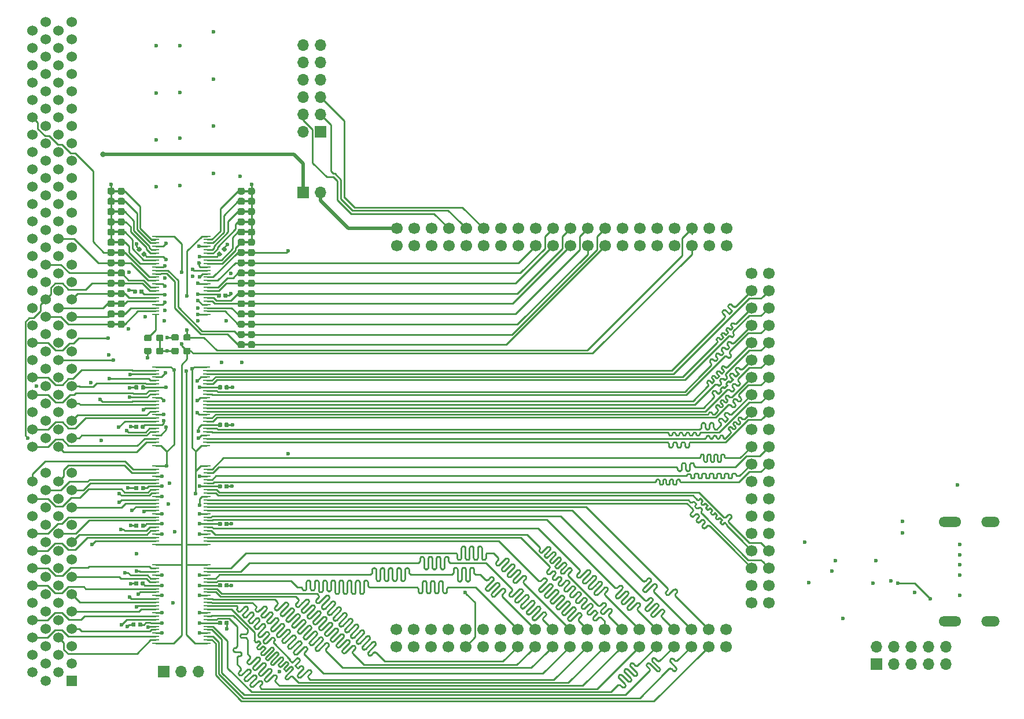
<source format=gbl>
G04 #@! TF.GenerationSoftware,KiCad,Pcbnew,(5.1.5)-3*
G04 #@! TF.CreationDate,2020-03-16T17:52:28+03:00*
G04 #@! TF.ProjectId,WM1200,574d3132-3030-42e6-9b69-6361645f7063,rev?*
G04 #@! TF.SameCoordinates,Original*
G04 #@! TF.FileFunction,Copper,L4,Bot*
G04 #@! TF.FilePolarity,Positive*
%FSLAX46Y46*%
G04 Gerber Fmt 4.6, Leading zero omitted, Abs format (unit mm)*
G04 Created by KiCad (PCBNEW (5.1.5)-3) date 2020-03-16 17:52:28*
%MOMM*%
%LPD*%
G04 APERTURE LIST*
%ADD10C,0.300000*%
%ADD11R,1.700000X1.700000*%
%ADD12O,1.700000X1.700000*%
%ADD13R,1.000000X0.285000*%
%ADD14C,1.700000*%
%ADD15C,0.100000*%
%ADD16O,2.700000X1.500000*%
%ADD17O,3.300000X1.500000*%
%ADD18C,1.524000*%
%ADD19C,1.500000*%
%ADD20R,1.500000X1.500000*%
%ADD21C,0.600000*%
%ADD22C,0.800000*%
%ADD23C,0.250000*%
%ADD24C,0.500000*%
G04 APERTURE END LIST*
D10*
X134800000Y-74500000D02*
X135308000Y-74500000D01*
X115750000Y-74500000D02*
X116258000Y-74500000D01*
X134800000Y-76000000D02*
X135308000Y-76000000D01*
X115750000Y-76000000D02*
X116258000Y-76000000D01*
X134800000Y-77500000D02*
X135308000Y-77500000D01*
X115750000Y-77500000D02*
X116258000Y-77500000D01*
X134800000Y-79000000D02*
X135308000Y-79000000D01*
X115750000Y-79000000D02*
X116258000Y-79000000D01*
X134800000Y-80500000D02*
X135308000Y-80500000D01*
X115750000Y-80500000D02*
X116258000Y-80500000D01*
X134800000Y-82000000D02*
X135308000Y-82000000D01*
X115750000Y-82000000D02*
X116258000Y-82000000D01*
X134800000Y-83500000D02*
X135308000Y-83500000D01*
X115750000Y-83500000D02*
X116258000Y-83500000D01*
X134800000Y-85000000D02*
X135308000Y-85000000D01*
X115750000Y-85000000D02*
X116258000Y-85000000D01*
X134800000Y-86500000D02*
X135308000Y-86500000D01*
X115750000Y-86500000D02*
X116258000Y-86500000D01*
X134800000Y-88000000D02*
X135308000Y-88000000D01*
X115750000Y-88000000D02*
X116258000Y-88000000D01*
X134800000Y-89500000D02*
X135308000Y-89500000D01*
X115750000Y-89500000D02*
X116258000Y-89500000D01*
X134800000Y-91000000D02*
X135308000Y-91000000D01*
X115750000Y-91000000D02*
X116258000Y-91000000D01*
X134800000Y-92500000D02*
X135308000Y-92500000D01*
X115750000Y-92500000D02*
X116258000Y-92500000D01*
X134800000Y-94000000D02*
X135308000Y-94000000D01*
X115750000Y-94000000D02*
X116258000Y-94000000D01*
X135300000Y-95500000D02*
X134792000Y-95500000D01*
X135300000Y-97000000D02*
X134792000Y-97000000D01*
D11*
X227280000Y-143800000D03*
D12*
X227280000Y-141260000D03*
X229820000Y-143800000D03*
X229820000Y-141260000D03*
X232360000Y-143800000D03*
X232360000Y-141260000D03*
X234900000Y-143800000D03*
X234900000Y-141260000D03*
X237440000Y-143800000D03*
X237440000Y-141260000D03*
X143400000Y-53150000D03*
X145940000Y-53150000D03*
X143400000Y-55690000D03*
X145940000Y-55690000D03*
X143400000Y-58230000D03*
X145940000Y-58230000D03*
X143400000Y-60770000D03*
X145940000Y-60770000D03*
X143400000Y-63310000D03*
X145940000Y-63310000D03*
X143400000Y-65850000D03*
D11*
X145940000Y-65850000D03*
X143400000Y-74725000D03*
D12*
X145940000Y-74725000D03*
D11*
X122960000Y-144900000D03*
D12*
X125500000Y-144900000D03*
X128040000Y-144900000D03*
D13*
X129300000Y-92600000D03*
X129300000Y-92100000D03*
X129300000Y-91600000D03*
X129300000Y-91100000D03*
X129300000Y-90600000D03*
X129300000Y-90100000D03*
X129300000Y-89600000D03*
X129300000Y-89100000D03*
X129300000Y-88600000D03*
X129300000Y-88100000D03*
X129300000Y-87600000D03*
X129300000Y-87100000D03*
X129300000Y-86600000D03*
X129300000Y-86100000D03*
X129300000Y-85600000D03*
X129300000Y-85100000D03*
X129300000Y-84600000D03*
X129300000Y-84100000D03*
X129300000Y-83600000D03*
X129300000Y-83100000D03*
X129300000Y-82600000D03*
X129300000Y-82100000D03*
X129300000Y-81600000D03*
X129300000Y-81100000D03*
X121800000Y-81100000D03*
X121800000Y-81600000D03*
X121800000Y-82100000D03*
X121800000Y-82600000D03*
X121800000Y-83100000D03*
X121800000Y-83600000D03*
X121800000Y-84100000D03*
X121800000Y-84600000D03*
X121800000Y-85100000D03*
X121800000Y-85600000D03*
X121800000Y-86100000D03*
X121800000Y-86600000D03*
X121800000Y-87100000D03*
X121800000Y-87600000D03*
X121800000Y-88100000D03*
X121800000Y-88600000D03*
X121800000Y-89100000D03*
X121800000Y-89600000D03*
X121800000Y-90100000D03*
X121800000Y-90600000D03*
X121800000Y-91100000D03*
X121800000Y-91600000D03*
X121800000Y-92100000D03*
X121800000Y-92600000D03*
D14*
X157049200Y-82531500D03*
X157049200Y-79991500D03*
X159589200Y-82531500D03*
X159589200Y-79991500D03*
X162129200Y-82531500D03*
X162129200Y-79991500D03*
X164669200Y-82531500D03*
X164669200Y-79991500D03*
X167209200Y-82531500D03*
X167209200Y-79991500D03*
X169749200Y-82531500D03*
X169749200Y-79991500D03*
X172289200Y-82531500D03*
X172289200Y-79991500D03*
X174829200Y-82531500D03*
X174829200Y-79991500D03*
X177369200Y-82531500D03*
X177369200Y-79991500D03*
X179909200Y-82531500D03*
X179909200Y-79991500D03*
X182449200Y-82531500D03*
X182449200Y-79991500D03*
X184989200Y-82531500D03*
X184989200Y-79991500D03*
X187529200Y-82531500D03*
X187529200Y-79991500D03*
X190069200Y-82531500D03*
X190069200Y-79991500D03*
X192609200Y-82531500D03*
X192609200Y-79991500D03*
X195149200Y-82531500D03*
X195149200Y-79991500D03*
X197689200Y-82531500D03*
X197689200Y-79991500D03*
X200229200Y-82531500D03*
X200229200Y-79991500D03*
X202769200Y-82531500D03*
X202769200Y-79991500D03*
X205309200Y-82531500D03*
X205309200Y-79991500D03*
X208984500Y-86514300D03*
X211524500Y-86514300D03*
X208984500Y-89054300D03*
X211524500Y-89054300D03*
X208984500Y-91594300D03*
X211524500Y-91594300D03*
X208984500Y-94134300D03*
X211524500Y-94134300D03*
X208984500Y-96674300D03*
X211524500Y-96674300D03*
X208984500Y-99214300D03*
X211524500Y-99214300D03*
X208984500Y-101754300D03*
X211524500Y-101754300D03*
X208984500Y-104294300D03*
X211524500Y-104294300D03*
X208984500Y-106834300D03*
X211524500Y-106834300D03*
X208984500Y-109374300D03*
X211524500Y-109374300D03*
X208984500Y-111914300D03*
X211524500Y-111914300D03*
X208984500Y-114454300D03*
X211524500Y-114454300D03*
X208984500Y-116994300D03*
X211524500Y-116994300D03*
X208984500Y-119534300D03*
X211524500Y-119534300D03*
X208984500Y-122074300D03*
X211524500Y-122074300D03*
X208984500Y-124614300D03*
X211524500Y-124614300D03*
X208984500Y-127154300D03*
X211524500Y-127154300D03*
X208984500Y-129694300D03*
X211524500Y-129694300D03*
X208984500Y-132234300D03*
X211524500Y-132234300D03*
X208984500Y-134774300D03*
X211524500Y-134774300D03*
X205225300Y-138673200D03*
X205225300Y-141213200D03*
X202685300Y-138673200D03*
X202685300Y-141213200D03*
X200145300Y-138673200D03*
X200145300Y-141213200D03*
X197605300Y-138673200D03*
X197605300Y-141213200D03*
X195065300Y-138673200D03*
X195065300Y-141213200D03*
X192525300Y-138673200D03*
X192525300Y-141213200D03*
X189985300Y-138673200D03*
X189985300Y-141213200D03*
X187445300Y-138673200D03*
X187445300Y-141213200D03*
X184905300Y-138673200D03*
X184905300Y-141213200D03*
X182365300Y-138673200D03*
X182365300Y-141213200D03*
X179825300Y-138673200D03*
X179825300Y-141213200D03*
X177285300Y-138673200D03*
X177285300Y-141213200D03*
X174745300Y-138673200D03*
X174745300Y-141213200D03*
X172205300Y-138673200D03*
X172205300Y-141213200D03*
X169665300Y-138673200D03*
X169665300Y-141213200D03*
X167125300Y-138673200D03*
X167125300Y-141213200D03*
X164585300Y-138673200D03*
X164585300Y-141213200D03*
X162045300Y-138673200D03*
X162045300Y-141213200D03*
X159505300Y-138673200D03*
X159505300Y-141213200D03*
X156965300Y-138673200D03*
X156965300Y-141213200D03*
G04 #@! TA.AperFunction,SMDPad,CuDef*
D15*
G36*
X119871958Y-88905710D02*
G01*
X119886276Y-88907834D01*
X119900317Y-88911351D01*
X119913946Y-88916228D01*
X119927031Y-88922417D01*
X119939447Y-88929858D01*
X119951073Y-88938481D01*
X119961798Y-88948202D01*
X119971519Y-88958927D01*
X119980142Y-88970553D01*
X119987583Y-88982969D01*
X119993772Y-88996054D01*
X119998649Y-89009683D01*
X120002166Y-89023724D01*
X120004290Y-89038042D01*
X120005000Y-89052500D01*
X120005000Y-89397500D01*
X120004290Y-89411958D01*
X120002166Y-89426276D01*
X119998649Y-89440317D01*
X119993772Y-89453946D01*
X119987583Y-89467031D01*
X119980142Y-89479447D01*
X119971519Y-89491073D01*
X119961798Y-89501798D01*
X119951073Y-89511519D01*
X119939447Y-89520142D01*
X119927031Y-89527583D01*
X119913946Y-89533772D01*
X119900317Y-89538649D01*
X119886276Y-89542166D01*
X119871958Y-89544290D01*
X119857500Y-89545000D01*
X119562500Y-89545000D01*
X119548042Y-89544290D01*
X119533724Y-89542166D01*
X119519683Y-89538649D01*
X119506054Y-89533772D01*
X119492969Y-89527583D01*
X119480553Y-89520142D01*
X119468927Y-89511519D01*
X119458202Y-89501798D01*
X119448481Y-89491073D01*
X119439858Y-89479447D01*
X119432417Y-89467031D01*
X119426228Y-89453946D01*
X119421351Y-89440317D01*
X119417834Y-89426276D01*
X119415710Y-89411958D01*
X119415000Y-89397500D01*
X119415000Y-89052500D01*
X119415710Y-89038042D01*
X119417834Y-89023724D01*
X119421351Y-89009683D01*
X119426228Y-88996054D01*
X119432417Y-88982969D01*
X119439858Y-88970553D01*
X119448481Y-88958927D01*
X119458202Y-88948202D01*
X119468927Y-88938481D01*
X119480553Y-88929858D01*
X119492969Y-88922417D01*
X119506054Y-88916228D01*
X119519683Y-88911351D01*
X119533724Y-88907834D01*
X119548042Y-88905710D01*
X119562500Y-88905000D01*
X119857500Y-88905000D01*
X119871958Y-88905710D01*
G37*
G04 #@! TD.AperFunction*
G04 #@! TA.AperFunction,SMDPad,CuDef*
G36*
X118901958Y-88905710D02*
G01*
X118916276Y-88907834D01*
X118930317Y-88911351D01*
X118943946Y-88916228D01*
X118957031Y-88922417D01*
X118969447Y-88929858D01*
X118981073Y-88938481D01*
X118991798Y-88948202D01*
X119001519Y-88958927D01*
X119010142Y-88970553D01*
X119017583Y-88982969D01*
X119023772Y-88996054D01*
X119028649Y-89009683D01*
X119032166Y-89023724D01*
X119034290Y-89038042D01*
X119035000Y-89052500D01*
X119035000Y-89397500D01*
X119034290Y-89411958D01*
X119032166Y-89426276D01*
X119028649Y-89440317D01*
X119023772Y-89453946D01*
X119017583Y-89467031D01*
X119010142Y-89479447D01*
X119001519Y-89491073D01*
X118991798Y-89501798D01*
X118981073Y-89511519D01*
X118969447Y-89520142D01*
X118957031Y-89527583D01*
X118943946Y-89533772D01*
X118930317Y-89538649D01*
X118916276Y-89542166D01*
X118901958Y-89544290D01*
X118887500Y-89545000D01*
X118592500Y-89545000D01*
X118578042Y-89544290D01*
X118563724Y-89542166D01*
X118549683Y-89538649D01*
X118536054Y-89533772D01*
X118522969Y-89527583D01*
X118510553Y-89520142D01*
X118498927Y-89511519D01*
X118488202Y-89501798D01*
X118478481Y-89491073D01*
X118469858Y-89479447D01*
X118462417Y-89467031D01*
X118456228Y-89453946D01*
X118451351Y-89440317D01*
X118447834Y-89426276D01*
X118445710Y-89411958D01*
X118445000Y-89397500D01*
X118445000Y-89052500D01*
X118445710Y-89038042D01*
X118447834Y-89023724D01*
X118451351Y-89009683D01*
X118456228Y-88996054D01*
X118462417Y-88982969D01*
X118469858Y-88970553D01*
X118478481Y-88958927D01*
X118488202Y-88948202D01*
X118498927Y-88938481D01*
X118510553Y-88929858D01*
X118522969Y-88922417D01*
X118536054Y-88916228D01*
X118549683Y-88911351D01*
X118563724Y-88907834D01*
X118578042Y-88905710D01*
X118592500Y-88905000D01*
X118887500Y-88905000D01*
X118901958Y-88905710D01*
G37*
G04 #@! TD.AperFunction*
G04 #@! TA.AperFunction,SMDPad,CuDef*
G36*
X131191958Y-89480710D02*
G01*
X131206276Y-89482834D01*
X131220317Y-89486351D01*
X131233946Y-89491228D01*
X131247031Y-89497417D01*
X131259447Y-89504858D01*
X131271073Y-89513481D01*
X131281798Y-89523202D01*
X131291519Y-89533927D01*
X131300142Y-89545553D01*
X131307583Y-89557969D01*
X131313772Y-89571054D01*
X131318649Y-89584683D01*
X131322166Y-89598724D01*
X131324290Y-89613042D01*
X131325000Y-89627500D01*
X131325000Y-89972500D01*
X131324290Y-89986958D01*
X131322166Y-90001276D01*
X131318649Y-90015317D01*
X131313772Y-90028946D01*
X131307583Y-90042031D01*
X131300142Y-90054447D01*
X131291519Y-90066073D01*
X131281798Y-90076798D01*
X131271073Y-90086519D01*
X131259447Y-90095142D01*
X131247031Y-90102583D01*
X131233946Y-90108772D01*
X131220317Y-90113649D01*
X131206276Y-90117166D01*
X131191958Y-90119290D01*
X131177500Y-90120000D01*
X130882500Y-90120000D01*
X130868042Y-90119290D01*
X130853724Y-90117166D01*
X130839683Y-90113649D01*
X130826054Y-90108772D01*
X130812969Y-90102583D01*
X130800553Y-90095142D01*
X130788927Y-90086519D01*
X130778202Y-90076798D01*
X130768481Y-90066073D01*
X130759858Y-90054447D01*
X130752417Y-90042031D01*
X130746228Y-90028946D01*
X130741351Y-90015317D01*
X130737834Y-90001276D01*
X130735710Y-89986958D01*
X130735000Y-89972500D01*
X130735000Y-89627500D01*
X130735710Y-89613042D01*
X130737834Y-89598724D01*
X130741351Y-89584683D01*
X130746228Y-89571054D01*
X130752417Y-89557969D01*
X130759858Y-89545553D01*
X130768481Y-89533927D01*
X130778202Y-89523202D01*
X130788927Y-89513481D01*
X130800553Y-89504858D01*
X130812969Y-89497417D01*
X130826054Y-89491228D01*
X130839683Y-89486351D01*
X130853724Y-89482834D01*
X130868042Y-89480710D01*
X130882500Y-89480000D01*
X131177500Y-89480000D01*
X131191958Y-89480710D01*
G37*
G04 #@! TD.AperFunction*
G04 #@! TA.AperFunction,SMDPad,CuDef*
G36*
X132161958Y-89480710D02*
G01*
X132176276Y-89482834D01*
X132190317Y-89486351D01*
X132203946Y-89491228D01*
X132217031Y-89497417D01*
X132229447Y-89504858D01*
X132241073Y-89513481D01*
X132251798Y-89523202D01*
X132261519Y-89533927D01*
X132270142Y-89545553D01*
X132277583Y-89557969D01*
X132283772Y-89571054D01*
X132288649Y-89584683D01*
X132292166Y-89598724D01*
X132294290Y-89613042D01*
X132295000Y-89627500D01*
X132295000Y-89972500D01*
X132294290Y-89986958D01*
X132292166Y-90001276D01*
X132288649Y-90015317D01*
X132283772Y-90028946D01*
X132277583Y-90042031D01*
X132270142Y-90054447D01*
X132261519Y-90066073D01*
X132251798Y-90076798D01*
X132241073Y-90086519D01*
X132229447Y-90095142D01*
X132217031Y-90102583D01*
X132203946Y-90108772D01*
X132190317Y-90113649D01*
X132176276Y-90117166D01*
X132161958Y-90119290D01*
X132147500Y-90120000D01*
X131852500Y-90120000D01*
X131838042Y-90119290D01*
X131823724Y-90117166D01*
X131809683Y-90113649D01*
X131796054Y-90108772D01*
X131782969Y-90102583D01*
X131770553Y-90095142D01*
X131758927Y-90086519D01*
X131748202Y-90076798D01*
X131738481Y-90066073D01*
X131729858Y-90054447D01*
X131722417Y-90042031D01*
X131716228Y-90028946D01*
X131711351Y-90015317D01*
X131707834Y-90001276D01*
X131705710Y-89986958D01*
X131705000Y-89972500D01*
X131705000Y-89627500D01*
X131705710Y-89613042D01*
X131707834Y-89598724D01*
X131711351Y-89584683D01*
X131716228Y-89571054D01*
X131722417Y-89557969D01*
X131729858Y-89545553D01*
X131738481Y-89533927D01*
X131748202Y-89523202D01*
X131758927Y-89513481D01*
X131770553Y-89504858D01*
X131782969Y-89497417D01*
X131796054Y-89491228D01*
X131809683Y-89486351D01*
X131823724Y-89482834D01*
X131838042Y-89480710D01*
X131852500Y-89480000D01*
X132147500Y-89480000D01*
X132161958Y-89480710D01*
G37*
G04 #@! TD.AperFunction*
G04 #@! TA.AperFunction,SMDPad,CuDef*
G36*
X120100083Y-83344883D02*
G01*
X120114401Y-83347007D01*
X120128442Y-83350524D01*
X120142071Y-83355401D01*
X120155156Y-83361590D01*
X120167572Y-83369031D01*
X120179198Y-83377654D01*
X120189923Y-83387375D01*
X120398519Y-83595971D01*
X120408240Y-83606696D01*
X120416863Y-83618322D01*
X120424304Y-83630738D01*
X120430493Y-83643823D01*
X120435370Y-83657452D01*
X120438887Y-83671493D01*
X120441011Y-83685811D01*
X120441721Y-83700269D01*
X120441011Y-83714727D01*
X120438887Y-83729045D01*
X120435370Y-83743086D01*
X120430493Y-83756715D01*
X120424304Y-83769800D01*
X120416863Y-83782216D01*
X120408240Y-83793842D01*
X120398519Y-83804567D01*
X120154567Y-84048519D01*
X120143842Y-84058240D01*
X120132216Y-84066863D01*
X120119800Y-84074304D01*
X120106715Y-84080493D01*
X120093086Y-84085370D01*
X120079045Y-84088887D01*
X120064727Y-84091011D01*
X120050269Y-84091721D01*
X120035811Y-84091011D01*
X120021493Y-84088887D01*
X120007452Y-84085370D01*
X119993823Y-84080493D01*
X119980738Y-84074304D01*
X119968322Y-84066863D01*
X119956696Y-84058240D01*
X119945971Y-84048519D01*
X119737375Y-83839923D01*
X119727654Y-83829198D01*
X119719031Y-83817572D01*
X119711590Y-83805156D01*
X119705401Y-83792071D01*
X119700524Y-83778442D01*
X119697007Y-83764401D01*
X119694883Y-83750083D01*
X119694173Y-83735625D01*
X119694883Y-83721167D01*
X119697007Y-83706849D01*
X119700524Y-83692808D01*
X119705401Y-83679179D01*
X119711590Y-83666094D01*
X119719031Y-83653678D01*
X119727654Y-83642052D01*
X119737375Y-83631327D01*
X119981327Y-83387375D01*
X119992052Y-83377654D01*
X120003678Y-83369031D01*
X120016094Y-83361590D01*
X120029179Y-83355401D01*
X120042808Y-83350524D01*
X120056849Y-83347007D01*
X120071167Y-83344883D01*
X120085625Y-83344173D01*
X120100083Y-83344883D01*
G37*
G04 #@! TD.AperFunction*
G04 #@! TA.AperFunction,SMDPad,CuDef*
G36*
X119414189Y-82658989D02*
G01*
X119428507Y-82661113D01*
X119442548Y-82664630D01*
X119456177Y-82669507D01*
X119469262Y-82675696D01*
X119481678Y-82683137D01*
X119493304Y-82691760D01*
X119504029Y-82701481D01*
X119712625Y-82910077D01*
X119722346Y-82920802D01*
X119730969Y-82932428D01*
X119738410Y-82944844D01*
X119744599Y-82957929D01*
X119749476Y-82971558D01*
X119752993Y-82985599D01*
X119755117Y-82999917D01*
X119755827Y-83014375D01*
X119755117Y-83028833D01*
X119752993Y-83043151D01*
X119749476Y-83057192D01*
X119744599Y-83070821D01*
X119738410Y-83083906D01*
X119730969Y-83096322D01*
X119722346Y-83107948D01*
X119712625Y-83118673D01*
X119468673Y-83362625D01*
X119457948Y-83372346D01*
X119446322Y-83380969D01*
X119433906Y-83388410D01*
X119420821Y-83394599D01*
X119407192Y-83399476D01*
X119393151Y-83402993D01*
X119378833Y-83405117D01*
X119364375Y-83405827D01*
X119349917Y-83405117D01*
X119335599Y-83402993D01*
X119321558Y-83399476D01*
X119307929Y-83394599D01*
X119294844Y-83388410D01*
X119282428Y-83380969D01*
X119270802Y-83372346D01*
X119260077Y-83362625D01*
X119051481Y-83154029D01*
X119041760Y-83143304D01*
X119033137Y-83131678D01*
X119025696Y-83119262D01*
X119019507Y-83106177D01*
X119014630Y-83092548D01*
X119011113Y-83078507D01*
X119008989Y-83064189D01*
X119008279Y-83049731D01*
X119008989Y-83035273D01*
X119011113Y-83020955D01*
X119014630Y-83006914D01*
X119019507Y-82993285D01*
X119025696Y-82980200D01*
X119033137Y-82967784D01*
X119041760Y-82956158D01*
X119051481Y-82945433D01*
X119295433Y-82701481D01*
X119306158Y-82691760D01*
X119317784Y-82683137D01*
X119330200Y-82675696D01*
X119343285Y-82669507D01*
X119356914Y-82664630D01*
X119370955Y-82661113D01*
X119385273Y-82658989D01*
X119399731Y-82658279D01*
X119414189Y-82658989D01*
G37*
G04 #@! TD.AperFunction*
G04 #@! TA.AperFunction,SMDPad,CuDef*
G36*
X131121780Y-83326936D02*
G01*
X131136098Y-83329060D01*
X131150139Y-83332577D01*
X131163768Y-83337454D01*
X131176853Y-83343643D01*
X131189269Y-83351084D01*
X131200895Y-83359707D01*
X131211620Y-83369428D01*
X131455572Y-83613380D01*
X131465293Y-83624105D01*
X131473916Y-83635731D01*
X131481357Y-83648147D01*
X131487546Y-83661232D01*
X131492423Y-83674861D01*
X131495940Y-83688902D01*
X131498064Y-83703220D01*
X131498774Y-83717678D01*
X131498064Y-83732136D01*
X131495940Y-83746454D01*
X131492423Y-83760495D01*
X131487546Y-83774124D01*
X131481357Y-83787209D01*
X131473916Y-83799625D01*
X131465293Y-83811251D01*
X131455572Y-83821976D01*
X131246976Y-84030572D01*
X131236251Y-84040293D01*
X131224625Y-84048916D01*
X131212209Y-84056357D01*
X131199124Y-84062546D01*
X131185495Y-84067423D01*
X131171454Y-84070940D01*
X131157136Y-84073064D01*
X131142678Y-84073774D01*
X131128220Y-84073064D01*
X131113902Y-84070940D01*
X131099861Y-84067423D01*
X131086232Y-84062546D01*
X131073147Y-84056357D01*
X131060731Y-84048916D01*
X131049105Y-84040293D01*
X131038380Y-84030572D01*
X130794428Y-83786620D01*
X130784707Y-83775895D01*
X130776084Y-83764269D01*
X130768643Y-83751853D01*
X130762454Y-83738768D01*
X130757577Y-83725139D01*
X130754060Y-83711098D01*
X130751936Y-83696780D01*
X130751226Y-83682322D01*
X130751936Y-83667864D01*
X130754060Y-83653546D01*
X130757577Y-83639505D01*
X130762454Y-83625876D01*
X130768643Y-83612791D01*
X130776084Y-83600375D01*
X130784707Y-83588749D01*
X130794428Y-83578024D01*
X131003024Y-83369428D01*
X131013749Y-83359707D01*
X131025375Y-83351084D01*
X131037791Y-83343643D01*
X131050876Y-83337454D01*
X131064505Y-83332577D01*
X131078546Y-83329060D01*
X131092864Y-83326936D01*
X131107322Y-83326226D01*
X131121780Y-83326936D01*
G37*
G04 #@! TD.AperFunction*
G04 #@! TA.AperFunction,SMDPad,CuDef*
G36*
X131807674Y-82641042D02*
G01*
X131821992Y-82643166D01*
X131836033Y-82646683D01*
X131849662Y-82651560D01*
X131862747Y-82657749D01*
X131875163Y-82665190D01*
X131886789Y-82673813D01*
X131897514Y-82683534D01*
X132141466Y-82927486D01*
X132151187Y-82938211D01*
X132159810Y-82949837D01*
X132167251Y-82962253D01*
X132173440Y-82975338D01*
X132178317Y-82988967D01*
X132181834Y-83003008D01*
X132183958Y-83017326D01*
X132184668Y-83031784D01*
X132183958Y-83046242D01*
X132181834Y-83060560D01*
X132178317Y-83074601D01*
X132173440Y-83088230D01*
X132167251Y-83101315D01*
X132159810Y-83113731D01*
X132151187Y-83125357D01*
X132141466Y-83136082D01*
X131932870Y-83344678D01*
X131922145Y-83354399D01*
X131910519Y-83363022D01*
X131898103Y-83370463D01*
X131885018Y-83376652D01*
X131871389Y-83381529D01*
X131857348Y-83385046D01*
X131843030Y-83387170D01*
X131828572Y-83387880D01*
X131814114Y-83387170D01*
X131799796Y-83385046D01*
X131785755Y-83381529D01*
X131772126Y-83376652D01*
X131759041Y-83370463D01*
X131746625Y-83363022D01*
X131734999Y-83354399D01*
X131724274Y-83344678D01*
X131480322Y-83100726D01*
X131470601Y-83090001D01*
X131461978Y-83078375D01*
X131454537Y-83065959D01*
X131448348Y-83052874D01*
X131443471Y-83039245D01*
X131439954Y-83025204D01*
X131437830Y-83010886D01*
X131437120Y-82996428D01*
X131437830Y-82981970D01*
X131439954Y-82967652D01*
X131443471Y-82953611D01*
X131448348Y-82939982D01*
X131454537Y-82926897D01*
X131461978Y-82914481D01*
X131470601Y-82902855D01*
X131480322Y-82892130D01*
X131688918Y-82683534D01*
X131699643Y-82673813D01*
X131711269Y-82665190D01*
X131723685Y-82657749D01*
X131736770Y-82651560D01*
X131750399Y-82646683D01*
X131764440Y-82643166D01*
X131778758Y-82641042D01*
X131793216Y-82640332D01*
X131807674Y-82641042D01*
G37*
G04 #@! TD.AperFunction*
G04 #@! TA.AperFunction,SMDPad,CuDef*
G36*
X119681958Y-137680710D02*
G01*
X119696276Y-137682834D01*
X119710317Y-137686351D01*
X119723946Y-137691228D01*
X119737031Y-137697417D01*
X119749447Y-137704858D01*
X119761073Y-137713481D01*
X119771798Y-137723202D01*
X119781519Y-137733927D01*
X119790142Y-137745553D01*
X119797583Y-137757969D01*
X119803772Y-137771054D01*
X119808649Y-137784683D01*
X119812166Y-137798724D01*
X119814290Y-137813042D01*
X119815000Y-137827500D01*
X119815000Y-138172500D01*
X119814290Y-138186958D01*
X119812166Y-138201276D01*
X119808649Y-138215317D01*
X119803772Y-138228946D01*
X119797583Y-138242031D01*
X119790142Y-138254447D01*
X119781519Y-138266073D01*
X119771798Y-138276798D01*
X119761073Y-138286519D01*
X119749447Y-138295142D01*
X119737031Y-138302583D01*
X119723946Y-138308772D01*
X119710317Y-138313649D01*
X119696276Y-138317166D01*
X119681958Y-138319290D01*
X119667500Y-138320000D01*
X119372500Y-138320000D01*
X119358042Y-138319290D01*
X119343724Y-138317166D01*
X119329683Y-138313649D01*
X119316054Y-138308772D01*
X119302969Y-138302583D01*
X119290553Y-138295142D01*
X119278927Y-138286519D01*
X119268202Y-138276798D01*
X119258481Y-138266073D01*
X119249858Y-138254447D01*
X119242417Y-138242031D01*
X119236228Y-138228946D01*
X119231351Y-138215317D01*
X119227834Y-138201276D01*
X119225710Y-138186958D01*
X119225000Y-138172500D01*
X119225000Y-137827500D01*
X119225710Y-137813042D01*
X119227834Y-137798724D01*
X119231351Y-137784683D01*
X119236228Y-137771054D01*
X119242417Y-137757969D01*
X119249858Y-137745553D01*
X119258481Y-137733927D01*
X119268202Y-137723202D01*
X119278927Y-137713481D01*
X119290553Y-137704858D01*
X119302969Y-137697417D01*
X119316054Y-137691228D01*
X119329683Y-137686351D01*
X119343724Y-137682834D01*
X119358042Y-137680710D01*
X119372500Y-137680000D01*
X119667500Y-137680000D01*
X119681958Y-137680710D01*
G37*
G04 #@! TD.AperFunction*
G04 #@! TA.AperFunction,SMDPad,CuDef*
G36*
X118711958Y-137680710D02*
G01*
X118726276Y-137682834D01*
X118740317Y-137686351D01*
X118753946Y-137691228D01*
X118767031Y-137697417D01*
X118779447Y-137704858D01*
X118791073Y-137713481D01*
X118801798Y-137723202D01*
X118811519Y-137733927D01*
X118820142Y-137745553D01*
X118827583Y-137757969D01*
X118833772Y-137771054D01*
X118838649Y-137784683D01*
X118842166Y-137798724D01*
X118844290Y-137813042D01*
X118845000Y-137827500D01*
X118845000Y-138172500D01*
X118844290Y-138186958D01*
X118842166Y-138201276D01*
X118838649Y-138215317D01*
X118833772Y-138228946D01*
X118827583Y-138242031D01*
X118820142Y-138254447D01*
X118811519Y-138266073D01*
X118801798Y-138276798D01*
X118791073Y-138286519D01*
X118779447Y-138295142D01*
X118767031Y-138302583D01*
X118753946Y-138308772D01*
X118740317Y-138313649D01*
X118726276Y-138317166D01*
X118711958Y-138319290D01*
X118697500Y-138320000D01*
X118402500Y-138320000D01*
X118388042Y-138319290D01*
X118373724Y-138317166D01*
X118359683Y-138313649D01*
X118346054Y-138308772D01*
X118332969Y-138302583D01*
X118320553Y-138295142D01*
X118308927Y-138286519D01*
X118298202Y-138276798D01*
X118288481Y-138266073D01*
X118279858Y-138254447D01*
X118272417Y-138242031D01*
X118266228Y-138228946D01*
X118261351Y-138215317D01*
X118257834Y-138201276D01*
X118255710Y-138186958D01*
X118255000Y-138172500D01*
X118255000Y-137827500D01*
X118255710Y-137813042D01*
X118257834Y-137798724D01*
X118261351Y-137784683D01*
X118266228Y-137771054D01*
X118272417Y-137757969D01*
X118279858Y-137745553D01*
X118288481Y-137733927D01*
X118298202Y-137723202D01*
X118308927Y-137713481D01*
X118320553Y-137704858D01*
X118332969Y-137697417D01*
X118346054Y-137691228D01*
X118359683Y-137686351D01*
X118373724Y-137682834D01*
X118388042Y-137680710D01*
X118402500Y-137680000D01*
X118697500Y-137680000D01*
X118711958Y-137680710D01*
G37*
G04 #@! TD.AperFunction*
G04 #@! TA.AperFunction,SMDPad,CuDef*
G36*
X131361958Y-137430710D02*
G01*
X131376276Y-137432834D01*
X131390317Y-137436351D01*
X131403946Y-137441228D01*
X131417031Y-137447417D01*
X131429447Y-137454858D01*
X131441073Y-137463481D01*
X131451798Y-137473202D01*
X131461519Y-137483927D01*
X131470142Y-137495553D01*
X131477583Y-137507969D01*
X131483772Y-137521054D01*
X131488649Y-137534683D01*
X131492166Y-137548724D01*
X131494290Y-137563042D01*
X131495000Y-137577500D01*
X131495000Y-137922500D01*
X131494290Y-137936958D01*
X131492166Y-137951276D01*
X131488649Y-137965317D01*
X131483772Y-137978946D01*
X131477583Y-137992031D01*
X131470142Y-138004447D01*
X131461519Y-138016073D01*
X131451798Y-138026798D01*
X131441073Y-138036519D01*
X131429447Y-138045142D01*
X131417031Y-138052583D01*
X131403946Y-138058772D01*
X131390317Y-138063649D01*
X131376276Y-138067166D01*
X131361958Y-138069290D01*
X131347500Y-138070000D01*
X131052500Y-138070000D01*
X131038042Y-138069290D01*
X131023724Y-138067166D01*
X131009683Y-138063649D01*
X130996054Y-138058772D01*
X130982969Y-138052583D01*
X130970553Y-138045142D01*
X130958927Y-138036519D01*
X130948202Y-138026798D01*
X130938481Y-138016073D01*
X130929858Y-138004447D01*
X130922417Y-137992031D01*
X130916228Y-137978946D01*
X130911351Y-137965317D01*
X130907834Y-137951276D01*
X130905710Y-137936958D01*
X130905000Y-137922500D01*
X130905000Y-137577500D01*
X130905710Y-137563042D01*
X130907834Y-137548724D01*
X130911351Y-137534683D01*
X130916228Y-137521054D01*
X130922417Y-137507969D01*
X130929858Y-137495553D01*
X130938481Y-137483927D01*
X130948202Y-137473202D01*
X130958927Y-137463481D01*
X130970553Y-137454858D01*
X130982969Y-137447417D01*
X130996054Y-137441228D01*
X131009683Y-137436351D01*
X131023724Y-137432834D01*
X131038042Y-137430710D01*
X131052500Y-137430000D01*
X131347500Y-137430000D01*
X131361958Y-137430710D01*
G37*
G04 #@! TD.AperFunction*
G04 #@! TA.AperFunction,SMDPad,CuDef*
G36*
X132331958Y-137430710D02*
G01*
X132346276Y-137432834D01*
X132360317Y-137436351D01*
X132373946Y-137441228D01*
X132387031Y-137447417D01*
X132399447Y-137454858D01*
X132411073Y-137463481D01*
X132421798Y-137473202D01*
X132431519Y-137483927D01*
X132440142Y-137495553D01*
X132447583Y-137507969D01*
X132453772Y-137521054D01*
X132458649Y-137534683D01*
X132462166Y-137548724D01*
X132464290Y-137563042D01*
X132465000Y-137577500D01*
X132465000Y-137922500D01*
X132464290Y-137936958D01*
X132462166Y-137951276D01*
X132458649Y-137965317D01*
X132453772Y-137978946D01*
X132447583Y-137992031D01*
X132440142Y-138004447D01*
X132431519Y-138016073D01*
X132421798Y-138026798D01*
X132411073Y-138036519D01*
X132399447Y-138045142D01*
X132387031Y-138052583D01*
X132373946Y-138058772D01*
X132360317Y-138063649D01*
X132346276Y-138067166D01*
X132331958Y-138069290D01*
X132317500Y-138070000D01*
X132022500Y-138070000D01*
X132008042Y-138069290D01*
X131993724Y-138067166D01*
X131979683Y-138063649D01*
X131966054Y-138058772D01*
X131952969Y-138052583D01*
X131940553Y-138045142D01*
X131928927Y-138036519D01*
X131918202Y-138026798D01*
X131908481Y-138016073D01*
X131899858Y-138004447D01*
X131892417Y-137992031D01*
X131886228Y-137978946D01*
X131881351Y-137965317D01*
X131877834Y-137951276D01*
X131875710Y-137936958D01*
X131875000Y-137922500D01*
X131875000Y-137577500D01*
X131875710Y-137563042D01*
X131877834Y-137548724D01*
X131881351Y-137534683D01*
X131886228Y-137521054D01*
X131892417Y-137507969D01*
X131899858Y-137495553D01*
X131908481Y-137483927D01*
X131918202Y-137473202D01*
X131928927Y-137463481D01*
X131940553Y-137454858D01*
X131952969Y-137447417D01*
X131966054Y-137441228D01*
X131979683Y-137436351D01*
X131993724Y-137432834D01*
X132008042Y-137430710D01*
X132022500Y-137430000D01*
X132317500Y-137430000D01*
X132331958Y-137430710D01*
G37*
G04 #@! TD.AperFunction*
G04 #@! TA.AperFunction,SMDPad,CuDef*
G36*
X120071958Y-131655710D02*
G01*
X120086276Y-131657834D01*
X120100317Y-131661351D01*
X120113946Y-131666228D01*
X120127031Y-131672417D01*
X120139447Y-131679858D01*
X120151073Y-131688481D01*
X120161798Y-131698202D01*
X120171519Y-131708927D01*
X120180142Y-131720553D01*
X120187583Y-131732969D01*
X120193772Y-131746054D01*
X120198649Y-131759683D01*
X120202166Y-131773724D01*
X120204290Y-131788042D01*
X120205000Y-131802500D01*
X120205000Y-132147500D01*
X120204290Y-132161958D01*
X120202166Y-132176276D01*
X120198649Y-132190317D01*
X120193772Y-132203946D01*
X120187583Y-132217031D01*
X120180142Y-132229447D01*
X120171519Y-132241073D01*
X120161798Y-132251798D01*
X120151073Y-132261519D01*
X120139447Y-132270142D01*
X120127031Y-132277583D01*
X120113946Y-132283772D01*
X120100317Y-132288649D01*
X120086276Y-132292166D01*
X120071958Y-132294290D01*
X120057500Y-132295000D01*
X119762500Y-132295000D01*
X119748042Y-132294290D01*
X119733724Y-132292166D01*
X119719683Y-132288649D01*
X119706054Y-132283772D01*
X119692969Y-132277583D01*
X119680553Y-132270142D01*
X119668927Y-132261519D01*
X119658202Y-132251798D01*
X119648481Y-132241073D01*
X119639858Y-132229447D01*
X119632417Y-132217031D01*
X119626228Y-132203946D01*
X119621351Y-132190317D01*
X119617834Y-132176276D01*
X119615710Y-132161958D01*
X119615000Y-132147500D01*
X119615000Y-131802500D01*
X119615710Y-131788042D01*
X119617834Y-131773724D01*
X119621351Y-131759683D01*
X119626228Y-131746054D01*
X119632417Y-131732969D01*
X119639858Y-131720553D01*
X119648481Y-131708927D01*
X119658202Y-131698202D01*
X119668927Y-131688481D01*
X119680553Y-131679858D01*
X119692969Y-131672417D01*
X119706054Y-131666228D01*
X119719683Y-131661351D01*
X119733724Y-131657834D01*
X119748042Y-131655710D01*
X119762500Y-131655000D01*
X120057500Y-131655000D01*
X120071958Y-131655710D01*
G37*
G04 #@! TD.AperFunction*
G04 #@! TA.AperFunction,SMDPad,CuDef*
G36*
X119101958Y-131655710D02*
G01*
X119116276Y-131657834D01*
X119130317Y-131661351D01*
X119143946Y-131666228D01*
X119157031Y-131672417D01*
X119169447Y-131679858D01*
X119181073Y-131688481D01*
X119191798Y-131698202D01*
X119201519Y-131708927D01*
X119210142Y-131720553D01*
X119217583Y-131732969D01*
X119223772Y-131746054D01*
X119228649Y-131759683D01*
X119232166Y-131773724D01*
X119234290Y-131788042D01*
X119235000Y-131802500D01*
X119235000Y-132147500D01*
X119234290Y-132161958D01*
X119232166Y-132176276D01*
X119228649Y-132190317D01*
X119223772Y-132203946D01*
X119217583Y-132217031D01*
X119210142Y-132229447D01*
X119201519Y-132241073D01*
X119191798Y-132251798D01*
X119181073Y-132261519D01*
X119169447Y-132270142D01*
X119157031Y-132277583D01*
X119143946Y-132283772D01*
X119130317Y-132288649D01*
X119116276Y-132292166D01*
X119101958Y-132294290D01*
X119087500Y-132295000D01*
X118792500Y-132295000D01*
X118778042Y-132294290D01*
X118763724Y-132292166D01*
X118749683Y-132288649D01*
X118736054Y-132283772D01*
X118722969Y-132277583D01*
X118710553Y-132270142D01*
X118698927Y-132261519D01*
X118688202Y-132251798D01*
X118678481Y-132241073D01*
X118669858Y-132229447D01*
X118662417Y-132217031D01*
X118656228Y-132203946D01*
X118651351Y-132190317D01*
X118647834Y-132176276D01*
X118645710Y-132161958D01*
X118645000Y-132147500D01*
X118645000Y-131802500D01*
X118645710Y-131788042D01*
X118647834Y-131773724D01*
X118651351Y-131759683D01*
X118656228Y-131746054D01*
X118662417Y-131732969D01*
X118669858Y-131720553D01*
X118678481Y-131708927D01*
X118688202Y-131698202D01*
X118698927Y-131688481D01*
X118710553Y-131679858D01*
X118722969Y-131672417D01*
X118736054Y-131666228D01*
X118749683Y-131661351D01*
X118763724Y-131657834D01*
X118778042Y-131655710D01*
X118792500Y-131655000D01*
X119087500Y-131655000D01*
X119101958Y-131655710D01*
G37*
G04 #@! TD.AperFunction*
G04 #@! TA.AperFunction,SMDPad,CuDef*
G36*
X131361958Y-131930710D02*
G01*
X131376276Y-131932834D01*
X131390317Y-131936351D01*
X131403946Y-131941228D01*
X131417031Y-131947417D01*
X131429447Y-131954858D01*
X131441073Y-131963481D01*
X131451798Y-131973202D01*
X131461519Y-131983927D01*
X131470142Y-131995553D01*
X131477583Y-132007969D01*
X131483772Y-132021054D01*
X131488649Y-132034683D01*
X131492166Y-132048724D01*
X131494290Y-132063042D01*
X131495000Y-132077500D01*
X131495000Y-132422500D01*
X131494290Y-132436958D01*
X131492166Y-132451276D01*
X131488649Y-132465317D01*
X131483772Y-132478946D01*
X131477583Y-132492031D01*
X131470142Y-132504447D01*
X131461519Y-132516073D01*
X131451798Y-132526798D01*
X131441073Y-132536519D01*
X131429447Y-132545142D01*
X131417031Y-132552583D01*
X131403946Y-132558772D01*
X131390317Y-132563649D01*
X131376276Y-132567166D01*
X131361958Y-132569290D01*
X131347500Y-132570000D01*
X131052500Y-132570000D01*
X131038042Y-132569290D01*
X131023724Y-132567166D01*
X131009683Y-132563649D01*
X130996054Y-132558772D01*
X130982969Y-132552583D01*
X130970553Y-132545142D01*
X130958927Y-132536519D01*
X130948202Y-132526798D01*
X130938481Y-132516073D01*
X130929858Y-132504447D01*
X130922417Y-132492031D01*
X130916228Y-132478946D01*
X130911351Y-132465317D01*
X130907834Y-132451276D01*
X130905710Y-132436958D01*
X130905000Y-132422500D01*
X130905000Y-132077500D01*
X130905710Y-132063042D01*
X130907834Y-132048724D01*
X130911351Y-132034683D01*
X130916228Y-132021054D01*
X130922417Y-132007969D01*
X130929858Y-131995553D01*
X130938481Y-131983927D01*
X130948202Y-131973202D01*
X130958927Y-131963481D01*
X130970553Y-131954858D01*
X130982969Y-131947417D01*
X130996054Y-131941228D01*
X131009683Y-131936351D01*
X131023724Y-131932834D01*
X131038042Y-131930710D01*
X131052500Y-131930000D01*
X131347500Y-131930000D01*
X131361958Y-131930710D01*
G37*
G04 #@! TD.AperFunction*
G04 #@! TA.AperFunction,SMDPad,CuDef*
G36*
X132331958Y-131930710D02*
G01*
X132346276Y-131932834D01*
X132360317Y-131936351D01*
X132373946Y-131941228D01*
X132387031Y-131947417D01*
X132399447Y-131954858D01*
X132411073Y-131963481D01*
X132421798Y-131973202D01*
X132431519Y-131983927D01*
X132440142Y-131995553D01*
X132447583Y-132007969D01*
X132453772Y-132021054D01*
X132458649Y-132034683D01*
X132462166Y-132048724D01*
X132464290Y-132063042D01*
X132465000Y-132077500D01*
X132465000Y-132422500D01*
X132464290Y-132436958D01*
X132462166Y-132451276D01*
X132458649Y-132465317D01*
X132453772Y-132478946D01*
X132447583Y-132492031D01*
X132440142Y-132504447D01*
X132431519Y-132516073D01*
X132421798Y-132526798D01*
X132411073Y-132536519D01*
X132399447Y-132545142D01*
X132387031Y-132552583D01*
X132373946Y-132558772D01*
X132360317Y-132563649D01*
X132346276Y-132567166D01*
X132331958Y-132569290D01*
X132317500Y-132570000D01*
X132022500Y-132570000D01*
X132008042Y-132569290D01*
X131993724Y-132567166D01*
X131979683Y-132563649D01*
X131966054Y-132558772D01*
X131952969Y-132552583D01*
X131940553Y-132545142D01*
X131928927Y-132536519D01*
X131918202Y-132526798D01*
X131908481Y-132516073D01*
X131899858Y-132504447D01*
X131892417Y-132492031D01*
X131886228Y-132478946D01*
X131881351Y-132465317D01*
X131877834Y-132451276D01*
X131875710Y-132436958D01*
X131875000Y-132422500D01*
X131875000Y-132077500D01*
X131875710Y-132063042D01*
X131877834Y-132048724D01*
X131881351Y-132034683D01*
X131886228Y-132021054D01*
X131892417Y-132007969D01*
X131899858Y-131995553D01*
X131908481Y-131983927D01*
X131918202Y-131973202D01*
X131928927Y-131963481D01*
X131940553Y-131954858D01*
X131952969Y-131947417D01*
X131966054Y-131941228D01*
X131979683Y-131936351D01*
X131993724Y-131932834D01*
X132008042Y-131930710D01*
X132022500Y-131930000D01*
X132317500Y-131930000D01*
X132331958Y-131930710D01*
G37*
G04 #@! TD.AperFunction*
G04 #@! TA.AperFunction,SMDPad,CuDef*
G36*
X120071958Y-108705710D02*
G01*
X120086276Y-108707834D01*
X120100317Y-108711351D01*
X120113946Y-108716228D01*
X120127031Y-108722417D01*
X120139447Y-108729858D01*
X120151073Y-108738481D01*
X120161798Y-108748202D01*
X120171519Y-108758927D01*
X120180142Y-108770553D01*
X120187583Y-108782969D01*
X120193772Y-108796054D01*
X120198649Y-108809683D01*
X120202166Y-108823724D01*
X120204290Y-108838042D01*
X120205000Y-108852500D01*
X120205000Y-109197500D01*
X120204290Y-109211958D01*
X120202166Y-109226276D01*
X120198649Y-109240317D01*
X120193772Y-109253946D01*
X120187583Y-109267031D01*
X120180142Y-109279447D01*
X120171519Y-109291073D01*
X120161798Y-109301798D01*
X120151073Y-109311519D01*
X120139447Y-109320142D01*
X120127031Y-109327583D01*
X120113946Y-109333772D01*
X120100317Y-109338649D01*
X120086276Y-109342166D01*
X120071958Y-109344290D01*
X120057500Y-109345000D01*
X119762500Y-109345000D01*
X119748042Y-109344290D01*
X119733724Y-109342166D01*
X119719683Y-109338649D01*
X119706054Y-109333772D01*
X119692969Y-109327583D01*
X119680553Y-109320142D01*
X119668927Y-109311519D01*
X119658202Y-109301798D01*
X119648481Y-109291073D01*
X119639858Y-109279447D01*
X119632417Y-109267031D01*
X119626228Y-109253946D01*
X119621351Y-109240317D01*
X119617834Y-109226276D01*
X119615710Y-109211958D01*
X119615000Y-109197500D01*
X119615000Y-108852500D01*
X119615710Y-108838042D01*
X119617834Y-108823724D01*
X119621351Y-108809683D01*
X119626228Y-108796054D01*
X119632417Y-108782969D01*
X119639858Y-108770553D01*
X119648481Y-108758927D01*
X119658202Y-108748202D01*
X119668927Y-108738481D01*
X119680553Y-108729858D01*
X119692969Y-108722417D01*
X119706054Y-108716228D01*
X119719683Y-108711351D01*
X119733724Y-108707834D01*
X119748042Y-108705710D01*
X119762500Y-108705000D01*
X120057500Y-108705000D01*
X120071958Y-108705710D01*
G37*
G04 #@! TD.AperFunction*
G04 #@! TA.AperFunction,SMDPad,CuDef*
G36*
X119101958Y-108705710D02*
G01*
X119116276Y-108707834D01*
X119130317Y-108711351D01*
X119143946Y-108716228D01*
X119157031Y-108722417D01*
X119169447Y-108729858D01*
X119181073Y-108738481D01*
X119191798Y-108748202D01*
X119201519Y-108758927D01*
X119210142Y-108770553D01*
X119217583Y-108782969D01*
X119223772Y-108796054D01*
X119228649Y-108809683D01*
X119232166Y-108823724D01*
X119234290Y-108838042D01*
X119235000Y-108852500D01*
X119235000Y-109197500D01*
X119234290Y-109211958D01*
X119232166Y-109226276D01*
X119228649Y-109240317D01*
X119223772Y-109253946D01*
X119217583Y-109267031D01*
X119210142Y-109279447D01*
X119201519Y-109291073D01*
X119191798Y-109301798D01*
X119181073Y-109311519D01*
X119169447Y-109320142D01*
X119157031Y-109327583D01*
X119143946Y-109333772D01*
X119130317Y-109338649D01*
X119116276Y-109342166D01*
X119101958Y-109344290D01*
X119087500Y-109345000D01*
X118792500Y-109345000D01*
X118778042Y-109344290D01*
X118763724Y-109342166D01*
X118749683Y-109338649D01*
X118736054Y-109333772D01*
X118722969Y-109327583D01*
X118710553Y-109320142D01*
X118698927Y-109311519D01*
X118688202Y-109301798D01*
X118678481Y-109291073D01*
X118669858Y-109279447D01*
X118662417Y-109267031D01*
X118656228Y-109253946D01*
X118651351Y-109240317D01*
X118647834Y-109226276D01*
X118645710Y-109211958D01*
X118645000Y-109197500D01*
X118645000Y-108852500D01*
X118645710Y-108838042D01*
X118647834Y-108823724D01*
X118651351Y-108809683D01*
X118656228Y-108796054D01*
X118662417Y-108782969D01*
X118669858Y-108770553D01*
X118678481Y-108758927D01*
X118688202Y-108748202D01*
X118698927Y-108738481D01*
X118710553Y-108729858D01*
X118722969Y-108722417D01*
X118736054Y-108716228D01*
X118749683Y-108711351D01*
X118763724Y-108707834D01*
X118778042Y-108705710D01*
X118792500Y-108705000D01*
X119087500Y-108705000D01*
X119101958Y-108705710D01*
G37*
G04 #@! TD.AperFunction*
G04 #@! TA.AperFunction,SMDPad,CuDef*
G36*
X120081958Y-123180710D02*
G01*
X120096276Y-123182834D01*
X120110317Y-123186351D01*
X120123946Y-123191228D01*
X120137031Y-123197417D01*
X120149447Y-123204858D01*
X120161073Y-123213481D01*
X120171798Y-123223202D01*
X120181519Y-123233927D01*
X120190142Y-123245553D01*
X120197583Y-123257969D01*
X120203772Y-123271054D01*
X120208649Y-123284683D01*
X120212166Y-123298724D01*
X120214290Y-123313042D01*
X120215000Y-123327500D01*
X120215000Y-123672500D01*
X120214290Y-123686958D01*
X120212166Y-123701276D01*
X120208649Y-123715317D01*
X120203772Y-123728946D01*
X120197583Y-123742031D01*
X120190142Y-123754447D01*
X120181519Y-123766073D01*
X120171798Y-123776798D01*
X120161073Y-123786519D01*
X120149447Y-123795142D01*
X120137031Y-123802583D01*
X120123946Y-123808772D01*
X120110317Y-123813649D01*
X120096276Y-123817166D01*
X120081958Y-123819290D01*
X120067500Y-123820000D01*
X119772500Y-123820000D01*
X119758042Y-123819290D01*
X119743724Y-123817166D01*
X119729683Y-123813649D01*
X119716054Y-123808772D01*
X119702969Y-123802583D01*
X119690553Y-123795142D01*
X119678927Y-123786519D01*
X119668202Y-123776798D01*
X119658481Y-123766073D01*
X119649858Y-123754447D01*
X119642417Y-123742031D01*
X119636228Y-123728946D01*
X119631351Y-123715317D01*
X119627834Y-123701276D01*
X119625710Y-123686958D01*
X119625000Y-123672500D01*
X119625000Y-123327500D01*
X119625710Y-123313042D01*
X119627834Y-123298724D01*
X119631351Y-123284683D01*
X119636228Y-123271054D01*
X119642417Y-123257969D01*
X119649858Y-123245553D01*
X119658481Y-123233927D01*
X119668202Y-123223202D01*
X119678927Y-123213481D01*
X119690553Y-123204858D01*
X119702969Y-123197417D01*
X119716054Y-123191228D01*
X119729683Y-123186351D01*
X119743724Y-123182834D01*
X119758042Y-123180710D01*
X119772500Y-123180000D01*
X120067500Y-123180000D01*
X120081958Y-123180710D01*
G37*
G04 #@! TD.AperFunction*
G04 #@! TA.AperFunction,SMDPad,CuDef*
G36*
X119111958Y-123180710D02*
G01*
X119126276Y-123182834D01*
X119140317Y-123186351D01*
X119153946Y-123191228D01*
X119167031Y-123197417D01*
X119179447Y-123204858D01*
X119191073Y-123213481D01*
X119201798Y-123223202D01*
X119211519Y-123233927D01*
X119220142Y-123245553D01*
X119227583Y-123257969D01*
X119233772Y-123271054D01*
X119238649Y-123284683D01*
X119242166Y-123298724D01*
X119244290Y-123313042D01*
X119245000Y-123327500D01*
X119245000Y-123672500D01*
X119244290Y-123686958D01*
X119242166Y-123701276D01*
X119238649Y-123715317D01*
X119233772Y-123728946D01*
X119227583Y-123742031D01*
X119220142Y-123754447D01*
X119211519Y-123766073D01*
X119201798Y-123776798D01*
X119191073Y-123786519D01*
X119179447Y-123795142D01*
X119167031Y-123802583D01*
X119153946Y-123808772D01*
X119140317Y-123813649D01*
X119126276Y-123817166D01*
X119111958Y-123819290D01*
X119097500Y-123820000D01*
X118802500Y-123820000D01*
X118788042Y-123819290D01*
X118773724Y-123817166D01*
X118759683Y-123813649D01*
X118746054Y-123808772D01*
X118732969Y-123802583D01*
X118720553Y-123795142D01*
X118708927Y-123786519D01*
X118698202Y-123776798D01*
X118688481Y-123766073D01*
X118679858Y-123754447D01*
X118672417Y-123742031D01*
X118666228Y-123728946D01*
X118661351Y-123715317D01*
X118657834Y-123701276D01*
X118655710Y-123686958D01*
X118655000Y-123672500D01*
X118655000Y-123327500D01*
X118655710Y-123313042D01*
X118657834Y-123298724D01*
X118661351Y-123284683D01*
X118666228Y-123271054D01*
X118672417Y-123257969D01*
X118679858Y-123245553D01*
X118688481Y-123233927D01*
X118698202Y-123223202D01*
X118708927Y-123213481D01*
X118720553Y-123204858D01*
X118732969Y-123197417D01*
X118746054Y-123191228D01*
X118759683Y-123186351D01*
X118773724Y-123182834D01*
X118788042Y-123180710D01*
X118802500Y-123180000D01*
X119097500Y-123180000D01*
X119111958Y-123180710D01*
G37*
G04 #@! TD.AperFunction*
G04 #@! TA.AperFunction,SMDPad,CuDef*
G36*
X131361958Y-108430710D02*
G01*
X131376276Y-108432834D01*
X131390317Y-108436351D01*
X131403946Y-108441228D01*
X131417031Y-108447417D01*
X131429447Y-108454858D01*
X131441073Y-108463481D01*
X131451798Y-108473202D01*
X131461519Y-108483927D01*
X131470142Y-108495553D01*
X131477583Y-108507969D01*
X131483772Y-108521054D01*
X131488649Y-108534683D01*
X131492166Y-108548724D01*
X131494290Y-108563042D01*
X131495000Y-108577500D01*
X131495000Y-108922500D01*
X131494290Y-108936958D01*
X131492166Y-108951276D01*
X131488649Y-108965317D01*
X131483772Y-108978946D01*
X131477583Y-108992031D01*
X131470142Y-109004447D01*
X131461519Y-109016073D01*
X131451798Y-109026798D01*
X131441073Y-109036519D01*
X131429447Y-109045142D01*
X131417031Y-109052583D01*
X131403946Y-109058772D01*
X131390317Y-109063649D01*
X131376276Y-109067166D01*
X131361958Y-109069290D01*
X131347500Y-109070000D01*
X131052500Y-109070000D01*
X131038042Y-109069290D01*
X131023724Y-109067166D01*
X131009683Y-109063649D01*
X130996054Y-109058772D01*
X130982969Y-109052583D01*
X130970553Y-109045142D01*
X130958927Y-109036519D01*
X130948202Y-109026798D01*
X130938481Y-109016073D01*
X130929858Y-109004447D01*
X130922417Y-108992031D01*
X130916228Y-108978946D01*
X130911351Y-108965317D01*
X130907834Y-108951276D01*
X130905710Y-108936958D01*
X130905000Y-108922500D01*
X130905000Y-108577500D01*
X130905710Y-108563042D01*
X130907834Y-108548724D01*
X130911351Y-108534683D01*
X130916228Y-108521054D01*
X130922417Y-108507969D01*
X130929858Y-108495553D01*
X130938481Y-108483927D01*
X130948202Y-108473202D01*
X130958927Y-108463481D01*
X130970553Y-108454858D01*
X130982969Y-108447417D01*
X130996054Y-108441228D01*
X131009683Y-108436351D01*
X131023724Y-108432834D01*
X131038042Y-108430710D01*
X131052500Y-108430000D01*
X131347500Y-108430000D01*
X131361958Y-108430710D01*
G37*
G04 #@! TD.AperFunction*
G04 #@! TA.AperFunction,SMDPad,CuDef*
G36*
X132331958Y-108430710D02*
G01*
X132346276Y-108432834D01*
X132360317Y-108436351D01*
X132373946Y-108441228D01*
X132387031Y-108447417D01*
X132399447Y-108454858D01*
X132411073Y-108463481D01*
X132421798Y-108473202D01*
X132431519Y-108483927D01*
X132440142Y-108495553D01*
X132447583Y-108507969D01*
X132453772Y-108521054D01*
X132458649Y-108534683D01*
X132462166Y-108548724D01*
X132464290Y-108563042D01*
X132465000Y-108577500D01*
X132465000Y-108922500D01*
X132464290Y-108936958D01*
X132462166Y-108951276D01*
X132458649Y-108965317D01*
X132453772Y-108978946D01*
X132447583Y-108992031D01*
X132440142Y-109004447D01*
X132431519Y-109016073D01*
X132421798Y-109026798D01*
X132411073Y-109036519D01*
X132399447Y-109045142D01*
X132387031Y-109052583D01*
X132373946Y-109058772D01*
X132360317Y-109063649D01*
X132346276Y-109067166D01*
X132331958Y-109069290D01*
X132317500Y-109070000D01*
X132022500Y-109070000D01*
X132008042Y-109069290D01*
X131993724Y-109067166D01*
X131979683Y-109063649D01*
X131966054Y-109058772D01*
X131952969Y-109052583D01*
X131940553Y-109045142D01*
X131928927Y-109036519D01*
X131918202Y-109026798D01*
X131908481Y-109016073D01*
X131899858Y-109004447D01*
X131892417Y-108992031D01*
X131886228Y-108978946D01*
X131881351Y-108965317D01*
X131877834Y-108951276D01*
X131875710Y-108936958D01*
X131875000Y-108922500D01*
X131875000Y-108577500D01*
X131875710Y-108563042D01*
X131877834Y-108548724D01*
X131881351Y-108534683D01*
X131886228Y-108521054D01*
X131892417Y-108507969D01*
X131899858Y-108495553D01*
X131908481Y-108483927D01*
X131918202Y-108473202D01*
X131928927Y-108463481D01*
X131940553Y-108454858D01*
X131952969Y-108447417D01*
X131966054Y-108441228D01*
X131979683Y-108436351D01*
X131993724Y-108432834D01*
X132008042Y-108430710D01*
X132022500Y-108430000D01*
X132317500Y-108430000D01*
X132331958Y-108430710D01*
G37*
G04 #@! TD.AperFunction*
G04 #@! TA.AperFunction,SMDPad,CuDef*
G36*
X131351958Y-122930710D02*
G01*
X131366276Y-122932834D01*
X131380317Y-122936351D01*
X131393946Y-122941228D01*
X131407031Y-122947417D01*
X131419447Y-122954858D01*
X131431073Y-122963481D01*
X131441798Y-122973202D01*
X131451519Y-122983927D01*
X131460142Y-122995553D01*
X131467583Y-123007969D01*
X131473772Y-123021054D01*
X131478649Y-123034683D01*
X131482166Y-123048724D01*
X131484290Y-123063042D01*
X131485000Y-123077500D01*
X131485000Y-123422500D01*
X131484290Y-123436958D01*
X131482166Y-123451276D01*
X131478649Y-123465317D01*
X131473772Y-123478946D01*
X131467583Y-123492031D01*
X131460142Y-123504447D01*
X131451519Y-123516073D01*
X131441798Y-123526798D01*
X131431073Y-123536519D01*
X131419447Y-123545142D01*
X131407031Y-123552583D01*
X131393946Y-123558772D01*
X131380317Y-123563649D01*
X131366276Y-123567166D01*
X131351958Y-123569290D01*
X131337500Y-123570000D01*
X131042500Y-123570000D01*
X131028042Y-123569290D01*
X131013724Y-123567166D01*
X130999683Y-123563649D01*
X130986054Y-123558772D01*
X130972969Y-123552583D01*
X130960553Y-123545142D01*
X130948927Y-123536519D01*
X130938202Y-123526798D01*
X130928481Y-123516073D01*
X130919858Y-123504447D01*
X130912417Y-123492031D01*
X130906228Y-123478946D01*
X130901351Y-123465317D01*
X130897834Y-123451276D01*
X130895710Y-123436958D01*
X130895000Y-123422500D01*
X130895000Y-123077500D01*
X130895710Y-123063042D01*
X130897834Y-123048724D01*
X130901351Y-123034683D01*
X130906228Y-123021054D01*
X130912417Y-123007969D01*
X130919858Y-122995553D01*
X130928481Y-122983927D01*
X130938202Y-122973202D01*
X130948927Y-122963481D01*
X130960553Y-122954858D01*
X130972969Y-122947417D01*
X130986054Y-122941228D01*
X130999683Y-122936351D01*
X131013724Y-122932834D01*
X131028042Y-122930710D01*
X131042500Y-122930000D01*
X131337500Y-122930000D01*
X131351958Y-122930710D01*
G37*
G04 #@! TD.AperFunction*
G04 #@! TA.AperFunction,SMDPad,CuDef*
G36*
X132321958Y-122930710D02*
G01*
X132336276Y-122932834D01*
X132350317Y-122936351D01*
X132363946Y-122941228D01*
X132377031Y-122947417D01*
X132389447Y-122954858D01*
X132401073Y-122963481D01*
X132411798Y-122973202D01*
X132421519Y-122983927D01*
X132430142Y-122995553D01*
X132437583Y-123007969D01*
X132443772Y-123021054D01*
X132448649Y-123034683D01*
X132452166Y-123048724D01*
X132454290Y-123063042D01*
X132455000Y-123077500D01*
X132455000Y-123422500D01*
X132454290Y-123436958D01*
X132452166Y-123451276D01*
X132448649Y-123465317D01*
X132443772Y-123478946D01*
X132437583Y-123492031D01*
X132430142Y-123504447D01*
X132421519Y-123516073D01*
X132411798Y-123526798D01*
X132401073Y-123536519D01*
X132389447Y-123545142D01*
X132377031Y-123552583D01*
X132363946Y-123558772D01*
X132350317Y-123563649D01*
X132336276Y-123567166D01*
X132321958Y-123569290D01*
X132307500Y-123570000D01*
X132012500Y-123570000D01*
X131998042Y-123569290D01*
X131983724Y-123567166D01*
X131969683Y-123563649D01*
X131956054Y-123558772D01*
X131942969Y-123552583D01*
X131930553Y-123545142D01*
X131918927Y-123536519D01*
X131908202Y-123526798D01*
X131898481Y-123516073D01*
X131889858Y-123504447D01*
X131882417Y-123492031D01*
X131876228Y-123478946D01*
X131871351Y-123465317D01*
X131867834Y-123451276D01*
X131865710Y-123436958D01*
X131865000Y-123422500D01*
X131865000Y-123077500D01*
X131865710Y-123063042D01*
X131867834Y-123048724D01*
X131871351Y-123034683D01*
X131876228Y-123021054D01*
X131882417Y-123007969D01*
X131889858Y-122995553D01*
X131898481Y-122983927D01*
X131908202Y-122973202D01*
X131918927Y-122963481D01*
X131930553Y-122954858D01*
X131942969Y-122947417D01*
X131956054Y-122941228D01*
X131969683Y-122936351D01*
X131983724Y-122932834D01*
X131998042Y-122930710D01*
X132012500Y-122930000D01*
X132307500Y-122930000D01*
X132321958Y-122930710D01*
G37*
G04 #@! TD.AperFunction*
G04 #@! TA.AperFunction,SMDPad,CuDef*
G36*
X120081958Y-102930710D02*
G01*
X120096276Y-102932834D01*
X120110317Y-102936351D01*
X120123946Y-102941228D01*
X120137031Y-102947417D01*
X120149447Y-102954858D01*
X120161073Y-102963481D01*
X120171798Y-102973202D01*
X120181519Y-102983927D01*
X120190142Y-102995553D01*
X120197583Y-103007969D01*
X120203772Y-103021054D01*
X120208649Y-103034683D01*
X120212166Y-103048724D01*
X120214290Y-103063042D01*
X120215000Y-103077500D01*
X120215000Y-103422500D01*
X120214290Y-103436958D01*
X120212166Y-103451276D01*
X120208649Y-103465317D01*
X120203772Y-103478946D01*
X120197583Y-103492031D01*
X120190142Y-103504447D01*
X120181519Y-103516073D01*
X120171798Y-103526798D01*
X120161073Y-103536519D01*
X120149447Y-103545142D01*
X120137031Y-103552583D01*
X120123946Y-103558772D01*
X120110317Y-103563649D01*
X120096276Y-103567166D01*
X120081958Y-103569290D01*
X120067500Y-103570000D01*
X119772500Y-103570000D01*
X119758042Y-103569290D01*
X119743724Y-103567166D01*
X119729683Y-103563649D01*
X119716054Y-103558772D01*
X119702969Y-103552583D01*
X119690553Y-103545142D01*
X119678927Y-103536519D01*
X119668202Y-103526798D01*
X119658481Y-103516073D01*
X119649858Y-103504447D01*
X119642417Y-103492031D01*
X119636228Y-103478946D01*
X119631351Y-103465317D01*
X119627834Y-103451276D01*
X119625710Y-103436958D01*
X119625000Y-103422500D01*
X119625000Y-103077500D01*
X119625710Y-103063042D01*
X119627834Y-103048724D01*
X119631351Y-103034683D01*
X119636228Y-103021054D01*
X119642417Y-103007969D01*
X119649858Y-102995553D01*
X119658481Y-102983927D01*
X119668202Y-102973202D01*
X119678927Y-102963481D01*
X119690553Y-102954858D01*
X119702969Y-102947417D01*
X119716054Y-102941228D01*
X119729683Y-102936351D01*
X119743724Y-102932834D01*
X119758042Y-102930710D01*
X119772500Y-102930000D01*
X120067500Y-102930000D01*
X120081958Y-102930710D01*
G37*
G04 #@! TD.AperFunction*
G04 #@! TA.AperFunction,SMDPad,CuDef*
G36*
X119111958Y-102930710D02*
G01*
X119126276Y-102932834D01*
X119140317Y-102936351D01*
X119153946Y-102941228D01*
X119167031Y-102947417D01*
X119179447Y-102954858D01*
X119191073Y-102963481D01*
X119201798Y-102973202D01*
X119211519Y-102983927D01*
X119220142Y-102995553D01*
X119227583Y-103007969D01*
X119233772Y-103021054D01*
X119238649Y-103034683D01*
X119242166Y-103048724D01*
X119244290Y-103063042D01*
X119245000Y-103077500D01*
X119245000Y-103422500D01*
X119244290Y-103436958D01*
X119242166Y-103451276D01*
X119238649Y-103465317D01*
X119233772Y-103478946D01*
X119227583Y-103492031D01*
X119220142Y-103504447D01*
X119211519Y-103516073D01*
X119201798Y-103526798D01*
X119191073Y-103536519D01*
X119179447Y-103545142D01*
X119167031Y-103552583D01*
X119153946Y-103558772D01*
X119140317Y-103563649D01*
X119126276Y-103567166D01*
X119111958Y-103569290D01*
X119097500Y-103570000D01*
X118802500Y-103570000D01*
X118788042Y-103569290D01*
X118773724Y-103567166D01*
X118759683Y-103563649D01*
X118746054Y-103558772D01*
X118732969Y-103552583D01*
X118720553Y-103545142D01*
X118708927Y-103536519D01*
X118698202Y-103526798D01*
X118688481Y-103516073D01*
X118679858Y-103504447D01*
X118672417Y-103492031D01*
X118666228Y-103478946D01*
X118661351Y-103465317D01*
X118657834Y-103451276D01*
X118655710Y-103436958D01*
X118655000Y-103422500D01*
X118655000Y-103077500D01*
X118655710Y-103063042D01*
X118657834Y-103048724D01*
X118661351Y-103034683D01*
X118666228Y-103021054D01*
X118672417Y-103007969D01*
X118679858Y-102995553D01*
X118688481Y-102983927D01*
X118698202Y-102973202D01*
X118708927Y-102963481D01*
X118720553Y-102954858D01*
X118732969Y-102947417D01*
X118746054Y-102941228D01*
X118759683Y-102936351D01*
X118773724Y-102932834D01*
X118788042Y-102930710D01*
X118802500Y-102930000D01*
X119097500Y-102930000D01*
X119111958Y-102930710D01*
G37*
G04 #@! TD.AperFunction*
G04 #@! TA.AperFunction,SMDPad,CuDef*
G36*
X120081958Y-117680710D02*
G01*
X120096276Y-117682834D01*
X120110317Y-117686351D01*
X120123946Y-117691228D01*
X120137031Y-117697417D01*
X120149447Y-117704858D01*
X120161073Y-117713481D01*
X120171798Y-117723202D01*
X120181519Y-117733927D01*
X120190142Y-117745553D01*
X120197583Y-117757969D01*
X120203772Y-117771054D01*
X120208649Y-117784683D01*
X120212166Y-117798724D01*
X120214290Y-117813042D01*
X120215000Y-117827500D01*
X120215000Y-118172500D01*
X120214290Y-118186958D01*
X120212166Y-118201276D01*
X120208649Y-118215317D01*
X120203772Y-118228946D01*
X120197583Y-118242031D01*
X120190142Y-118254447D01*
X120181519Y-118266073D01*
X120171798Y-118276798D01*
X120161073Y-118286519D01*
X120149447Y-118295142D01*
X120137031Y-118302583D01*
X120123946Y-118308772D01*
X120110317Y-118313649D01*
X120096276Y-118317166D01*
X120081958Y-118319290D01*
X120067500Y-118320000D01*
X119772500Y-118320000D01*
X119758042Y-118319290D01*
X119743724Y-118317166D01*
X119729683Y-118313649D01*
X119716054Y-118308772D01*
X119702969Y-118302583D01*
X119690553Y-118295142D01*
X119678927Y-118286519D01*
X119668202Y-118276798D01*
X119658481Y-118266073D01*
X119649858Y-118254447D01*
X119642417Y-118242031D01*
X119636228Y-118228946D01*
X119631351Y-118215317D01*
X119627834Y-118201276D01*
X119625710Y-118186958D01*
X119625000Y-118172500D01*
X119625000Y-117827500D01*
X119625710Y-117813042D01*
X119627834Y-117798724D01*
X119631351Y-117784683D01*
X119636228Y-117771054D01*
X119642417Y-117757969D01*
X119649858Y-117745553D01*
X119658481Y-117733927D01*
X119668202Y-117723202D01*
X119678927Y-117713481D01*
X119690553Y-117704858D01*
X119702969Y-117697417D01*
X119716054Y-117691228D01*
X119729683Y-117686351D01*
X119743724Y-117682834D01*
X119758042Y-117680710D01*
X119772500Y-117680000D01*
X120067500Y-117680000D01*
X120081958Y-117680710D01*
G37*
G04 #@! TD.AperFunction*
G04 #@! TA.AperFunction,SMDPad,CuDef*
G36*
X119111958Y-117680710D02*
G01*
X119126276Y-117682834D01*
X119140317Y-117686351D01*
X119153946Y-117691228D01*
X119167031Y-117697417D01*
X119179447Y-117704858D01*
X119191073Y-117713481D01*
X119201798Y-117723202D01*
X119211519Y-117733927D01*
X119220142Y-117745553D01*
X119227583Y-117757969D01*
X119233772Y-117771054D01*
X119238649Y-117784683D01*
X119242166Y-117798724D01*
X119244290Y-117813042D01*
X119245000Y-117827500D01*
X119245000Y-118172500D01*
X119244290Y-118186958D01*
X119242166Y-118201276D01*
X119238649Y-118215317D01*
X119233772Y-118228946D01*
X119227583Y-118242031D01*
X119220142Y-118254447D01*
X119211519Y-118266073D01*
X119201798Y-118276798D01*
X119191073Y-118286519D01*
X119179447Y-118295142D01*
X119167031Y-118302583D01*
X119153946Y-118308772D01*
X119140317Y-118313649D01*
X119126276Y-118317166D01*
X119111958Y-118319290D01*
X119097500Y-118320000D01*
X118802500Y-118320000D01*
X118788042Y-118319290D01*
X118773724Y-118317166D01*
X118759683Y-118313649D01*
X118746054Y-118308772D01*
X118732969Y-118302583D01*
X118720553Y-118295142D01*
X118708927Y-118286519D01*
X118698202Y-118276798D01*
X118688481Y-118266073D01*
X118679858Y-118254447D01*
X118672417Y-118242031D01*
X118666228Y-118228946D01*
X118661351Y-118215317D01*
X118657834Y-118201276D01*
X118655710Y-118186958D01*
X118655000Y-118172500D01*
X118655000Y-117827500D01*
X118655710Y-117813042D01*
X118657834Y-117798724D01*
X118661351Y-117784683D01*
X118666228Y-117771054D01*
X118672417Y-117757969D01*
X118679858Y-117745553D01*
X118688481Y-117733927D01*
X118698202Y-117723202D01*
X118708927Y-117713481D01*
X118720553Y-117704858D01*
X118732969Y-117697417D01*
X118746054Y-117691228D01*
X118759683Y-117686351D01*
X118773724Y-117682834D01*
X118788042Y-117680710D01*
X118802500Y-117680000D01*
X119097500Y-117680000D01*
X119111958Y-117680710D01*
G37*
G04 #@! TD.AperFunction*
G04 #@! TA.AperFunction,SMDPad,CuDef*
G36*
X131366958Y-102930710D02*
G01*
X131381276Y-102932834D01*
X131395317Y-102936351D01*
X131408946Y-102941228D01*
X131422031Y-102947417D01*
X131434447Y-102954858D01*
X131446073Y-102963481D01*
X131456798Y-102973202D01*
X131466519Y-102983927D01*
X131475142Y-102995553D01*
X131482583Y-103007969D01*
X131488772Y-103021054D01*
X131493649Y-103034683D01*
X131497166Y-103048724D01*
X131499290Y-103063042D01*
X131500000Y-103077500D01*
X131500000Y-103422500D01*
X131499290Y-103436958D01*
X131497166Y-103451276D01*
X131493649Y-103465317D01*
X131488772Y-103478946D01*
X131482583Y-103492031D01*
X131475142Y-103504447D01*
X131466519Y-103516073D01*
X131456798Y-103526798D01*
X131446073Y-103536519D01*
X131434447Y-103545142D01*
X131422031Y-103552583D01*
X131408946Y-103558772D01*
X131395317Y-103563649D01*
X131381276Y-103567166D01*
X131366958Y-103569290D01*
X131352500Y-103570000D01*
X131057500Y-103570000D01*
X131043042Y-103569290D01*
X131028724Y-103567166D01*
X131014683Y-103563649D01*
X131001054Y-103558772D01*
X130987969Y-103552583D01*
X130975553Y-103545142D01*
X130963927Y-103536519D01*
X130953202Y-103526798D01*
X130943481Y-103516073D01*
X130934858Y-103504447D01*
X130927417Y-103492031D01*
X130921228Y-103478946D01*
X130916351Y-103465317D01*
X130912834Y-103451276D01*
X130910710Y-103436958D01*
X130910000Y-103422500D01*
X130910000Y-103077500D01*
X130910710Y-103063042D01*
X130912834Y-103048724D01*
X130916351Y-103034683D01*
X130921228Y-103021054D01*
X130927417Y-103007969D01*
X130934858Y-102995553D01*
X130943481Y-102983927D01*
X130953202Y-102973202D01*
X130963927Y-102963481D01*
X130975553Y-102954858D01*
X130987969Y-102947417D01*
X131001054Y-102941228D01*
X131014683Y-102936351D01*
X131028724Y-102932834D01*
X131043042Y-102930710D01*
X131057500Y-102930000D01*
X131352500Y-102930000D01*
X131366958Y-102930710D01*
G37*
G04 #@! TD.AperFunction*
G04 #@! TA.AperFunction,SMDPad,CuDef*
G36*
X132336958Y-102930710D02*
G01*
X132351276Y-102932834D01*
X132365317Y-102936351D01*
X132378946Y-102941228D01*
X132392031Y-102947417D01*
X132404447Y-102954858D01*
X132416073Y-102963481D01*
X132426798Y-102973202D01*
X132436519Y-102983927D01*
X132445142Y-102995553D01*
X132452583Y-103007969D01*
X132458772Y-103021054D01*
X132463649Y-103034683D01*
X132467166Y-103048724D01*
X132469290Y-103063042D01*
X132470000Y-103077500D01*
X132470000Y-103422500D01*
X132469290Y-103436958D01*
X132467166Y-103451276D01*
X132463649Y-103465317D01*
X132458772Y-103478946D01*
X132452583Y-103492031D01*
X132445142Y-103504447D01*
X132436519Y-103516073D01*
X132426798Y-103526798D01*
X132416073Y-103536519D01*
X132404447Y-103545142D01*
X132392031Y-103552583D01*
X132378946Y-103558772D01*
X132365317Y-103563649D01*
X132351276Y-103567166D01*
X132336958Y-103569290D01*
X132322500Y-103570000D01*
X132027500Y-103570000D01*
X132013042Y-103569290D01*
X131998724Y-103567166D01*
X131984683Y-103563649D01*
X131971054Y-103558772D01*
X131957969Y-103552583D01*
X131945553Y-103545142D01*
X131933927Y-103536519D01*
X131923202Y-103526798D01*
X131913481Y-103516073D01*
X131904858Y-103504447D01*
X131897417Y-103492031D01*
X131891228Y-103478946D01*
X131886351Y-103465317D01*
X131882834Y-103451276D01*
X131880710Y-103436958D01*
X131880000Y-103422500D01*
X131880000Y-103077500D01*
X131880710Y-103063042D01*
X131882834Y-103048724D01*
X131886351Y-103034683D01*
X131891228Y-103021054D01*
X131897417Y-103007969D01*
X131904858Y-102995553D01*
X131913481Y-102983927D01*
X131923202Y-102973202D01*
X131933927Y-102963481D01*
X131945553Y-102954858D01*
X131957969Y-102947417D01*
X131971054Y-102941228D01*
X131984683Y-102936351D01*
X131998724Y-102932834D01*
X132013042Y-102930710D01*
X132027500Y-102930000D01*
X132322500Y-102930000D01*
X132336958Y-102930710D01*
G37*
G04 #@! TD.AperFunction*
G04 #@! TA.AperFunction,SMDPad,CuDef*
G36*
X131351958Y-117430710D02*
G01*
X131366276Y-117432834D01*
X131380317Y-117436351D01*
X131393946Y-117441228D01*
X131407031Y-117447417D01*
X131419447Y-117454858D01*
X131431073Y-117463481D01*
X131441798Y-117473202D01*
X131451519Y-117483927D01*
X131460142Y-117495553D01*
X131467583Y-117507969D01*
X131473772Y-117521054D01*
X131478649Y-117534683D01*
X131482166Y-117548724D01*
X131484290Y-117563042D01*
X131485000Y-117577500D01*
X131485000Y-117922500D01*
X131484290Y-117936958D01*
X131482166Y-117951276D01*
X131478649Y-117965317D01*
X131473772Y-117978946D01*
X131467583Y-117992031D01*
X131460142Y-118004447D01*
X131451519Y-118016073D01*
X131441798Y-118026798D01*
X131431073Y-118036519D01*
X131419447Y-118045142D01*
X131407031Y-118052583D01*
X131393946Y-118058772D01*
X131380317Y-118063649D01*
X131366276Y-118067166D01*
X131351958Y-118069290D01*
X131337500Y-118070000D01*
X131042500Y-118070000D01*
X131028042Y-118069290D01*
X131013724Y-118067166D01*
X130999683Y-118063649D01*
X130986054Y-118058772D01*
X130972969Y-118052583D01*
X130960553Y-118045142D01*
X130948927Y-118036519D01*
X130938202Y-118026798D01*
X130928481Y-118016073D01*
X130919858Y-118004447D01*
X130912417Y-117992031D01*
X130906228Y-117978946D01*
X130901351Y-117965317D01*
X130897834Y-117951276D01*
X130895710Y-117936958D01*
X130895000Y-117922500D01*
X130895000Y-117577500D01*
X130895710Y-117563042D01*
X130897834Y-117548724D01*
X130901351Y-117534683D01*
X130906228Y-117521054D01*
X130912417Y-117507969D01*
X130919858Y-117495553D01*
X130928481Y-117483927D01*
X130938202Y-117473202D01*
X130948927Y-117463481D01*
X130960553Y-117454858D01*
X130972969Y-117447417D01*
X130986054Y-117441228D01*
X130999683Y-117436351D01*
X131013724Y-117432834D01*
X131028042Y-117430710D01*
X131042500Y-117430000D01*
X131337500Y-117430000D01*
X131351958Y-117430710D01*
G37*
G04 #@! TD.AperFunction*
G04 #@! TA.AperFunction,SMDPad,CuDef*
G36*
X132321958Y-117430710D02*
G01*
X132336276Y-117432834D01*
X132350317Y-117436351D01*
X132363946Y-117441228D01*
X132377031Y-117447417D01*
X132389447Y-117454858D01*
X132401073Y-117463481D01*
X132411798Y-117473202D01*
X132421519Y-117483927D01*
X132430142Y-117495553D01*
X132437583Y-117507969D01*
X132443772Y-117521054D01*
X132448649Y-117534683D01*
X132452166Y-117548724D01*
X132454290Y-117563042D01*
X132455000Y-117577500D01*
X132455000Y-117922500D01*
X132454290Y-117936958D01*
X132452166Y-117951276D01*
X132448649Y-117965317D01*
X132443772Y-117978946D01*
X132437583Y-117992031D01*
X132430142Y-118004447D01*
X132421519Y-118016073D01*
X132411798Y-118026798D01*
X132401073Y-118036519D01*
X132389447Y-118045142D01*
X132377031Y-118052583D01*
X132363946Y-118058772D01*
X132350317Y-118063649D01*
X132336276Y-118067166D01*
X132321958Y-118069290D01*
X132307500Y-118070000D01*
X132012500Y-118070000D01*
X131998042Y-118069290D01*
X131983724Y-118067166D01*
X131969683Y-118063649D01*
X131956054Y-118058772D01*
X131942969Y-118052583D01*
X131930553Y-118045142D01*
X131918927Y-118036519D01*
X131908202Y-118026798D01*
X131898481Y-118016073D01*
X131889858Y-118004447D01*
X131882417Y-117992031D01*
X131876228Y-117978946D01*
X131871351Y-117965317D01*
X131867834Y-117951276D01*
X131865710Y-117936958D01*
X131865000Y-117922500D01*
X131865000Y-117577500D01*
X131865710Y-117563042D01*
X131867834Y-117548724D01*
X131871351Y-117534683D01*
X131876228Y-117521054D01*
X131882417Y-117507969D01*
X131889858Y-117495553D01*
X131898481Y-117483927D01*
X131908202Y-117473202D01*
X131918927Y-117463481D01*
X131930553Y-117454858D01*
X131942969Y-117447417D01*
X131956054Y-117441228D01*
X131969683Y-117436351D01*
X131983724Y-117432834D01*
X131998042Y-117430710D01*
X132012500Y-117430000D01*
X132307500Y-117430000D01*
X132321958Y-117430710D01*
G37*
G04 #@! TD.AperFunction*
G04 #@! TA.AperFunction,SMDPad,CuDef*
G36*
X136074504Y-74001204D02*
G01*
X136098773Y-74004804D01*
X136122571Y-74010765D01*
X136145671Y-74019030D01*
X136167849Y-74029520D01*
X136188893Y-74042133D01*
X136208598Y-74056747D01*
X136226777Y-74073223D01*
X136243253Y-74091402D01*
X136257867Y-74111107D01*
X136270480Y-74132151D01*
X136280970Y-74154329D01*
X136289235Y-74177429D01*
X136295196Y-74201227D01*
X136298796Y-74225496D01*
X136300000Y-74250000D01*
X136300000Y-74750000D01*
X136298796Y-74774504D01*
X136295196Y-74798773D01*
X136289235Y-74822571D01*
X136280970Y-74845671D01*
X136270480Y-74867849D01*
X136257867Y-74888893D01*
X136243253Y-74908598D01*
X136226777Y-74926777D01*
X136208598Y-74943253D01*
X136188893Y-74957867D01*
X136167849Y-74970480D01*
X136145671Y-74980970D01*
X136122571Y-74989235D01*
X136098773Y-74995196D01*
X136074504Y-74998796D01*
X136050000Y-75000000D01*
X135550000Y-75000000D01*
X135525496Y-74998796D01*
X135501227Y-74995196D01*
X135477429Y-74989235D01*
X135454329Y-74980970D01*
X135432151Y-74970480D01*
X135411107Y-74957867D01*
X135391402Y-74943253D01*
X135373223Y-74926777D01*
X135356747Y-74908598D01*
X135342133Y-74888893D01*
X135329520Y-74867849D01*
X135319030Y-74845671D01*
X135310765Y-74822571D01*
X135304804Y-74798773D01*
X135301204Y-74774504D01*
X135300000Y-74750000D01*
X135300000Y-74250000D01*
X135301204Y-74225496D01*
X135304804Y-74201227D01*
X135310765Y-74177429D01*
X135319030Y-74154329D01*
X135329520Y-74132151D01*
X135342133Y-74111107D01*
X135356747Y-74091402D01*
X135373223Y-74073223D01*
X135391402Y-74056747D01*
X135411107Y-74042133D01*
X135432151Y-74029520D01*
X135454329Y-74019030D01*
X135477429Y-74010765D01*
X135501227Y-74004804D01*
X135525496Y-74001204D01*
X135550000Y-74000000D01*
X136050000Y-74000000D01*
X136074504Y-74001204D01*
G37*
G04 #@! TD.AperFunction*
G04 #@! TA.AperFunction,SMDPad,CuDef*
G36*
X134574504Y-74001204D02*
G01*
X134598773Y-74004804D01*
X134622571Y-74010765D01*
X134645671Y-74019030D01*
X134667849Y-74029520D01*
X134688893Y-74042133D01*
X134708598Y-74056747D01*
X134726777Y-74073223D01*
X134743253Y-74091402D01*
X134757867Y-74111107D01*
X134770480Y-74132151D01*
X134780970Y-74154329D01*
X134789235Y-74177429D01*
X134795196Y-74201227D01*
X134798796Y-74225496D01*
X134800000Y-74250000D01*
X134800000Y-74750000D01*
X134798796Y-74774504D01*
X134795196Y-74798773D01*
X134789235Y-74822571D01*
X134780970Y-74845671D01*
X134770480Y-74867849D01*
X134757867Y-74888893D01*
X134743253Y-74908598D01*
X134726777Y-74926777D01*
X134708598Y-74943253D01*
X134688893Y-74957867D01*
X134667849Y-74970480D01*
X134645671Y-74980970D01*
X134622571Y-74989235D01*
X134598773Y-74995196D01*
X134574504Y-74998796D01*
X134550000Y-75000000D01*
X134050000Y-75000000D01*
X134025496Y-74998796D01*
X134001227Y-74995196D01*
X133977429Y-74989235D01*
X133954329Y-74980970D01*
X133932151Y-74970480D01*
X133911107Y-74957867D01*
X133891402Y-74943253D01*
X133873223Y-74926777D01*
X133856747Y-74908598D01*
X133842133Y-74888893D01*
X133829520Y-74867849D01*
X133819030Y-74845671D01*
X133810765Y-74822571D01*
X133804804Y-74798773D01*
X133801204Y-74774504D01*
X133800000Y-74750000D01*
X133800000Y-74250000D01*
X133801204Y-74225496D01*
X133804804Y-74201227D01*
X133810765Y-74177429D01*
X133819030Y-74154329D01*
X133829520Y-74132151D01*
X133842133Y-74111107D01*
X133856747Y-74091402D01*
X133873223Y-74073223D01*
X133891402Y-74056747D01*
X133911107Y-74042133D01*
X133932151Y-74029520D01*
X133954329Y-74019030D01*
X133977429Y-74010765D01*
X134001227Y-74004804D01*
X134025496Y-74001204D01*
X134050000Y-74000000D01*
X134550000Y-74000000D01*
X134574504Y-74001204D01*
G37*
G04 #@! TD.AperFunction*
G04 #@! TA.AperFunction,SMDPad,CuDef*
G36*
X117024504Y-74001204D02*
G01*
X117048773Y-74004804D01*
X117072571Y-74010765D01*
X117095671Y-74019030D01*
X117117849Y-74029520D01*
X117138893Y-74042133D01*
X117158598Y-74056747D01*
X117176777Y-74073223D01*
X117193253Y-74091402D01*
X117207867Y-74111107D01*
X117220480Y-74132151D01*
X117230970Y-74154329D01*
X117239235Y-74177429D01*
X117245196Y-74201227D01*
X117248796Y-74225496D01*
X117250000Y-74250000D01*
X117250000Y-74750000D01*
X117248796Y-74774504D01*
X117245196Y-74798773D01*
X117239235Y-74822571D01*
X117230970Y-74845671D01*
X117220480Y-74867849D01*
X117207867Y-74888893D01*
X117193253Y-74908598D01*
X117176777Y-74926777D01*
X117158598Y-74943253D01*
X117138893Y-74957867D01*
X117117849Y-74970480D01*
X117095671Y-74980970D01*
X117072571Y-74989235D01*
X117048773Y-74995196D01*
X117024504Y-74998796D01*
X117000000Y-75000000D01*
X116500000Y-75000000D01*
X116475496Y-74998796D01*
X116451227Y-74995196D01*
X116427429Y-74989235D01*
X116404329Y-74980970D01*
X116382151Y-74970480D01*
X116361107Y-74957867D01*
X116341402Y-74943253D01*
X116323223Y-74926777D01*
X116306747Y-74908598D01*
X116292133Y-74888893D01*
X116279520Y-74867849D01*
X116269030Y-74845671D01*
X116260765Y-74822571D01*
X116254804Y-74798773D01*
X116251204Y-74774504D01*
X116250000Y-74750000D01*
X116250000Y-74250000D01*
X116251204Y-74225496D01*
X116254804Y-74201227D01*
X116260765Y-74177429D01*
X116269030Y-74154329D01*
X116279520Y-74132151D01*
X116292133Y-74111107D01*
X116306747Y-74091402D01*
X116323223Y-74073223D01*
X116341402Y-74056747D01*
X116361107Y-74042133D01*
X116382151Y-74029520D01*
X116404329Y-74019030D01*
X116427429Y-74010765D01*
X116451227Y-74004804D01*
X116475496Y-74001204D01*
X116500000Y-74000000D01*
X117000000Y-74000000D01*
X117024504Y-74001204D01*
G37*
G04 #@! TD.AperFunction*
G04 #@! TA.AperFunction,SMDPad,CuDef*
G36*
X115524504Y-74001204D02*
G01*
X115548773Y-74004804D01*
X115572571Y-74010765D01*
X115595671Y-74019030D01*
X115617849Y-74029520D01*
X115638893Y-74042133D01*
X115658598Y-74056747D01*
X115676777Y-74073223D01*
X115693253Y-74091402D01*
X115707867Y-74111107D01*
X115720480Y-74132151D01*
X115730970Y-74154329D01*
X115739235Y-74177429D01*
X115745196Y-74201227D01*
X115748796Y-74225496D01*
X115750000Y-74250000D01*
X115750000Y-74750000D01*
X115748796Y-74774504D01*
X115745196Y-74798773D01*
X115739235Y-74822571D01*
X115730970Y-74845671D01*
X115720480Y-74867849D01*
X115707867Y-74888893D01*
X115693253Y-74908598D01*
X115676777Y-74926777D01*
X115658598Y-74943253D01*
X115638893Y-74957867D01*
X115617849Y-74970480D01*
X115595671Y-74980970D01*
X115572571Y-74989235D01*
X115548773Y-74995196D01*
X115524504Y-74998796D01*
X115500000Y-75000000D01*
X115000000Y-75000000D01*
X114975496Y-74998796D01*
X114951227Y-74995196D01*
X114927429Y-74989235D01*
X114904329Y-74980970D01*
X114882151Y-74970480D01*
X114861107Y-74957867D01*
X114841402Y-74943253D01*
X114823223Y-74926777D01*
X114806747Y-74908598D01*
X114792133Y-74888893D01*
X114779520Y-74867849D01*
X114769030Y-74845671D01*
X114760765Y-74822571D01*
X114754804Y-74798773D01*
X114751204Y-74774504D01*
X114750000Y-74750000D01*
X114750000Y-74250000D01*
X114751204Y-74225496D01*
X114754804Y-74201227D01*
X114760765Y-74177429D01*
X114769030Y-74154329D01*
X114779520Y-74132151D01*
X114792133Y-74111107D01*
X114806747Y-74091402D01*
X114823223Y-74073223D01*
X114841402Y-74056747D01*
X114861107Y-74042133D01*
X114882151Y-74029520D01*
X114904329Y-74019030D01*
X114927429Y-74010765D01*
X114951227Y-74004804D01*
X114975496Y-74001204D01*
X115000000Y-74000000D01*
X115500000Y-74000000D01*
X115524504Y-74001204D01*
G37*
G04 #@! TD.AperFunction*
G04 #@! TA.AperFunction,SMDPad,CuDef*
G36*
X136074504Y-75501204D02*
G01*
X136098773Y-75504804D01*
X136122571Y-75510765D01*
X136145671Y-75519030D01*
X136167849Y-75529520D01*
X136188893Y-75542133D01*
X136208598Y-75556747D01*
X136226777Y-75573223D01*
X136243253Y-75591402D01*
X136257867Y-75611107D01*
X136270480Y-75632151D01*
X136280970Y-75654329D01*
X136289235Y-75677429D01*
X136295196Y-75701227D01*
X136298796Y-75725496D01*
X136300000Y-75750000D01*
X136300000Y-76250000D01*
X136298796Y-76274504D01*
X136295196Y-76298773D01*
X136289235Y-76322571D01*
X136280970Y-76345671D01*
X136270480Y-76367849D01*
X136257867Y-76388893D01*
X136243253Y-76408598D01*
X136226777Y-76426777D01*
X136208598Y-76443253D01*
X136188893Y-76457867D01*
X136167849Y-76470480D01*
X136145671Y-76480970D01*
X136122571Y-76489235D01*
X136098773Y-76495196D01*
X136074504Y-76498796D01*
X136050000Y-76500000D01*
X135550000Y-76500000D01*
X135525496Y-76498796D01*
X135501227Y-76495196D01*
X135477429Y-76489235D01*
X135454329Y-76480970D01*
X135432151Y-76470480D01*
X135411107Y-76457867D01*
X135391402Y-76443253D01*
X135373223Y-76426777D01*
X135356747Y-76408598D01*
X135342133Y-76388893D01*
X135329520Y-76367849D01*
X135319030Y-76345671D01*
X135310765Y-76322571D01*
X135304804Y-76298773D01*
X135301204Y-76274504D01*
X135300000Y-76250000D01*
X135300000Y-75750000D01*
X135301204Y-75725496D01*
X135304804Y-75701227D01*
X135310765Y-75677429D01*
X135319030Y-75654329D01*
X135329520Y-75632151D01*
X135342133Y-75611107D01*
X135356747Y-75591402D01*
X135373223Y-75573223D01*
X135391402Y-75556747D01*
X135411107Y-75542133D01*
X135432151Y-75529520D01*
X135454329Y-75519030D01*
X135477429Y-75510765D01*
X135501227Y-75504804D01*
X135525496Y-75501204D01*
X135550000Y-75500000D01*
X136050000Y-75500000D01*
X136074504Y-75501204D01*
G37*
G04 #@! TD.AperFunction*
G04 #@! TA.AperFunction,SMDPad,CuDef*
G36*
X134574504Y-75501204D02*
G01*
X134598773Y-75504804D01*
X134622571Y-75510765D01*
X134645671Y-75519030D01*
X134667849Y-75529520D01*
X134688893Y-75542133D01*
X134708598Y-75556747D01*
X134726777Y-75573223D01*
X134743253Y-75591402D01*
X134757867Y-75611107D01*
X134770480Y-75632151D01*
X134780970Y-75654329D01*
X134789235Y-75677429D01*
X134795196Y-75701227D01*
X134798796Y-75725496D01*
X134800000Y-75750000D01*
X134800000Y-76250000D01*
X134798796Y-76274504D01*
X134795196Y-76298773D01*
X134789235Y-76322571D01*
X134780970Y-76345671D01*
X134770480Y-76367849D01*
X134757867Y-76388893D01*
X134743253Y-76408598D01*
X134726777Y-76426777D01*
X134708598Y-76443253D01*
X134688893Y-76457867D01*
X134667849Y-76470480D01*
X134645671Y-76480970D01*
X134622571Y-76489235D01*
X134598773Y-76495196D01*
X134574504Y-76498796D01*
X134550000Y-76500000D01*
X134050000Y-76500000D01*
X134025496Y-76498796D01*
X134001227Y-76495196D01*
X133977429Y-76489235D01*
X133954329Y-76480970D01*
X133932151Y-76470480D01*
X133911107Y-76457867D01*
X133891402Y-76443253D01*
X133873223Y-76426777D01*
X133856747Y-76408598D01*
X133842133Y-76388893D01*
X133829520Y-76367849D01*
X133819030Y-76345671D01*
X133810765Y-76322571D01*
X133804804Y-76298773D01*
X133801204Y-76274504D01*
X133800000Y-76250000D01*
X133800000Y-75750000D01*
X133801204Y-75725496D01*
X133804804Y-75701227D01*
X133810765Y-75677429D01*
X133819030Y-75654329D01*
X133829520Y-75632151D01*
X133842133Y-75611107D01*
X133856747Y-75591402D01*
X133873223Y-75573223D01*
X133891402Y-75556747D01*
X133911107Y-75542133D01*
X133932151Y-75529520D01*
X133954329Y-75519030D01*
X133977429Y-75510765D01*
X134001227Y-75504804D01*
X134025496Y-75501204D01*
X134050000Y-75500000D01*
X134550000Y-75500000D01*
X134574504Y-75501204D01*
G37*
G04 #@! TD.AperFunction*
G04 #@! TA.AperFunction,SMDPad,CuDef*
G36*
X117024504Y-75501204D02*
G01*
X117048773Y-75504804D01*
X117072571Y-75510765D01*
X117095671Y-75519030D01*
X117117849Y-75529520D01*
X117138893Y-75542133D01*
X117158598Y-75556747D01*
X117176777Y-75573223D01*
X117193253Y-75591402D01*
X117207867Y-75611107D01*
X117220480Y-75632151D01*
X117230970Y-75654329D01*
X117239235Y-75677429D01*
X117245196Y-75701227D01*
X117248796Y-75725496D01*
X117250000Y-75750000D01*
X117250000Y-76250000D01*
X117248796Y-76274504D01*
X117245196Y-76298773D01*
X117239235Y-76322571D01*
X117230970Y-76345671D01*
X117220480Y-76367849D01*
X117207867Y-76388893D01*
X117193253Y-76408598D01*
X117176777Y-76426777D01*
X117158598Y-76443253D01*
X117138893Y-76457867D01*
X117117849Y-76470480D01*
X117095671Y-76480970D01*
X117072571Y-76489235D01*
X117048773Y-76495196D01*
X117024504Y-76498796D01*
X117000000Y-76500000D01*
X116500000Y-76500000D01*
X116475496Y-76498796D01*
X116451227Y-76495196D01*
X116427429Y-76489235D01*
X116404329Y-76480970D01*
X116382151Y-76470480D01*
X116361107Y-76457867D01*
X116341402Y-76443253D01*
X116323223Y-76426777D01*
X116306747Y-76408598D01*
X116292133Y-76388893D01*
X116279520Y-76367849D01*
X116269030Y-76345671D01*
X116260765Y-76322571D01*
X116254804Y-76298773D01*
X116251204Y-76274504D01*
X116250000Y-76250000D01*
X116250000Y-75750000D01*
X116251204Y-75725496D01*
X116254804Y-75701227D01*
X116260765Y-75677429D01*
X116269030Y-75654329D01*
X116279520Y-75632151D01*
X116292133Y-75611107D01*
X116306747Y-75591402D01*
X116323223Y-75573223D01*
X116341402Y-75556747D01*
X116361107Y-75542133D01*
X116382151Y-75529520D01*
X116404329Y-75519030D01*
X116427429Y-75510765D01*
X116451227Y-75504804D01*
X116475496Y-75501204D01*
X116500000Y-75500000D01*
X117000000Y-75500000D01*
X117024504Y-75501204D01*
G37*
G04 #@! TD.AperFunction*
G04 #@! TA.AperFunction,SMDPad,CuDef*
G36*
X115524504Y-75501204D02*
G01*
X115548773Y-75504804D01*
X115572571Y-75510765D01*
X115595671Y-75519030D01*
X115617849Y-75529520D01*
X115638893Y-75542133D01*
X115658598Y-75556747D01*
X115676777Y-75573223D01*
X115693253Y-75591402D01*
X115707867Y-75611107D01*
X115720480Y-75632151D01*
X115730970Y-75654329D01*
X115739235Y-75677429D01*
X115745196Y-75701227D01*
X115748796Y-75725496D01*
X115750000Y-75750000D01*
X115750000Y-76250000D01*
X115748796Y-76274504D01*
X115745196Y-76298773D01*
X115739235Y-76322571D01*
X115730970Y-76345671D01*
X115720480Y-76367849D01*
X115707867Y-76388893D01*
X115693253Y-76408598D01*
X115676777Y-76426777D01*
X115658598Y-76443253D01*
X115638893Y-76457867D01*
X115617849Y-76470480D01*
X115595671Y-76480970D01*
X115572571Y-76489235D01*
X115548773Y-76495196D01*
X115524504Y-76498796D01*
X115500000Y-76500000D01*
X115000000Y-76500000D01*
X114975496Y-76498796D01*
X114951227Y-76495196D01*
X114927429Y-76489235D01*
X114904329Y-76480970D01*
X114882151Y-76470480D01*
X114861107Y-76457867D01*
X114841402Y-76443253D01*
X114823223Y-76426777D01*
X114806747Y-76408598D01*
X114792133Y-76388893D01*
X114779520Y-76367849D01*
X114769030Y-76345671D01*
X114760765Y-76322571D01*
X114754804Y-76298773D01*
X114751204Y-76274504D01*
X114750000Y-76250000D01*
X114750000Y-75750000D01*
X114751204Y-75725496D01*
X114754804Y-75701227D01*
X114760765Y-75677429D01*
X114769030Y-75654329D01*
X114779520Y-75632151D01*
X114792133Y-75611107D01*
X114806747Y-75591402D01*
X114823223Y-75573223D01*
X114841402Y-75556747D01*
X114861107Y-75542133D01*
X114882151Y-75529520D01*
X114904329Y-75519030D01*
X114927429Y-75510765D01*
X114951227Y-75504804D01*
X114975496Y-75501204D01*
X115000000Y-75500000D01*
X115500000Y-75500000D01*
X115524504Y-75501204D01*
G37*
G04 #@! TD.AperFunction*
G04 #@! TA.AperFunction,SMDPad,CuDef*
G36*
X136074504Y-77001204D02*
G01*
X136098773Y-77004804D01*
X136122571Y-77010765D01*
X136145671Y-77019030D01*
X136167849Y-77029520D01*
X136188893Y-77042133D01*
X136208598Y-77056747D01*
X136226777Y-77073223D01*
X136243253Y-77091402D01*
X136257867Y-77111107D01*
X136270480Y-77132151D01*
X136280970Y-77154329D01*
X136289235Y-77177429D01*
X136295196Y-77201227D01*
X136298796Y-77225496D01*
X136300000Y-77250000D01*
X136300000Y-77750000D01*
X136298796Y-77774504D01*
X136295196Y-77798773D01*
X136289235Y-77822571D01*
X136280970Y-77845671D01*
X136270480Y-77867849D01*
X136257867Y-77888893D01*
X136243253Y-77908598D01*
X136226777Y-77926777D01*
X136208598Y-77943253D01*
X136188893Y-77957867D01*
X136167849Y-77970480D01*
X136145671Y-77980970D01*
X136122571Y-77989235D01*
X136098773Y-77995196D01*
X136074504Y-77998796D01*
X136050000Y-78000000D01*
X135550000Y-78000000D01*
X135525496Y-77998796D01*
X135501227Y-77995196D01*
X135477429Y-77989235D01*
X135454329Y-77980970D01*
X135432151Y-77970480D01*
X135411107Y-77957867D01*
X135391402Y-77943253D01*
X135373223Y-77926777D01*
X135356747Y-77908598D01*
X135342133Y-77888893D01*
X135329520Y-77867849D01*
X135319030Y-77845671D01*
X135310765Y-77822571D01*
X135304804Y-77798773D01*
X135301204Y-77774504D01*
X135300000Y-77750000D01*
X135300000Y-77250000D01*
X135301204Y-77225496D01*
X135304804Y-77201227D01*
X135310765Y-77177429D01*
X135319030Y-77154329D01*
X135329520Y-77132151D01*
X135342133Y-77111107D01*
X135356747Y-77091402D01*
X135373223Y-77073223D01*
X135391402Y-77056747D01*
X135411107Y-77042133D01*
X135432151Y-77029520D01*
X135454329Y-77019030D01*
X135477429Y-77010765D01*
X135501227Y-77004804D01*
X135525496Y-77001204D01*
X135550000Y-77000000D01*
X136050000Y-77000000D01*
X136074504Y-77001204D01*
G37*
G04 #@! TD.AperFunction*
G04 #@! TA.AperFunction,SMDPad,CuDef*
G36*
X134574504Y-77001204D02*
G01*
X134598773Y-77004804D01*
X134622571Y-77010765D01*
X134645671Y-77019030D01*
X134667849Y-77029520D01*
X134688893Y-77042133D01*
X134708598Y-77056747D01*
X134726777Y-77073223D01*
X134743253Y-77091402D01*
X134757867Y-77111107D01*
X134770480Y-77132151D01*
X134780970Y-77154329D01*
X134789235Y-77177429D01*
X134795196Y-77201227D01*
X134798796Y-77225496D01*
X134800000Y-77250000D01*
X134800000Y-77750000D01*
X134798796Y-77774504D01*
X134795196Y-77798773D01*
X134789235Y-77822571D01*
X134780970Y-77845671D01*
X134770480Y-77867849D01*
X134757867Y-77888893D01*
X134743253Y-77908598D01*
X134726777Y-77926777D01*
X134708598Y-77943253D01*
X134688893Y-77957867D01*
X134667849Y-77970480D01*
X134645671Y-77980970D01*
X134622571Y-77989235D01*
X134598773Y-77995196D01*
X134574504Y-77998796D01*
X134550000Y-78000000D01*
X134050000Y-78000000D01*
X134025496Y-77998796D01*
X134001227Y-77995196D01*
X133977429Y-77989235D01*
X133954329Y-77980970D01*
X133932151Y-77970480D01*
X133911107Y-77957867D01*
X133891402Y-77943253D01*
X133873223Y-77926777D01*
X133856747Y-77908598D01*
X133842133Y-77888893D01*
X133829520Y-77867849D01*
X133819030Y-77845671D01*
X133810765Y-77822571D01*
X133804804Y-77798773D01*
X133801204Y-77774504D01*
X133800000Y-77750000D01*
X133800000Y-77250000D01*
X133801204Y-77225496D01*
X133804804Y-77201227D01*
X133810765Y-77177429D01*
X133819030Y-77154329D01*
X133829520Y-77132151D01*
X133842133Y-77111107D01*
X133856747Y-77091402D01*
X133873223Y-77073223D01*
X133891402Y-77056747D01*
X133911107Y-77042133D01*
X133932151Y-77029520D01*
X133954329Y-77019030D01*
X133977429Y-77010765D01*
X134001227Y-77004804D01*
X134025496Y-77001204D01*
X134050000Y-77000000D01*
X134550000Y-77000000D01*
X134574504Y-77001204D01*
G37*
G04 #@! TD.AperFunction*
G04 #@! TA.AperFunction,SMDPad,CuDef*
G36*
X117024504Y-77001204D02*
G01*
X117048773Y-77004804D01*
X117072571Y-77010765D01*
X117095671Y-77019030D01*
X117117849Y-77029520D01*
X117138893Y-77042133D01*
X117158598Y-77056747D01*
X117176777Y-77073223D01*
X117193253Y-77091402D01*
X117207867Y-77111107D01*
X117220480Y-77132151D01*
X117230970Y-77154329D01*
X117239235Y-77177429D01*
X117245196Y-77201227D01*
X117248796Y-77225496D01*
X117250000Y-77250000D01*
X117250000Y-77750000D01*
X117248796Y-77774504D01*
X117245196Y-77798773D01*
X117239235Y-77822571D01*
X117230970Y-77845671D01*
X117220480Y-77867849D01*
X117207867Y-77888893D01*
X117193253Y-77908598D01*
X117176777Y-77926777D01*
X117158598Y-77943253D01*
X117138893Y-77957867D01*
X117117849Y-77970480D01*
X117095671Y-77980970D01*
X117072571Y-77989235D01*
X117048773Y-77995196D01*
X117024504Y-77998796D01*
X117000000Y-78000000D01*
X116500000Y-78000000D01*
X116475496Y-77998796D01*
X116451227Y-77995196D01*
X116427429Y-77989235D01*
X116404329Y-77980970D01*
X116382151Y-77970480D01*
X116361107Y-77957867D01*
X116341402Y-77943253D01*
X116323223Y-77926777D01*
X116306747Y-77908598D01*
X116292133Y-77888893D01*
X116279520Y-77867849D01*
X116269030Y-77845671D01*
X116260765Y-77822571D01*
X116254804Y-77798773D01*
X116251204Y-77774504D01*
X116250000Y-77750000D01*
X116250000Y-77250000D01*
X116251204Y-77225496D01*
X116254804Y-77201227D01*
X116260765Y-77177429D01*
X116269030Y-77154329D01*
X116279520Y-77132151D01*
X116292133Y-77111107D01*
X116306747Y-77091402D01*
X116323223Y-77073223D01*
X116341402Y-77056747D01*
X116361107Y-77042133D01*
X116382151Y-77029520D01*
X116404329Y-77019030D01*
X116427429Y-77010765D01*
X116451227Y-77004804D01*
X116475496Y-77001204D01*
X116500000Y-77000000D01*
X117000000Y-77000000D01*
X117024504Y-77001204D01*
G37*
G04 #@! TD.AperFunction*
G04 #@! TA.AperFunction,SMDPad,CuDef*
G36*
X115524504Y-77001204D02*
G01*
X115548773Y-77004804D01*
X115572571Y-77010765D01*
X115595671Y-77019030D01*
X115617849Y-77029520D01*
X115638893Y-77042133D01*
X115658598Y-77056747D01*
X115676777Y-77073223D01*
X115693253Y-77091402D01*
X115707867Y-77111107D01*
X115720480Y-77132151D01*
X115730970Y-77154329D01*
X115739235Y-77177429D01*
X115745196Y-77201227D01*
X115748796Y-77225496D01*
X115750000Y-77250000D01*
X115750000Y-77750000D01*
X115748796Y-77774504D01*
X115745196Y-77798773D01*
X115739235Y-77822571D01*
X115730970Y-77845671D01*
X115720480Y-77867849D01*
X115707867Y-77888893D01*
X115693253Y-77908598D01*
X115676777Y-77926777D01*
X115658598Y-77943253D01*
X115638893Y-77957867D01*
X115617849Y-77970480D01*
X115595671Y-77980970D01*
X115572571Y-77989235D01*
X115548773Y-77995196D01*
X115524504Y-77998796D01*
X115500000Y-78000000D01*
X115000000Y-78000000D01*
X114975496Y-77998796D01*
X114951227Y-77995196D01*
X114927429Y-77989235D01*
X114904329Y-77980970D01*
X114882151Y-77970480D01*
X114861107Y-77957867D01*
X114841402Y-77943253D01*
X114823223Y-77926777D01*
X114806747Y-77908598D01*
X114792133Y-77888893D01*
X114779520Y-77867849D01*
X114769030Y-77845671D01*
X114760765Y-77822571D01*
X114754804Y-77798773D01*
X114751204Y-77774504D01*
X114750000Y-77750000D01*
X114750000Y-77250000D01*
X114751204Y-77225496D01*
X114754804Y-77201227D01*
X114760765Y-77177429D01*
X114769030Y-77154329D01*
X114779520Y-77132151D01*
X114792133Y-77111107D01*
X114806747Y-77091402D01*
X114823223Y-77073223D01*
X114841402Y-77056747D01*
X114861107Y-77042133D01*
X114882151Y-77029520D01*
X114904329Y-77019030D01*
X114927429Y-77010765D01*
X114951227Y-77004804D01*
X114975496Y-77001204D01*
X115000000Y-77000000D01*
X115500000Y-77000000D01*
X115524504Y-77001204D01*
G37*
G04 #@! TD.AperFunction*
G04 #@! TA.AperFunction,SMDPad,CuDef*
G36*
X136074504Y-78501204D02*
G01*
X136098773Y-78504804D01*
X136122571Y-78510765D01*
X136145671Y-78519030D01*
X136167849Y-78529520D01*
X136188893Y-78542133D01*
X136208598Y-78556747D01*
X136226777Y-78573223D01*
X136243253Y-78591402D01*
X136257867Y-78611107D01*
X136270480Y-78632151D01*
X136280970Y-78654329D01*
X136289235Y-78677429D01*
X136295196Y-78701227D01*
X136298796Y-78725496D01*
X136300000Y-78750000D01*
X136300000Y-79250000D01*
X136298796Y-79274504D01*
X136295196Y-79298773D01*
X136289235Y-79322571D01*
X136280970Y-79345671D01*
X136270480Y-79367849D01*
X136257867Y-79388893D01*
X136243253Y-79408598D01*
X136226777Y-79426777D01*
X136208598Y-79443253D01*
X136188893Y-79457867D01*
X136167849Y-79470480D01*
X136145671Y-79480970D01*
X136122571Y-79489235D01*
X136098773Y-79495196D01*
X136074504Y-79498796D01*
X136050000Y-79500000D01*
X135550000Y-79500000D01*
X135525496Y-79498796D01*
X135501227Y-79495196D01*
X135477429Y-79489235D01*
X135454329Y-79480970D01*
X135432151Y-79470480D01*
X135411107Y-79457867D01*
X135391402Y-79443253D01*
X135373223Y-79426777D01*
X135356747Y-79408598D01*
X135342133Y-79388893D01*
X135329520Y-79367849D01*
X135319030Y-79345671D01*
X135310765Y-79322571D01*
X135304804Y-79298773D01*
X135301204Y-79274504D01*
X135300000Y-79250000D01*
X135300000Y-78750000D01*
X135301204Y-78725496D01*
X135304804Y-78701227D01*
X135310765Y-78677429D01*
X135319030Y-78654329D01*
X135329520Y-78632151D01*
X135342133Y-78611107D01*
X135356747Y-78591402D01*
X135373223Y-78573223D01*
X135391402Y-78556747D01*
X135411107Y-78542133D01*
X135432151Y-78529520D01*
X135454329Y-78519030D01*
X135477429Y-78510765D01*
X135501227Y-78504804D01*
X135525496Y-78501204D01*
X135550000Y-78500000D01*
X136050000Y-78500000D01*
X136074504Y-78501204D01*
G37*
G04 #@! TD.AperFunction*
G04 #@! TA.AperFunction,SMDPad,CuDef*
G36*
X134574504Y-78501204D02*
G01*
X134598773Y-78504804D01*
X134622571Y-78510765D01*
X134645671Y-78519030D01*
X134667849Y-78529520D01*
X134688893Y-78542133D01*
X134708598Y-78556747D01*
X134726777Y-78573223D01*
X134743253Y-78591402D01*
X134757867Y-78611107D01*
X134770480Y-78632151D01*
X134780970Y-78654329D01*
X134789235Y-78677429D01*
X134795196Y-78701227D01*
X134798796Y-78725496D01*
X134800000Y-78750000D01*
X134800000Y-79250000D01*
X134798796Y-79274504D01*
X134795196Y-79298773D01*
X134789235Y-79322571D01*
X134780970Y-79345671D01*
X134770480Y-79367849D01*
X134757867Y-79388893D01*
X134743253Y-79408598D01*
X134726777Y-79426777D01*
X134708598Y-79443253D01*
X134688893Y-79457867D01*
X134667849Y-79470480D01*
X134645671Y-79480970D01*
X134622571Y-79489235D01*
X134598773Y-79495196D01*
X134574504Y-79498796D01*
X134550000Y-79500000D01*
X134050000Y-79500000D01*
X134025496Y-79498796D01*
X134001227Y-79495196D01*
X133977429Y-79489235D01*
X133954329Y-79480970D01*
X133932151Y-79470480D01*
X133911107Y-79457867D01*
X133891402Y-79443253D01*
X133873223Y-79426777D01*
X133856747Y-79408598D01*
X133842133Y-79388893D01*
X133829520Y-79367849D01*
X133819030Y-79345671D01*
X133810765Y-79322571D01*
X133804804Y-79298773D01*
X133801204Y-79274504D01*
X133800000Y-79250000D01*
X133800000Y-78750000D01*
X133801204Y-78725496D01*
X133804804Y-78701227D01*
X133810765Y-78677429D01*
X133819030Y-78654329D01*
X133829520Y-78632151D01*
X133842133Y-78611107D01*
X133856747Y-78591402D01*
X133873223Y-78573223D01*
X133891402Y-78556747D01*
X133911107Y-78542133D01*
X133932151Y-78529520D01*
X133954329Y-78519030D01*
X133977429Y-78510765D01*
X134001227Y-78504804D01*
X134025496Y-78501204D01*
X134050000Y-78500000D01*
X134550000Y-78500000D01*
X134574504Y-78501204D01*
G37*
G04 #@! TD.AperFunction*
G04 #@! TA.AperFunction,SMDPad,CuDef*
G36*
X117024504Y-78501204D02*
G01*
X117048773Y-78504804D01*
X117072571Y-78510765D01*
X117095671Y-78519030D01*
X117117849Y-78529520D01*
X117138893Y-78542133D01*
X117158598Y-78556747D01*
X117176777Y-78573223D01*
X117193253Y-78591402D01*
X117207867Y-78611107D01*
X117220480Y-78632151D01*
X117230970Y-78654329D01*
X117239235Y-78677429D01*
X117245196Y-78701227D01*
X117248796Y-78725496D01*
X117250000Y-78750000D01*
X117250000Y-79250000D01*
X117248796Y-79274504D01*
X117245196Y-79298773D01*
X117239235Y-79322571D01*
X117230970Y-79345671D01*
X117220480Y-79367849D01*
X117207867Y-79388893D01*
X117193253Y-79408598D01*
X117176777Y-79426777D01*
X117158598Y-79443253D01*
X117138893Y-79457867D01*
X117117849Y-79470480D01*
X117095671Y-79480970D01*
X117072571Y-79489235D01*
X117048773Y-79495196D01*
X117024504Y-79498796D01*
X117000000Y-79500000D01*
X116500000Y-79500000D01*
X116475496Y-79498796D01*
X116451227Y-79495196D01*
X116427429Y-79489235D01*
X116404329Y-79480970D01*
X116382151Y-79470480D01*
X116361107Y-79457867D01*
X116341402Y-79443253D01*
X116323223Y-79426777D01*
X116306747Y-79408598D01*
X116292133Y-79388893D01*
X116279520Y-79367849D01*
X116269030Y-79345671D01*
X116260765Y-79322571D01*
X116254804Y-79298773D01*
X116251204Y-79274504D01*
X116250000Y-79250000D01*
X116250000Y-78750000D01*
X116251204Y-78725496D01*
X116254804Y-78701227D01*
X116260765Y-78677429D01*
X116269030Y-78654329D01*
X116279520Y-78632151D01*
X116292133Y-78611107D01*
X116306747Y-78591402D01*
X116323223Y-78573223D01*
X116341402Y-78556747D01*
X116361107Y-78542133D01*
X116382151Y-78529520D01*
X116404329Y-78519030D01*
X116427429Y-78510765D01*
X116451227Y-78504804D01*
X116475496Y-78501204D01*
X116500000Y-78500000D01*
X117000000Y-78500000D01*
X117024504Y-78501204D01*
G37*
G04 #@! TD.AperFunction*
G04 #@! TA.AperFunction,SMDPad,CuDef*
G36*
X115524504Y-78501204D02*
G01*
X115548773Y-78504804D01*
X115572571Y-78510765D01*
X115595671Y-78519030D01*
X115617849Y-78529520D01*
X115638893Y-78542133D01*
X115658598Y-78556747D01*
X115676777Y-78573223D01*
X115693253Y-78591402D01*
X115707867Y-78611107D01*
X115720480Y-78632151D01*
X115730970Y-78654329D01*
X115739235Y-78677429D01*
X115745196Y-78701227D01*
X115748796Y-78725496D01*
X115750000Y-78750000D01*
X115750000Y-79250000D01*
X115748796Y-79274504D01*
X115745196Y-79298773D01*
X115739235Y-79322571D01*
X115730970Y-79345671D01*
X115720480Y-79367849D01*
X115707867Y-79388893D01*
X115693253Y-79408598D01*
X115676777Y-79426777D01*
X115658598Y-79443253D01*
X115638893Y-79457867D01*
X115617849Y-79470480D01*
X115595671Y-79480970D01*
X115572571Y-79489235D01*
X115548773Y-79495196D01*
X115524504Y-79498796D01*
X115500000Y-79500000D01*
X115000000Y-79500000D01*
X114975496Y-79498796D01*
X114951227Y-79495196D01*
X114927429Y-79489235D01*
X114904329Y-79480970D01*
X114882151Y-79470480D01*
X114861107Y-79457867D01*
X114841402Y-79443253D01*
X114823223Y-79426777D01*
X114806747Y-79408598D01*
X114792133Y-79388893D01*
X114779520Y-79367849D01*
X114769030Y-79345671D01*
X114760765Y-79322571D01*
X114754804Y-79298773D01*
X114751204Y-79274504D01*
X114750000Y-79250000D01*
X114750000Y-78750000D01*
X114751204Y-78725496D01*
X114754804Y-78701227D01*
X114760765Y-78677429D01*
X114769030Y-78654329D01*
X114779520Y-78632151D01*
X114792133Y-78611107D01*
X114806747Y-78591402D01*
X114823223Y-78573223D01*
X114841402Y-78556747D01*
X114861107Y-78542133D01*
X114882151Y-78529520D01*
X114904329Y-78519030D01*
X114927429Y-78510765D01*
X114951227Y-78504804D01*
X114975496Y-78501204D01*
X115000000Y-78500000D01*
X115500000Y-78500000D01*
X115524504Y-78501204D01*
G37*
G04 #@! TD.AperFunction*
G04 #@! TA.AperFunction,SMDPad,CuDef*
G36*
X136074504Y-80001204D02*
G01*
X136098773Y-80004804D01*
X136122571Y-80010765D01*
X136145671Y-80019030D01*
X136167849Y-80029520D01*
X136188893Y-80042133D01*
X136208598Y-80056747D01*
X136226777Y-80073223D01*
X136243253Y-80091402D01*
X136257867Y-80111107D01*
X136270480Y-80132151D01*
X136280970Y-80154329D01*
X136289235Y-80177429D01*
X136295196Y-80201227D01*
X136298796Y-80225496D01*
X136300000Y-80250000D01*
X136300000Y-80750000D01*
X136298796Y-80774504D01*
X136295196Y-80798773D01*
X136289235Y-80822571D01*
X136280970Y-80845671D01*
X136270480Y-80867849D01*
X136257867Y-80888893D01*
X136243253Y-80908598D01*
X136226777Y-80926777D01*
X136208598Y-80943253D01*
X136188893Y-80957867D01*
X136167849Y-80970480D01*
X136145671Y-80980970D01*
X136122571Y-80989235D01*
X136098773Y-80995196D01*
X136074504Y-80998796D01*
X136050000Y-81000000D01*
X135550000Y-81000000D01*
X135525496Y-80998796D01*
X135501227Y-80995196D01*
X135477429Y-80989235D01*
X135454329Y-80980970D01*
X135432151Y-80970480D01*
X135411107Y-80957867D01*
X135391402Y-80943253D01*
X135373223Y-80926777D01*
X135356747Y-80908598D01*
X135342133Y-80888893D01*
X135329520Y-80867849D01*
X135319030Y-80845671D01*
X135310765Y-80822571D01*
X135304804Y-80798773D01*
X135301204Y-80774504D01*
X135300000Y-80750000D01*
X135300000Y-80250000D01*
X135301204Y-80225496D01*
X135304804Y-80201227D01*
X135310765Y-80177429D01*
X135319030Y-80154329D01*
X135329520Y-80132151D01*
X135342133Y-80111107D01*
X135356747Y-80091402D01*
X135373223Y-80073223D01*
X135391402Y-80056747D01*
X135411107Y-80042133D01*
X135432151Y-80029520D01*
X135454329Y-80019030D01*
X135477429Y-80010765D01*
X135501227Y-80004804D01*
X135525496Y-80001204D01*
X135550000Y-80000000D01*
X136050000Y-80000000D01*
X136074504Y-80001204D01*
G37*
G04 #@! TD.AperFunction*
G04 #@! TA.AperFunction,SMDPad,CuDef*
G36*
X134574504Y-80001204D02*
G01*
X134598773Y-80004804D01*
X134622571Y-80010765D01*
X134645671Y-80019030D01*
X134667849Y-80029520D01*
X134688893Y-80042133D01*
X134708598Y-80056747D01*
X134726777Y-80073223D01*
X134743253Y-80091402D01*
X134757867Y-80111107D01*
X134770480Y-80132151D01*
X134780970Y-80154329D01*
X134789235Y-80177429D01*
X134795196Y-80201227D01*
X134798796Y-80225496D01*
X134800000Y-80250000D01*
X134800000Y-80750000D01*
X134798796Y-80774504D01*
X134795196Y-80798773D01*
X134789235Y-80822571D01*
X134780970Y-80845671D01*
X134770480Y-80867849D01*
X134757867Y-80888893D01*
X134743253Y-80908598D01*
X134726777Y-80926777D01*
X134708598Y-80943253D01*
X134688893Y-80957867D01*
X134667849Y-80970480D01*
X134645671Y-80980970D01*
X134622571Y-80989235D01*
X134598773Y-80995196D01*
X134574504Y-80998796D01*
X134550000Y-81000000D01*
X134050000Y-81000000D01*
X134025496Y-80998796D01*
X134001227Y-80995196D01*
X133977429Y-80989235D01*
X133954329Y-80980970D01*
X133932151Y-80970480D01*
X133911107Y-80957867D01*
X133891402Y-80943253D01*
X133873223Y-80926777D01*
X133856747Y-80908598D01*
X133842133Y-80888893D01*
X133829520Y-80867849D01*
X133819030Y-80845671D01*
X133810765Y-80822571D01*
X133804804Y-80798773D01*
X133801204Y-80774504D01*
X133800000Y-80750000D01*
X133800000Y-80250000D01*
X133801204Y-80225496D01*
X133804804Y-80201227D01*
X133810765Y-80177429D01*
X133819030Y-80154329D01*
X133829520Y-80132151D01*
X133842133Y-80111107D01*
X133856747Y-80091402D01*
X133873223Y-80073223D01*
X133891402Y-80056747D01*
X133911107Y-80042133D01*
X133932151Y-80029520D01*
X133954329Y-80019030D01*
X133977429Y-80010765D01*
X134001227Y-80004804D01*
X134025496Y-80001204D01*
X134050000Y-80000000D01*
X134550000Y-80000000D01*
X134574504Y-80001204D01*
G37*
G04 #@! TD.AperFunction*
G04 #@! TA.AperFunction,SMDPad,CuDef*
G36*
X117024504Y-80001204D02*
G01*
X117048773Y-80004804D01*
X117072571Y-80010765D01*
X117095671Y-80019030D01*
X117117849Y-80029520D01*
X117138893Y-80042133D01*
X117158598Y-80056747D01*
X117176777Y-80073223D01*
X117193253Y-80091402D01*
X117207867Y-80111107D01*
X117220480Y-80132151D01*
X117230970Y-80154329D01*
X117239235Y-80177429D01*
X117245196Y-80201227D01*
X117248796Y-80225496D01*
X117250000Y-80250000D01*
X117250000Y-80750000D01*
X117248796Y-80774504D01*
X117245196Y-80798773D01*
X117239235Y-80822571D01*
X117230970Y-80845671D01*
X117220480Y-80867849D01*
X117207867Y-80888893D01*
X117193253Y-80908598D01*
X117176777Y-80926777D01*
X117158598Y-80943253D01*
X117138893Y-80957867D01*
X117117849Y-80970480D01*
X117095671Y-80980970D01*
X117072571Y-80989235D01*
X117048773Y-80995196D01*
X117024504Y-80998796D01*
X117000000Y-81000000D01*
X116500000Y-81000000D01*
X116475496Y-80998796D01*
X116451227Y-80995196D01*
X116427429Y-80989235D01*
X116404329Y-80980970D01*
X116382151Y-80970480D01*
X116361107Y-80957867D01*
X116341402Y-80943253D01*
X116323223Y-80926777D01*
X116306747Y-80908598D01*
X116292133Y-80888893D01*
X116279520Y-80867849D01*
X116269030Y-80845671D01*
X116260765Y-80822571D01*
X116254804Y-80798773D01*
X116251204Y-80774504D01*
X116250000Y-80750000D01*
X116250000Y-80250000D01*
X116251204Y-80225496D01*
X116254804Y-80201227D01*
X116260765Y-80177429D01*
X116269030Y-80154329D01*
X116279520Y-80132151D01*
X116292133Y-80111107D01*
X116306747Y-80091402D01*
X116323223Y-80073223D01*
X116341402Y-80056747D01*
X116361107Y-80042133D01*
X116382151Y-80029520D01*
X116404329Y-80019030D01*
X116427429Y-80010765D01*
X116451227Y-80004804D01*
X116475496Y-80001204D01*
X116500000Y-80000000D01*
X117000000Y-80000000D01*
X117024504Y-80001204D01*
G37*
G04 #@! TD.AperFunction*
G04 #@! TA.AperFunction,SMDPad,CuDef*
G36*
X115524504Y-80001204D02*
G01*
X115548773Y-80004804D01*
X115572571Y-80010765D01*
X115595671Y-80019030D01*
X115617849Y-80029520D01*
X115638893Y-80042133D01*
X115658598Y-80056747D01*
X115676777Y-80073223D01*
X115693253Y-80091402D01*
X115707867Y-80111107D01*
X115720480Y-80132151D01*
X115730970Y-80154329D01*
X115739235Y-80177429D01*
X115745196Y-80201227D01*
X115748796Y-80225496D01*
X115750000Y-80250000D01*
X115750000Y-80750000D01*
X115748796Y-80774504D01*
X115745196Y-80798773D01*
X115739235Y-80822571D01*
X115730970Y-80845671D01*
X115720480Y-80867849D01*
X115707867Y-80888893D01*
X115693253Y-80908598D01*
X115676777Y-80926777D01*
X115658598Y-80943253D01*
X115638893Y-80957867D01*
X115617849Y-80970480D01*
X115595671Y-80980970D01*
X115572571Y-80989235D01*
X115548773Y-80995196D01*
X115524504Y-80998796D01*
X115500000Y-81000000D01*
X115000000Y-81000000D01*
X114975496Y-80998796D01*
X114951227Y-80995196D01*
X114927429Y-80989235D01*
X114904329Y-80980970D01*
X114882151Y-80970480D01*
X114861107Y-80957867D01*
X114841402Y-80943253D01*
X114823223Y-80926777D01*
X114806747Y-80908598D01*
X114792133Y-80888893D01*
X114779520Y-80867849D01*
X114769030Y-80845671D01*
X114760765Y-80822571D01*
X114754804Y-80798773D01*
X114751204Y-80774504D01*
X114750000Y-80750000D01*
X114750000Y-80250000D01*
X114751204Y-80225496D01*
X114754804Y-80201227D01*
X114760765Y-80177429D01*
X114769030Y-80154329D01*
X114779520Y-80132151D01*
X114792133Y-80111107D01*
X114806747Y-80091402D01*
X114823223Y-80073223D01*
X114841402Y-80056747D01*
X114861107Y-80042133D01*
X114882151Y-80029520D01*
X114904329Y-80019030D01*
X114927429Y-80010765D01*
X114951227Y-80004804D01*
X114975496Y-80001204D01*
X115000000Y-80000000D01*
X115500000Y-80000000D01*
X115524504Y-80001204D01*
G37*
G04 #@! TD.AperFunction*
G04 #@! TA.AperFunction,SMDPad,CuDef*
G36*
X136074504Y-81501204D02*
G01*
X136098773Y-81504804D01*
X136122571Y-81510765D01*
X136145671Y-81519030D01*
X136167849Y-81529520D01*
X136188893Y-81542133D01*
X136208598Y-81556747D01*
X136226777Y-81573223D01*
X136243253Y-81591402D01*
X136257867Y-81611107D01*
X136270480Y-81632151D01*
X136280970Y-81654329D01*
X136289235Y-81677429D01*
X136295196Y-81701227D01*
X136298796Y-81725496D01*
X136300000Y-81750000D01*
X136300000Y-82250000D01*
X136298796Y-82274504D01*
X136295196Y-82298773D01*
X136289235Y-82322571D01*
X136280970Y-82345671D01*
X136270480Y-82367849D01*
X136257867Y-82388893D01*
X136243253Y-82408598D01*
X136226777Y-82426777D01*
X136208598Y-82443253D01*
X136188893Y-82457867D01*
X136167849Y-82470480D01*
X136145671Y-82480970D01*
X136122571Y-82489235D01*
X136098773Y-82495196D01*
X136074504Y-82498796D01*
X136050000Y-82500000D01*
X135550000Y-82500000D01*
X135525496Y-82498796D01*
X135501227Y-82495196D01*
X135477429Y-82489235D01*
X135454329Y-82480970D01*
X135432151Y-82470480D01*
X135411107Y-82457867D01*
X135391402Y-82443253D01*
X135373223Y-82426777D01*
X135356747Y-82408598D01*
X135342133Y-82388893D01*
X135329520Y-82367849D01*
X135319030Y-82345671D01*
X135310765Y-82322571D01*
X135304804Y-82298773D01*
X135301204Y-82274504D01*
X135300000Y-82250000D01*
X135300000Y-81750000D01*
X135301204Y-81725496D01*
X135304804Y-81701227D01*
X135310765Y-81677429D01*
X135319030Y-81654329D01*
X135329520Y-81632151D01*
X135342133Y-81611107D01*
X135356747Y-81591402D01*
X135373223Y-81573223D01*
X135391402Y-81556747D01*
X135411107Y-81542133D01*
X135432151Y-81529520D01*
X135454329Y-81519030D01*
X135477429Y-81510765D01*
X135501227Y-81504804D01*
X135525496Y-81501204D01*
X135550000Y-81500000D01*
X136050000Y-81500000D01*
X136074504Y-81501204D01*
G37*
G04 #@! TD.AperFunction*
G04 #@! TA.AperFunction,SMDPad,CuDef*
G36*
X134574504Y-81501204D02*
G01*
X134598773Y-81504804D01*
X134622571Y-81510765D01*
X134645671Y-81519030D01*
X134667849Y-81529520D01*
X134688893Y-81542133D01*
X134708598Y-81556747D01*
X134726777Y-81573223D01*
X134743253Y-81591402D01*
X134757867Y-81611107D01*
X134770480Y-81632151D01*
X134780970Y-81654329D01*
X134789235Y-81677429D01*
X134795196Y-81701227D01*
X134798796Y-81725496D01*
X134800000Y-81750000D01*
X134800000Y-82250000D01*
X134798796Y-82274504D01*
X134795196Y-82298773D01*
X134789235Y-82322571D01*
X134780970Y-82345671D01*
X134770480Y-82367849D01*
X134757867Y-82388893D01*
X134743253Y-82408598D01*
X134726777Y-82426777D01*
X134708598Y-82443253D01*
X134688893Y-82457867D01*
X134667849Y-82470480D01*
X134645671Y-82480970D01*
X134622571Y-82489235D01*
X134598773Y-82495196D01*
X134574504Y-82498796D01*
X134550000Y-82500000D01*
X134050000Y-82500000D01*
X134025496Y-82498796D01*
X134001227Y-82495196D01*
X133977429Y-82489235D01*
X133954329Y-82480970D01*
X133932151Y-82470480D01*
X133911107Y-82457867D01*
X133891402Y-82443253D01*
X133873223Y-82426777D01*
X133856747Y-82408598D01*
X133842133Y-82388893D01*
X133829520Y-82367849D01*
X133819030Y-82345671D01*
X133810765Y-82322571D01*
X133804804Y-82298773D01*
X133801204Y-82274504D01*
X133800000Y-82250000D01*
X133800000Y-81750000D01*
X133801204Y-81725496D01*
X133804804Y-81701227D01*
X133810765Y-81677429D01*
X133819030Y-81654329D01*
X133829520Y-81632151D01*
X133842133Y-81611107D01*
X133856747Y-81591402D01*
X133873223Y-81573223D01*
X133891402Y-81556747D01*
X133911107Y-81542133D01*
X133932151Y-81529520D01*
X133954329Y-81519030D01*
X133977429Y-81510765D01*
X134001227Y-81504804D01*
X134025496Y-81501204D01*
X134050000Y-81500000D01*
X134550000Y-81500000D01*
X134574504Y-81501204D01*
G37*
G04 #@! TD.AperFunction*
G04 #@! TA.AperFunction,SMDPad,CuDef*
G36*
X117024504Y-81501204D02*
G01*
X117048773Y-81504804D01*
X117072571Y-81510765D01*
X117095671Y-81519030D01*
X117117849Y-81529520D01*
X117138893Y-81542133D01*
X117158598Y-81556747D01*
X117176777Y-81573223D01*
X117193253Y-81591402D01*
X117207867Y-81611107D01*
X117220480Y-81632151D01*
X117230970Y-81654329D01*
X117239235Y-81677429D01*
X117245196Y-81701227D01*
X117248796Y-81725496D01*
X117250000Y-81750000D01*
X117250000Y-82250000D01*
X117248796Y-82274504D01*
X117245196Y-82298773D01*
X117239235Y-82322571D01*
X117230970Y-82345671D01*
X117220480Y-82367849D01*
X117207867Y-82388893D01*
X117193253Y-82408598D01*
X117176777Y-82426777D01*
X117158598Y-82443253D01*
X117138893Y-82457867D01*
X117117849Y-82470480D01*
X117095671Y-82480970D01*
X117072571Y-82489235D01*
X117048773Y-82495196D01*
X117024504Y-82498796D01*
X117000000Y-82500000D01*
X116500000Y-82500000D01*
X116475496Y-82498796D01*
X116451227Y-82495196D01*
X116427429Y-82489235D01*
X116404329Y-82480970D01*
X116382151Y-82470480D01*
X116361107Y-82457867D01*
X116341402Y-82443253D01*
X116323223Y-82426777D01*
X116306747Y-82408598D01*
X116292133Y-82388893D01*
X116279520Y-82367849D01*
X116269030Y-82345671D01*
X116260765Y-82322571D01*
X116254804Y-82298773D01*
X116251204Y-82274504D01*
X116250000Y-82250000D01*
X116250000Y-81750000D01*
X116251204Y-81725496D01*
X116254804Y-81701227D01*
X116260765Y-81677429D01*
X116269030Y-81654329D01*
X116279520Y-81632151D01*
X116292133Y-81611107D01*
X116306747Y-81591402D01*
X116323223Y-81573223D01*
X116341402Y-81556747D01*
X116361107Y-81542133D01*
X116382151Y-81529520D01*
X116404329Y-81519030D01*
X116427429Y-81510765D01*
X116451227Y-81504804D01*
X116475496Y-81501204D01*
X116500000Y-81500000D01*
X117000000Y-81500000D01*
X117024504Y-81501204D01*
G37*
G04 #@! TD.AperFunction*
G04 #@! TA.AperFunction,SMDPad,CuDef*
G36*
X115524504Y-81501204D02*
G01*
X115548773Y-81504804D01*
X115572571Y-81510765D01*
X115595671Y-81519030D01*
X115617849Y-81529520D01*
X115638893Y-81542133D01*
X115658598Y-81556747D01*
X115676777Y-81573223D01*
X115693253Y-81591402D01*
X115707867Y-81611107D01*
X115720480Y-81632151D01*
X115730970Y-81654329D01*
X115739235Y-81677429D01*
X115745196Y-81701227D01*
X115748796Y-81725496D01*
X115750000Y-81750000D01*
X115750000Y-82250000D01*
X115748796Y-82274504D01*
X115745196Y-82298773D01*
X115739235Y-82322571D01*
X115730970Y-82345671D01*
X115720480Y-82367849D01*
X115707867Y-82388893D01*
X115693253Y-82408598D01*
X115676777Y-82426777D01*
X115658598Y-82443253D01*
X115638893Y-82457867D01*
X115617849Y-82470480D01*
X115595671Y-82480970D01*
X115572571Y-82489235D01*
X115548773Y-82495196D01*
X115524504Y-82498796D01*
X115500000Y-82500000D01*
X115000000Y-82500000D01*
X114975496Y-82498796D01*
X114951227Y-82495196D01*
X114927429Y-82489235D01*
X114904329Y-82480970D01*
X114882151Y-82470480D01*
X114861107Y-82457867D01*
X114841402Y-82443253D01*
X114823223Y-82426777D01*
X114806747Y-82408598D01*
X114792133Y-82388893D01*
X114779520Y-82367849D01*
X114769030Y-82345671D01*
X114760765Y-82322571D01*
X114754804Y-82298773D01*
X114751204Y-82274504D01*
X114750000Y-82250000D01*
X114750000Y-81750000D01*
X114751204Y-81725496D01*
X114754804Y-81701227D01*
X114760765Y-81677429D01*
X114769030Y-81654329D01*
X114779520Y-81632151D01*
X114792133Y-81611107D01*
X114806747Y-81591402D01*
X114823223Y-81573223D01*
X114841402Y-81556747D01*
X114861107Y-81542133D01*
X114882151Y-81529520D01*
X114904329Y-81519030D01*
X114927429Y-81510765D01*
X114951227Y-81504804D01*
X114975496Y-81501204D01*
X115000000Y-81500000D01*
X115500000Y-81500000D01*
X115524504Y-81501204D01*
G37*
G04 #@! TD.AperFunction*
D13*
X129250000Y-111750000D03*
X129250000Y-111250000D03*
X129250000Y-110750000D03*
X129250000Y-110250000D03*
X129250000Y-109750000D03*
X129250000Y-109250000D03*
X129250000Y-108750000D03*
X129250000Y-108250000D03*
X129250000Y-107750000D03*
X129250000Y-107250000D03*
X129250000Y-106750000D03*
X129250000Y-106250000D03*
X129250000Y-105750000D03*
X129250000Y-105250000D03*
X129250000Y-104750000D03*
X129250000Y-104250000D03*
X129250000Y-103750000D03*
X129250000Y-103250000D03*
X129250000Y-102750000D03*
X129250000Y-102250000D03*
X129250000Y-101750000D03*
X129250000Y-101250000D03*
X129250000Y-100750000D03*
X129250000Y-100250000D03*
X121750000Y-100250000D03*
X121750000Y-100750000D03*
X121750000Y-101250000D03*
X121750000Y-101750000D03*
X121750000Y-102250000D03*
X121750000Y-102750000D03*
X121750000Y-103250000D03*
X121750000Y-103750000D03*
X121750000Y-104250000D03*
X121750000Y-104750000D03*
X121750000Y-105250000D03*
X121750000Y-105750000D03*
X121750000Y-106250000D03*
X121750000Y-106750000D03*
X121750000Y-107250000D03*
X121750000Y-107750000D03*
X121750000Y-108250000D03*
X121750000Y-108750000D03*
X121750000Y-109250000D03*
X121750000Y-109750000D03*
X121750000Y-110250000D03*
X121750000Y-110750000D03*
X121750000Y-111250000D03*
X121750000Y-111750000D03*
G04 #@! TA.AperFunction,SMDPad,CuDef*
D15*
G36*
X136074504Y-83001204D02*
G01*
X136098773Y-83004804D01*
X136122571Y-83010765D01*
X136145671Y-83019030D01*
X136167849Y-83029520D01*
X136188893Y-83042133D01*
X136208598Y-83056747D01*
X136226777Y-83073223D01*
X136243253Y-83091402D01*
X136257867Y-83111107D01*
X136270480Y-83132151D01*
X136280970Y-83154329D01*
X136289235Y-83177429D01*
X136295196Y-83201227D01*
X136298796Y-83225496D01*
X136300000Y-83250000D01*
X136300000Y-83750000D01*
X136298796Y-83774504D01*
X136295196Y-83798773D01*
X136289235Y-83822571D01*
X136280970Y-83845671D01*
X136270480Y-83867849D01*
X136257867Y-83888893D01*
X136243253Y-83908598D01*
X136226777Y-83926777D01*
X136208598Y-83943253D01*
X136188893Y-83957867D01*
X136167849Y-83970480D01*
X136145671Y-83980970D01*
X136122571Y-83989235D01*
X136098773Y-83995196D01*
X136074504Y-83998796D01*
X136050000Y-84000000D01*
X135550000Y-84000000D01*
X135525496Y-83998796D01*
X135501227Y-83995196D01*
X135477429Y-83989235D01*
X135454329Y-83980970D01*
X135432151Y-83970480D01*
X135411107Y-83957867D01*
X135391402Y-83943253D01*
X135373223Y-83926777D01*
X135356747Y-83908598D01*
X135342133Y-83888893D01*
X135329520Y-83867849D01*
X135319030Y-83845671D01*
X135310765Y-83822571D01*
X135304804Y-83798773D01*
X135301204Y-83774504D01*
X135300000Y-83750000D01*
X135300000Y-83250000D01*
X135301204Y-83225496D01*
X135304804Y-83201227D01*
X135310765Y-83177429D01*
X135319030Y-83154329D01*
X135329520Y-83132151D01*
X135342133Y-83111107D01*
X135356747Y-83091402D01*
X135373223Y-83073223D01*
X135391402Y-83056747D01*
X135411107Y-83042133D01*
X135432151Y-83029520D01*
X135454329Y-83019030D01*
X135477429Y-83010765D01*
X135501227Y-83004804D01*
X135525496Y-83001204D01*
X135550000Y-83000000D01*
X136050000Y-83000000D01*
X136074504Y-83001204D01*
G37*
G04 #@! TD.AperFunction*
G04 #@! TA.AperFunction,SMDPad,CuDef*
G36*
X134574504Y-83001204D02*
G01*
X134598773Y-83004804D01*
X134622571Y-83010765D01*
X134645671Y-83019030D01*
X134667849Y-83029520D01*
X134688893Y-83042133D01*
X134708598Y-83056747D01*
X134726777Y-83073223D01*
X134743253Y-83091402D01*
X134757867Y-83111107D01*
X134770480Y-83132151D01*
X134780970Y-83154329D01*
X134789235Y-83177429D01*
X134795196Y-83201227D01*
X134798796Y-83225496D01*
X134800000Y-83250000D01*
X134800000Y-83750000D01*
X134798796Y-83774504D01*
X134795196Y-83798773D01*
X134789235Y-83822571D01*
X134780970Y-83845671D01*
X134770480Y-83867849D01*
X134757867Y-83888893D01*
X134743253Y-83908598D01*
X134726777Y-83926777D01*
X134708598Y-83943253D01*
X134688893Y-83957867D01*
X134667849Y-83970480D01*
X134645671Y-83980970D01*
X134622571Y-83989235D01*
X134598773Y-83995196D01*
X134574504Y-83998796D01*
X134550000Y-84000000D01*
X134050000Y-84000000D01*
X134025496Y-83998796D01*
X134001227Y-83995196D01*
X133977429Y-83989235D01*
X133954329Y-83980970D01*
X133932151Y-83970480D01*
X133911107Y-83957867D01*
X133891402Y-83943253D01*
X133873223Y-83926777D01*
X133856747Y-83908598D01*
X133842133Y-83888893D01*
X133829520Y-83867849D01*
X133819030Y-83845671D01*
X133810765Y-83822571D01*
X133804804Y-83798773D01*
X133801204Y-83774504D01*
X133800000Y-83750000D01*
X133800000Y-83250000D01*
X133801204Y-83225496D01*
X133804804Y-83201227D01*
X133810765Y-83177429D01*
X133819030Y-83154329D01*
X133829520Y-83132151D01*
X133842133Y-83111107D01*
X133856747Y-83091402D01*
X133873223Y-83073223D01*
X133891402Y-83056747D01*
X133911107Y-83042133D01*
X133932151Y-83029520D01*
X133954329Y-83019030D01*
X133977429Y-83010765D01*
X134001227Y-83004804D01*
X134025496Y-83001204D01*
X134050000Y-83000000D01*
X134550000Y-83000000D01*
X134574504Y-83001204D01*
G37*
G04 #@! TD.AperFunction*
G04 #@! TA.AperFunction,SMDPad,CuDef*
G36*
X117024504Y-83001204D02*
G01*
X117048773Y-83004804D01*
X117072571Y-83010765D01*
X117095671Y-83019030D01*
X117117849Y-83029520D01*
X117138893Y-83042133D01*
X117158598Y-83056747D01*
X117176777Y-83073223D01*
X117193253Y-83091402D01*
X117207867Y-83111107D01*
X117220480Y-83132151D01*
X117230970Y-83154329D01*
X117239235Y-83177429D01*
X117245196Y-83201227D01*
X117248796Y-83225496D01*
X117250000Y-83250000D01*
X117250000Y-83750000D01*
X117248796Y-83774504D01*
X117245196Y-83798773D01*
X117239235Y-83822571D01*
X117230970Y-83845671D01*
X117220480Y-83867849D01*
X117207867Y-83888893D01*
X117193253Y-83908598D01*
X117176777Y-83926777D01*
X117158598Y-83943253D01*
X117138893Y-83957867D01*
X117117849Y-83970480D01*
X117095671Y-83980970D01*
X117072571Y-83989235D01*
X117048773Y-83995196D01*
X117024504Y-83998796D01*
X117000000Y-84000000D01*
X116500000Y-84000000D01*
X116475496Y-83998796D01*
X116451227Y-83995196D01*
X116427429Y-83989235D01*
X116404329Y-83980970D01*
X116382151Y-83970480D01*
X116361107Y-83957867D01*
X116341402Y-83943253D01*
X116323223Y-83926777D01*
X116306747Y-83908598D01*
X116292133Y-83888893D01*
X116279520Y-83867849D01*
X116269030Y-83845671D01*
X116260765Y-83822571D01*
X116254804Y-83798773D01*
X116251204Y-83774504D01*
X116250000Y-83750000D01*
X116250000Y-83250000D01*
X116251204Y-83225496D01*
X116254804Y-83201227D01*
X116260765Y-83177429D01*
X116269030Y-83154329D01*
X116279520Y-83132151D01*
X116292133Y-83111107D01*
X116306747Y-83091402D01*
X116323223Y-83073223D01*
X116341402Y-83056747D01*
X116361107Y-83042133D01*
X116382151Y-83029520D01*
X116404329Y-83019030D01*
X116427429Y-83010765D01*
X116451227Y-83004804D01*
X116475496Y-83001204D01*
X116500000Y-83000000D01*
X117000000Y-83000000D01*
X117024504Y-83001204D01*
G37*
G04 #@! TD.AperFunction*
G04 #@! TA.AperFunction,SMDPad,CuDef*
G36*
X115524504Y-83001204D02*
G01*
X115548773Y-83004804D01*
X115572571Y-83010765D01*
X115595671Y-83019030D01*
X115617849Y-83029520D01*
X115638893Y-83042133D01*
X115658598Y-83056747D01*
X115676777Y-83073223D01*
X115693253Y-83091402D01*
X115707867Y-83111107D01*
X115720480Y-83132151D01*
X115730970Y-83154329D01*
X115739235Y-83177429D01*
X115745196Y-83201227D01*
X115748796Y-83225496D01*
X115750000Y-83250000D01*
X115750000Y-83750000D01*
X115748796Y-83774504D01*
X115745196Y-83798773D01*
X115739235Y-83822571D01*
X115730970Y-83845671D01*
X115720480Y-83867849D01*
X115707867Y-83888893D01*
X115693253Y-83908598D01*
X115676777Y-83926777D01*
X115658598Y-83943253D01*
X115638893Y-83957867D01*
X115617849Y-83970480D01*
X115595671Y-83980970D01*
X115572571Y-83989235D01*
X115548773Y-83995196D01*
X115524504Y-83998796D01*
X115500000Y-84000000D01*
X115000000Y-84000000D01*
X114975496Y-83998796D01*
X114951227Y-83995196D01*
X114927429Y-83989235D01*
X114904329Y-83980970D01*
X114882151Y-83970480D01*
X114861107Y-83957867D01*
X114841402Y-83943253D01*
X114823223Y-83926777D01*
X114806747Y-83908598D01*
X114792133Y-83888893D01*
X114779520Y-83867849D01*
X114769030Y-83845671D01*
X114760765Y-83822571D01*
X114754804Y-83798773D01*
X114751204Y-83774504D01*
X114750000Y-83750000D01*
X114750000Y-83250000D01*
X114751204Y-83225496D01*
X114754804Y-83201227D01*
X114760765Y-83177429D01*
X114769030Y-83154329D01*
X114779520Y-83132151D01*
X114792133Y-83111107D01*
X114806747Y-83091402D01*
X114823223Y-83073223D01*
X114841402Y-83056747D01*
X114861107Y-83042133D01*
X114882151Y-83029520D01*
X114904329Y-83019030D01*
X114927429Y-83010765D01*
X114951227Y-83004804D01*
X114975496Y-83001204D01*
X115000000Y-83000000D01*
X115500000Y-83000000D01*
X115524504Y-83001204D01*
G37*
G04 #@! TD.AperFunction*
G04 #@! TA.AperFunction,SMDPad,CuDef*
G36*
X136074504Y-84501204D02*
G01*
X136098773Y-84504804D01*
X136122571Y-84510765D01*
X136145671Y-84519030D01*
X136167849Y-84529520D01*
X136188893Y-84542133D01*
X136208598Y-84556747D01*
X136226777Y-84573223D01*
X136243253Y-84591402D01*
X136257867Y-84611107D01*
X136270480Y-84632151D01*
X136280970Y-84654329D01*
X136289235Y-84677429D01*
X136295196Y-84701227D01*
X136298796Y-84725496D01*
X136300000Y-84750000D01*
X136300000Y-85250000D01*
X136298796Y-85274504D01*
X136295196Y-85298773D01*
X136289235Y-85322571D01*
X136280970Y-85345671D01*
X136270480Y-85367849D01*
X136257867Y-85388893D01*
X136243253Y-85408598D01*
X136226777Y-85426777D01*
X136208598Y-85443253D01*
X136188893Y-85457867D01*
X136167849Y-85470480D01*
X136145671Y-85480970D01*
X136122571Y-85489235D01*
X136098773Y-85495196D01*
X136074504Y-85498796D01*
X136050000Y-85500000D01*
X135550000Y-85500000D01*
X135525496Y-85498796D01*
X135501227Y-85495196D01*
X135477429Y-85489235D01*
X135454329Y-85480970D01*
X135432151Y-85470480D01*
X135411107Y-85457867D01*
X135391402Y-85443253D01*
X135373223Y-85426777D01*
X135356747Y-85408598D01*
X135342133Y-85388893D01*
X135329520Y-85367849D01*
X135319030Y-85345671D01*
X135310765Y-85322571D01*
X135304804Y-85298773D01*
X135301204Y-85274504D01*
X135300000Y-85250000D01*
X135300000Y-84750000D01*
X135301204Y-84725496D01*
X135304804Y-84701227D01*
X135310765Y-84677429D01*
X135319030Y-84654329D01*
X135329520Y-84632151D01*
X135342133Y-84611107D01*
X135356747Y-84591402D01*
X135373223Y-84573223D01*
X135391402Y-84556747D01*
X135411107Y-84542133D01*
X135432151Y-84529520D01*
X135454329Y-84519030D01*
X135477429Y-84510765D01*
X135501227Y-84504804D01*
X135525496Y-84501204D01*
X135550000Y-84500000D01*
X136050000Y-84500000D01*
X136074504Y-84501204D01*
G37*
G04 #@! TD.AperFunction*
G04 #@! TA.AperFunction,SMDPad,CuDef*
G36*
X134574504Y-84501204D02*
G01*
X134598773Y-84504804D01*
X134622571Y-84510765D01*
X134645671Y-84519030D01*
X134667849Y-84529520D01*
X134688893Y-84542133D01*
X134708598Y-84556747D01*
X134726777Y-84573223D01*
X134743253Y-84591402D01*
X134757867Y-84611107D01*
X134770480Y-84632151D01*
X134780970Y-84654329D01*
X134789235Y-84677429D01*
X134795196Y-84701227D01*
X134798796Y-84725496D01*
X134800000Y-84750000D01*
X134800000Y-85250000D01*
X134798796Y-85274504D01*
X134795196Y-85298773D01*
X134789235Y-85322571D01*
X134780970Y-85345671D01*
X134770480Y-85367849D01*
X134757867Y-85388893D01*
X134743253Y-85408598D01*
X134726777Y-85426777D01*
X134708598Y-85443253D01*
X134688893Y-85457867D01*
X134667849Y-85470480D01*
X134645671Y-85480970D01*
X134622571Y-85489235D01*
X134598773Y-85495196D01*
X134574504Y-85498796D01*
X134550000Y-85500000D01*
X134050000Y-85500000D01*
X134025496Y-85498796D01*
X134001227Y-85495196D01*
X133977429Y-85489235D01*
X133954329Y-85480970D01*
X133932151Y-85470480D01*
X133911107Y-85457867D01*
X133891402Y-85443253D01*
X133873223Y-85426777D01*
X133856747Y-85408598D01*
X133842133Y-85388893D01*
X133829520Y-85367849D01*
X133819030Y-85345671D01*
X133810765Y-85322571D01*
X133804804Y-85298773D01*
X133801204Y-85274504D01*
X133800000Y-85250000D01*
X133800000Y-84750000D01*
X133801204Y-84725496D01*
X133804804Y-84701227D01*
X133810765Y-84677429D01*
X133819030Y-84654329D01*
X133829520Y-84632151D01*
X133842133Y-84611107D01*
X133856747Y-84591402D01*
X133873223Y-84573223D01*
X133891402Y-84556747D01*
X133911107Y-84542133D01*
X133932151Y-84529520D01*
X133954329Y-84519030D01*
X133977429Y-84510765D01*
X134001227Y-84504804D01*
X134025496Y-84501204D01*
X134050000Y-84500000D01*
X134550000Y-84500000D01*
X134574504Y-84501204D01*
G37*
G04 #@! TD.AperFunction*
G04 #@! TA.AperFunction,SMDPad,CuDef*
G36*
X117024504Y-84501204D02*
G01*
X117048773Y-84504804D01*
X117072571Y-84510765D01*
X117095671Y-84519030D01*
X117117849Y-84529520D01*
X117138893Y-84542133D01*
X117158598Y-84556747D01*
X117176777Y-84573223D01*
X117193253Y-84591402D01*
X117207867Y-84611107D01*
X117220480Y-84632151D01*
X117230970Y-84654329D01*
X117239235Y-84677429D01*
X117245196Y-84701227D01*
X117248796Y-84725496D01*
X117250000Y-84750000D01*
X117250000Y-85250000D01*
X117248796Y-85274504D01*
X117245196Y-85298773D01*
X117239235Y-85322571D01*
X117230970Y-85345671D01*
X117220480Y-85367849D01*
X117207867Y-85388893D01*
X117193253Y-85408598D01*
X117176777Y-85426777D01*
X117158598Y-85443253D01*
X117138893Y-85457867D01*
X117117849Y-85470480D01*
X117095671Y-85480970D01*
X117072571Y-85489235D01*
X117048773Y-85495196D01*
X117024504Y-85498796D01*
X117000000Y-85500000D01*
X116500000Y-85500000D01*
X116475496Y-85498796D01*
X116451227Y-85495196D01*
X116427429Y-85489235D01*
X116404329Y-85480970D01*
X116382151Y-85470480D01*
X116361107Y-85457867D01*
X116341402Y-85443253D01*
X116323223Y-85426777D01*
X116306747Y-85408598D01*
X116292133Y-85388893D01*
X116279520Y-85367849D01*
X116269030Y-85345671D01*
X116260765Y-85322571D01*
X116254804Y-85298773D01*
X116251204Y-85274504D01*
X116250000Y-85250000D01*
X116250000Y-84750000D01*
X116251204Y-84725496D01*
X116254804Y-84701227D01*
X116260765Y-84677429D01*
X116269030Y-84654329D01*
X116279520Y-84632151D01*
X116292133Y-84611107D01*
X116306747Y-84591402D01*
X116323223Y-84573223D01*
X116341402Y-84556747D01*
X116361107Y-84542133D01*
X116382151Y-84529520D01*
X116404329Y-84519030D01*
X116427429Y-84510765D01*
X116451227Y-84504804D01*
X116475496Y-84501204D01*
X116500000Y-84500000D01*
X117000000Y-84500000D01*
X117024504Y-84501204D01*
G37*
G04 #@! TD.AperFunction*
G04 #@! TA.AperFunction,SMDPad,CuDef*
G36*
X115524504Y-84501204D02*
G01*
X115548773Y-84504804D01*
X115572571Y-84510765D01*
X115595671Y-84519030D01*
X115617849Y-84529520D01*
X115638893Y-84542133D01*
X115658598Y-84556747D01*
X115676777Y-84573223D01*
X115693253Y-84591402D01*
X115707867Y-84611107D01*
X115720480Y-84632151D01*
X115730970Y-84654329D01*
X115739235Y-84677429D01*
X115745196Y-84701227D01*
X115748796Y-84725496D01*
X115750000Y-84750000D01*
X115750000Y-85250000D01*
X115748796Y-85274504D01*
X115745196Y-85298773D01*
X115739235Y-85322571D01*
X115730970Y-85345671D01*
X115720480Y-85367849D01*
X115707867Y-85388893D01*
X115693253Y-85408598D01*
X115676777Y-85426777D01*
X115658598Y-85443253D01*
X115638893Y-85457867D01*
X115617849Y-85470480D01*
X115595671Y-85480970D01*
X115572571Y-85489235D01*
X115548773Y-85495196D01*
X115524504Y-85498796D01*
X115500000Y-85500000D01*
X115000000Y-85500000D01*
X114975496Y-85498796D01*
X114951227Y-85495196D01*
X114927429Y-85489235D01*
X114904329Y-85480970D01*
X114882151Y-85470480D01*
X114861107Y-85457867D01*
X114841402Y-85443253D01*
X114823223Y-85426777D01*
X114806747Y-85408598D01*
X114792133Y-85388893D01*
X114779520Y-85367849D01*
X114769030Y-85345671D01*
X114760765Y-85322571D01*
X114754804Y-85298773D01*
X114751204Y-85274504D01*
X114750000Y-85250000D01*
X114750000Y-84750000D01*
X114751204Y-84725496D01*
X114754804Y-84701227D01*
X114760765Y-84677429D01*
X114769030Y-84654329D01*
X114779520Y-84632151D01*
X114792133Y-84611107D01*
X114806747Y-84591402D01*
X114823223Y-84573223D01*
X114841402Y-84556747D01*
X114861107Y-84542133D01*
X114882151Y-84529520D01*
X114904329Y-84519030D01*
X114927429Y-84510765D01*
X114951227Y-84504804D01*
X114975496Y-84501204D01*
X115000000Y-84500000D01*
X115500000Y-84500000D01*
X115524504Y-84501204D01*
G37*
G04 #@! TD.AperFunction*
G04 #@! TA.AperFunction,SMDPad,CuDef*
G36*
X136074504Y-86001204D02*
G01*
X136098773Y-86004804D01*
X136122571Y-86010765D01*
X136145671Y-86019030D01*
X136167849Y-86029520D01*
X136188893Y-86042133D01*
X136208598Y-86056747D01*
X136226777Y-86073223D01*
X136243253Y-86091402D01*
X136257867Y-86111107D01*
X136270480Y-86132151D01*
X136280970Y-86154329D01*
X136289235Y-86177429D01*
X136295196Y-86201227D01*
X136298796Y-86225496D01*
X136300000Y-86250000D01*
X136300000Y-86750000D01*
X136298796Y-86774504D01*
X136295196Y-86798773D01*
X136289235Y-86822571D01*
X136280970Y-86845671D01*
X136270480Y-86867849D01*
X136257867Y-86888893D01*
X136243253Y-86908598D01*
X136226777Y-86926777D01*
X136208598Y-86943253D01*
X136188893Y-86957867D01*
X136167849Y-86970480D01*
X136145671Y-86980970D01*
X136122571Y-86989235D01*
X136098773Y-86995196D01*
X136074504Y-86998796D01*
X136050000Y-87000000D01*
X135550000Y-87000000D01*
X135525496Y-86998796D01*
X135501227Y-86995196D01*
X135477429Y-86989235D01*
X135454329Y-86980970D01*
X135432151Y-86970480D01*
X135411107Y-86957867D01*
X135391402Y-86943253D01*
X135373223Y-86926777D01*
X135356747Y-86908598D01*
X135342133Y-86888893D01*
X135329520Y-86867849D01*
X135319030Y-86845671D01*
X135310765Y-86822571D01*
X135304804Y-86798773D01*
X135301204Y-86774504D01*
X135300000Y-86750000D01*
X135300000Y-86250000D01*
X135301204Y-86225496D01*
X135304804Y-86201227D01*
X135310765Y-86177429D01*
X135319030Y-86154329D01*
X135329520Y-86132151D01*
X135342133Y-86111107D01*
X135356747Y-86091402D01*
X135373223Y-86073223D01*
X135391402Y-86056747D01*
X135411107Y-86042133D01*
X135432151Y-86029520D01*
X135454329Y-86019030D01*
X135477429Y-86010765D01*
X135501227Y-86004804D01*
X135525496Y-86001204D01*
X135550000Y-86000000D01*
X136050000Y-86000000D01*
X136074504Y-86001204D01*
G37*
G04 #@! TD.AperFunction*
G04 #@! TA.AperFunction,SMDPad,CuDef*
G36*
X134574504Y-86001204D02*
G01*
X134598773Y-86004804D01*
X134622571Y-86010765D01*
X134645671Y-86019030D01*
X134667849Y-86029520D01*
X134688893Y-86042133D01*
X134708598Y-86056747D01*
X134726777Y-86073223D01*
X134743253Y-86091402D01*
X134757867Y-86111107D01*
X134770480Y-86132151D01*
X134780970Y-86154329D01*
X134789235Y-86177429D01*
X134795196Y-86201227D01*
X134798796Y-86225496D01*
X134800000Y-86250000D01*
X134800000Y-86750000D01*
X134798796Y-86774504D01*
X134795196Y-86798773D01*
X134789235Y-86822571D01*
X134780970Y-86845671D01*
X134770480Y-86867849D01*
X134757867Y-86888893D01*
X134743253Y-86908598D01*
X134726777Y-86926777D01*
X134708598Y-86943253D01*
X134688893Y-86957867D01*
X134667849Y-86970480D01*
X134645671Y-86980970D01*
X134622571Y-86989235D01*
X134598773Y-86995196D01*
X134574504Y-86998796D01*
X134550000Y-87000000D01*
X134050000Y-87000000D01*
X134025496Y-86998796D01*
X134001227Y-86995196D01*
X133977429Y-86989235D01*
X133954329Y-86980970D01*
X133932151Y-86970480D01*
X133911107Y-86957867D01*
X133891402Y-86943253D01*
X133873223Y-86926777D01*
X133856747Y-86908598D01*
X133842133Y-86888893D01*
X133829520Y-86867849D01*
X133819030Y-86845671D01*
X133810765Y-86822571D01*
X133804804Y-86798773D01*
X133801204Y-86774504D01*
X133800000Y-86750000D01*
X133800000Y-86250000D01*
X133801204Y-86225496D01*
X133804804Y-86201227D01*
X133810765Y-86177429D01*
X133819030Y-86154329D01*
X133829520Y-86132151D01*
X133842133Y-86111107D01*
X133856747Y-86091402D01*
X133873223Y-86073223D01*
X133891402Y-86056747D01*
X133911107Y-86042133D01*
X133932151Y-86029520D01*
X133954329Y-86019030D01*
X133977429Y-86010765D01*
X134001227Y-86004804D01*
X134025496Y-86001204D01*
X134050000Y-86000000D01*
X134550000Y-86000000D01*
X134574504Y-86001204D01*
G37*
G04 #@! TD.AperFunction*
G04 #@! TA.AperFunction,SMDPad,CuDef*
G36*
X117024504Y-86001204D02*
G01*
X117048773Y-86004804D01*
X117072571Y-86010765D01*
X117095671Y-86019030D01*
X117117849Y-86029520D01*
X117138893Y-86042133D01*
X117158598Y-86056747D01*
X117176777Y-86073223D01*
X117193253Y-86091402D01*
X117207867Y-86111107D01*
X117220480Y-86132151D01*
X117230970Y-86154329D01*
X117239235Y-86177429D01*
X117245196Y-86201227D01*
X117248796Y-86225496D01*
X117250000Y-86250000D01*
X117250000Y-86750000D01*
X117248796Y-86774504D01*
X117245196Y-86798773D01*
X117239235Y-86822571D01*
X117230970Y-86845671D01*
X117220480Y-86867849D01*
X117207867Y-86888893D01*
X117193253Y-86908598D01*
X117176777Y-86926777D01*
X117158598Y-86943253D01*
X117138893Y-86957867D01*
X117117849Y-86970480D01*
X117095671Y-86980970D01*
X117072571Y-86989235D01*
X117048773Y-86995196D01*
X117024504Y-86998796D01*
X117000000Y-87000000D01*
X116500000Y-87000000D01*
X116475496Y-86998796D01*
X116451227Y-86995196D01*
X116427429Y-86989235D01*
X116404329Y-86980970D01*
X116382151Y-86970480D01*
X116361107Y-86957867D01*
X116341402Y-86943253D01*
X116323223Y-86926777D01*
X116306747Y-86908598D01*
X116292133Y-86888893D01*
X116279520Y-86867849D01*
X116269030Y-86845671D01*
X116260765Y-86822571D01*
X116254804Y-86798773D01*
X116251204Y-86774504D01*
X116250000Y-86750000D01*
X116250000Y-86250000D01*
X116251204Y-86225496D01*
X116254804Y-86201227D01*
X116260765Y-86177429D01*
X116269030Y-86154329D01*
X116279520Y-86132151D01*
X116292133Y-86111107D01*
X116306747Y-86091402D01*
X116323223Y-86073223D01*
X116341402Y-86056747D01*
X116361107Y-86042133D01*
X116382151Y-86029520D01*
X116404329Y-86019030D01*
X116427429Y-86010765D01*
X116451227Y-86004804D01*
X116475496Y-86001204D01*
X116500000Y-86000000D01*
X117000000Y-86000000D01*
X117024504Y-86001204D01*
G37*
G04 #@! TD.AperFunction*
G04 #@! TA.AperFunction,SMDPad,CuDef*
G36*
X115524504Y-86001204D02*
G01*
X115548773Y-86004804D01*
X115572571Y-86010765D01*
X115595671Y-86019030D01*
X115617849Y-86029520D01*
X115638893Y-86042133D01*
X115658598Y-86056747D01*
X115676777Y-86073223D01*
X115693253Y-86091402D01*
X115707867Y-86111107D01*
X115720480Y-86132151D01*
X115730970Y-86154329D01*
X115739235Y-86177429D01*
X115745196Y-86201227D01*
X115748796Y-86225496D01*
X115750000Y-86250000D01*
X115750000Y-86750000D01*
X115748796Y-86774504D01*
X115745196Y-86798773D01*
X115739235Y-86822571D01*
X115730970Y-86845671D01*
X115720480Y-86867849D01*
X115707867Y-86888893D01*
X115693253Y-86908598D01*
X115676777Y-86926777D01*
X115658598Y-86943253D01*
X115638893Y-86957867D01*
X115617849Y-86970480D01*
X115595671Y-86980970D01*
X115572571Y-86989235D01*
X115548773Y-86995196D01*
X115524504Y-86998796D01*
X115500000Y-87000000D01*
X115000000Y-87000000D01*
X114975496Y-86998796D01*
X114951227Y-86995196D01*
X114927429Y-86989235D01*
X114904329Y-86980970D01*
X114882151Y-86970480D01*
X114861107Y-86957867D01*
X114841402Y-86943253D01*
X114823223Y-86926777D01*
X114806747Y-86908598D01*
X114792133Y-86888893D01*
X114779520Y-86867849D01*
X114769030Y-86845671D01*
X114760765Y-86822571D01*
X114754804Y-86798773D01*
X114751204Y-86774504D01*
X114750000Y-86750000D01*
X114750000Y-86250000D01*
X114751204Y-86225496D01*
X114754804Y-86201227D01*
X114760765Y-86177429D01*
X114769030Y-86154329D01*
X114779520Y-86132151D01*
X114792133Y-86111107D01*
X114806747Y-86091402D01*
X114823223Y-86073223D01*
X114841402Y-86056747D01*
X114861107Y-86042133D01*
X114882151Y-86029520D01*
X114904329Y-86019030D01*
X114927429Y-86010765D01*
X114951227Y-86004804D01*
X114975496Y-86001204D01*
X115000000Y-86000000D01*
X115500000Y-86000000D01*
X115524504Y-86001204D01*
G37*
G04 #@! TD.AperFunction*
G04 #@! TA.AperFunction,SMDPad,CuDef*
G36*
X136074504Y-87501204D02*
G01*
X136098773Y-87504804D01*
X136122571Y-87510765D01*
X136145671Y-87519030D01*
X136167849Y-87529520D01*
X136188893Y-87542133D01*
X136208598Y-87556747D01*
X136226777Y-87573223D01*
X136243253Y-87591402D01*
X136257867Y-87611107D01*
X136270480Y-87632151D01*
X136280970Y-87654329D01*
X136289235Y-87677429D01*
X136295196Y-87701227D01*
X136298796Y-87725496D01*
X136300000Y-87750000D01*
X136300000Y-88250000D01*
X136298796Y-88274504D01*
X136295196Y-88298773D01*
X136289235Y-88322571D01*
X136280970Y-88345671D01*
X136270480Y-88367849D01*
X136257867Y-88388893D01*
X136243253Y-88408598D01*
X136226777Y-88426777D01*
X136208598Y-88443253D01*
X136188893Y-88457867D01*
X136167849Y-88470480D01*
X136145671Y-88480970D01*
X136122571Y-88489235D01*
X136098773Y-88495196D01*
X136074504Y-88498796D01*
X136050000Y-88500000D01*
X135550000Y-88500000D01*
X135525496Y-88498796D01*
X135501227Y-88495196D01*
X135477429Y-88489235D01*
X135454329Y-88480970D01*
X135432151Y-88470480D01*
X135411107Y-88457867D01*
X135391402Y-88443253D01*
X135373223Y-88426777D01*
X135356747Y-88408598D01*
X135342133Y-88388893D01*
X135329520Y-88367849D01*
X135319030Y-88345671D01*
X135310765Y-88322571D01*
X135304804Y-88298773D01*
X135301204Y-88274504D01*
X135300000Y-88250000D01*
X135300000Y-87750000D01*
X135301204Y-87725496D01*
X135304804Y-87701227D01*
X135310765Y-87677429D01*
X135319030Y-87654329D01*
X135329520Y-87632151D01*
X135342133Y-87611107D01*
X135356747Y-87591402D01*
X135373223Y-87573223D01*
X135391402Y-87556747D01*
X135411107Y-87542133D01*
X135432151Y-87529520D01*
X135454329Y-87519030D01*
X135477429Y-87510765D01*
X135501227Y-87504804D01*
X135525496Y-87501204D01*
X135550000Y-87500000D01*
X136050000Y-87500000D01*
X136074504Y-87501204D01*
G37*
G04 #@! TD.AperFunction*
G04 #@! TA.AperFunction,SMDPad,CuDef*
G36*
X134574504Y-87501204D02*
G01*
X134598773Y-87504804D01*
X134622571Y-87510765D01*
X134645671Y-87519030D01*
X134667849Y-87529520D01*
X134688893Y-87542133D01*
X134708598Y-87556747D01*
X134726777Y-87573223D01*
X134743253Y-87591402D01*
X134757867Y-87611107D01*
X134770480Y-87632151D01*
X134780970Y-87654329D01*
X134789235Y-87677429D01*
X134795196Y-87701227D01*
X134798796Y-87725496D01*
X134800000Y-87750000D01*
X134800000Y-88250000D01*
X134798796Y-88274504D01*
X134795196Y-88298773D01*
X134789235Y-88322571D01*
X134780970Y-88345671D01*
X134770480Y-88367849D01*
X134757867Y-88388893D01*
X134743253Y-88408598D01*
X134726777Y-88426777D01*
X134708598Y-88443253D01*
X134688893Y-88457867D01*
X134667849Y-88470480D01*
X134645671Y-88480970D01*
X134622571Y-88489235D01*
X134598773Y-88495196D01*
X134574504Y-88498796D01*
X134550000Y-88500000D01*
X134050000Y-88500000D01*
X134025496Y-88498796D01*
X134001227Y-88495196D01*
X133977429Y-88489235D01*
X133954329Y-88480970D01*
X133932151Y-88470480D01*
X133911107Y-88457867D01*
X133891402Y-88443253D01*
X133873223Y-88426777D01*
X133856747Y-88408598D01*
X133842133Y-88388893D01*
X133829520Y-88367849D01*
X133819030Y-88345671D01*
X133810765Y-88322571D01*
X133804804Y-88298773D01*
X133801204Y-88274504D01*
X133800000Y-88250000D01*
X133800000Y-87750000D01*
X133801204Y-87725496D01*
X133804804Y-87701227D01*
X133810765Y-87677429D01*
X133819030Y-87654329D01*
X133829520Y-87632151D01*
X133842133Y-87611107D01*
X133856747Y-87591402D01*
X133873223Y-87573223D01*
X133891402Y-87556747D01*
X133911107Y-87542133D01*
X133932151Y-87529520D01*
X133954329Y-87519030D01*
X133977429Y-87510765D01*
X134001227Y-87504804D01*
X134025496Y-87501204D01*
X134050000Y-87500000D01*
X134550000Y-87500000D01*
X134574504Y-87501204D01*
G37*
G04 #@! TD.AperFunction*
G04 #@! TA.AperFunction,SMDPad,CuDef*
G36*
X117024504Y-87501204D02*
G01*
X117048773Y-87504804D01*
X117072571Y-87510765D01*
X117095671Y-87519030D01*
X117117849Y-87529520D01*
X117138893Y-87542133D01*
X117158598Y-87556747D01*
X117176777Y-87573223D01*
X117193253Y-87591402D01*
X117207867Y-87611107D01*
X117220480Y-87632151D01*
X117230970Y-87654329D01*
X117239235Y-87677429D01*
X117245196Y-87701227D01*
X117248796Y-87725496D01*
X117250000Y-87750000D01*
X117250000Y-88250000D01*
X117248796Y-88274504D01*
X117245196Y-88298773D01*
X117239235Y-88322571D01*
X117230970Y-88345671D01*
X117220480Y-88367849D01*
X117207867Y-88388893D01*
X117193253Y-88408598D01*
X117176777Y-88426777D01*
X117158598Y-88443253D01*
X117138893Y-88457867D01*
X117117849Y-88470480D01*
X117095671Y-88480970D01*
X117072571Y-88489235D01*
X117048773Y-88495196D01*
X117024504Y-88498796D01*
X117000000Y-88500000D01*
X116500000Y-88500000D01*
X116475496Y-88498796D01*
X116451227Y-88495196D01*
X116427429Y-88489235D01*
X116404329Y-88480970D01*
X116382151Y-88470480D01*
X116361107Y-88457867D01*
X116341402Y-88443253D01*
X116323223Y-88426777D01*
X116306747Y-88408598D01*
X116292133Y-88388893D01*
X116279520Y-88367849D01*
X116269030Y-88345671D01*
X116260765Y-88322571D01*
X116254804Y-88298773D01*
X116251204Y-88274504D01*
X116250000Y-88250000D01*
X116250000Y-87750000D01*
X116251204Y-87725496D01*
X116254804Y-87701227D01*
X116260765Y-87677429D01*
X116269030Y-87654329D01*
X116279520Y-87632151D01*
X116292133Y-87611107D01*
X116306747Y-87591402D01*
X116323223Y-87573223D01*
X116341402Y-87556747D01*
X116361107Y-87542133D01*
X116382151Y-87529520D01*
X116404329Y-87519030D01*
X116427429Y-87510765D01*
X116451227Y-87504804D01*
X116475496Y-87501204D01*
X116500000Y-87500000D01*
X117000000Y-87500000D01*
X117024504Y-87501204D01*
G37*
G04 #@! TD.AperFunction*
G04 #@! TA.AperFunction,SMDPad,CuDef*
G36*
X115524504Y-87501204D02*
G01*
X115548773Y-87504804D01*
X115572571Y-87510765D01*
X115595671Y-87519030D01*
X115617849Y-87529520D01*
X115638893Y-87542133D01*
X115658598Y-87556747D01*
X115676777Y-87573223D01*
X115693253Y-87591402D01*
X115707867Y-87611107D01*
X115720480Y-87632151D01*
X115730970Y-87654329D01*
X115739235Y-87677429D01*
X115745196Y-87701227D01*
X115748796Y-87725496D01*
X115750000Y-87750000D01*
X115750000Y-88250000D01*
X115748796Y-88274504D01*
X115745196Y-88298773D01*
X115739235Y-88322571D01*
X115730970Y-88345671D01*
X115720480Y-88367849D01*
X115707867Y-88388893D01*
X115693253Y-88408598D01*
X115676777Y-88426777D01*
X115658598Y-88443253D01*
X115638893Y-88457867D01*
X115617849Y-88470480D01*
X115595671Y-88480970D01*
X115572571Y-88489235D01*
X115548773Y-88495196D01*
X115524504Y-88498796D01*
X115500000Y-88500000D01*
X115000000Y-88500000D01*
X114975496Y-88498796D01*
X114951227Y-88495196D01*
X114927429Y-88489235D01*
X114904329Y-88480970D01*
X114882151Y-88470480D01*
X114861107Y-88457867D01*
X114841402Y-88443253D01*
X114823223Y-88426777D01*
X114806747Y-88408598D01*
X114792133Y-88388893D01*
X114779520Y-88367849D01*
X114769030Y-88345671D01*
X114760765Y-88322571D01*
X114754804Y-88298773D01*
X114751204Y-88274504D01*
X114750000Y-88250000D01*
X114750000Y-87750000D01*
X114751204Y-87725496D01*
X114754804Y-87701227D01*
X114760765Y-87677429D01*
X114769030Y-87654329D01*
X114779520Y-87632151D01*
X114792133Y-87611107D01*
X114806747Y-87591402D01*
X114823223Y-87573223D01*
X114841402Y-87556747D01*
X114861107Y-87542133D01*
X114882151Y-87529520D01*
X114904329Y-87519030D01*
X114927429Y-87510765D01*
X114951227Y-87504804D01*
X114975496Y-87501204D01*
X115000000Y-87500000D01*
X115500000Y-87500000D01*
X115524504Y-87501204D01*
G37*
G04 #@! TD.AperFunction*
G04 #@! TA.AperFunction,SMDPad,CuDef*
G36*
X136074504Y-89001204D02*
G01*
X136098773Y-89004804D01*
X136122571Y-89010765D01*
X136145671Y-89019030D01*
X136167849Y-89029520D01*
X136188893Y-89042133D01*
X136208598Y-89056747D01*
X136226777Y-89073223D01*
X136243253Y-89091402D01*
X136257867Y-89111107D01*
X136270480Y-89132151D01*
X136280970Y-89154329D01*
X136289235Y-89177429D01*
X136295196Y-89201227D01*
X136298796Y-89225496D01*
X136300000Y-89250000D01*
X136300000Y-89750000D01*
X136298796Y-89774504D01*
X136295196Y-89798773D01*
X136289235Y-89822571D01*
X136280970Y-89845671D01*
X136270480Y-89867849D01*
X136257867Y-89888893D01*
X136243253Y-89908598D01*
X136226777Y-89926777D01*
X136208598Y-89943253D01*
X136188893Y-89957867D01*
X136167849Y-89970480D01*
X136145671Y-89980970D01*
X136122571Y-89989235D01*
X136098773Y-89995196D01*
X136074504Y-89998796D01*
X136050000Y-90000000D01*
X135550000Y-90000000D01*
X135525496Y-89998796D01*
X135501227Y-89995196D01*
X135477429Y-89989235D01*
X135454329Y-89980970D01*
X135432151Y-89970480D01*
X135411107Y-89957867D01*
X135391402Y-89943253D01*
X135373223Y-89926777D01*
X135356747Y-89908598D01*
X135342133Y-89888893D01*
X135329520Y-89867849D01*
X135319030Y-89845671D01*
X135310765Y-89822571D01*
X135304804Y-89798773D01*
X135301204Y-89774504D01*
X135300000Y-89750000D01*
X135300000Y-89250000D01*
X135301204Y-89225496D01*
X135304804Y-89201227D01*
X135310765Y-89177429D01*
X135319030Y-89154329D01*
X135329520Y-89132151D01*
X135342133Y-89111107D01*
X135356747Y-89091402D01*
X135373223Y-89073223D01*
X135391402Y-89056747D01*
X135411107Y-89042133D01*
X135432151Y-89029520D01*
X135454329Y-89019030D01*
X135477429Y-89010765D01*
X135501227Y-89004804D01*
X135525496Y-89001204D01*
X135550000Y-89000000D01*
X136050000Y-89000000D01*
X136074504Y-89001204D01*
G37*
G04 #@! TD.AperFunction*
G04 #@! TA.AperFunction,SMDPad,CuDef*
G36*
X134574504Y-89001204D02*
G01*
X134598773Y-89004804D01*
X134622571Y-89010765D01*
X134645671Y-89019030D01*
X134667849Y-89029520D01*
X134688893Y-89042133D01*
X134708598Y-89056747D01*
X134726777Y-89073223D01*
X134743253Y-89091402D01*
X134757867Y-89111107D01*
X134770480Y-89132151D01*
X134780970Y-89154329D01*
X134789235Y-89177429D01*
X134795196Y-89201227D01*
X134798796Y-89225496D01*
X134800000Y-89250000D01*
X134800000Y-89750000D01*
X134798796Y-89774504D01*
X134795196Y-89798773D01*
X134789235Y-89822571D01*
X134780970Y-89845671D01*
X134770480Y-89867849D01*
X134757867Y-89888893D01*
X134743253Y-89908598D01*
X134726777Y-89926777D01*
X134708598Y-89943253D01*
X134688893Y-89957867D01*
X134667849Y-89970480D01*
X134645671Y-89980970D01*
X134622571Y-89989235D01*
X134598773Y-89995196D01*
X134574504Y-89998796D01*
X134550000Y-90000000D01*
X134050000Y-90000000D01*
X134025496Y-89998796D01*
X134001227Y-89995196D01*
X133977429Y-89989235D01*
X133954329Y-89980970D01*
X133932151Y-89970480D01*
X133911107Y-89957867D01*
X133891402Y-89943253D01*
X133873223Y-89926777D01*
X133856747Y-89908598D01*
X133842133Y-89888893D01*
X133829520Y-89867849D01*
X133819030Y-89845671D01*
X133810765Y-89822571D01*
X133804804Y-89798773D01*
X133801204Y-89774504D01*
X133800000Y-89750000D01*
X133800000Y-89250000D01*
X133801204Y-89225496D01*
X133804804Y-89201227D01*
X133810765Y-89177429D01*
X133819030Y-89154329D01*
X133829520Y-89132151D01*
X133842133Y-89111107D01*
X133856747Y-89091402D01*
X133873223Y-89073223D01*
X133891402Y-89056747D01*
X133911107Y-89042133D01*
X133932151Y-89029520D01*
X133954329Y-89019030D01*
X133977429Y-89010765D01*
X134001227Y-89004804D01*
X134025496Y-89001204D01*
X134050000Y-89000000D01*
X134550000Y-89000000D01*
X134574504Y-89001204D01*
G37*
G04 #@! TD.AperFunction*
G04 #@! TA.AperFunction,SMDPad,CuDef*
G36*
X117024504Y-89001204D02*
G01*
X117048773Y-89004804D01*
X117072571Y-89010765D01*
X117095671Y-89019030D01*
X117117849Y-89029520D01*
X117138893Y-89042133D01*
X117158598Y-89056747D01*
X117176777Y-89073223D01*
X117193253Y-89091402D01*
X117207867Y-89111107D01*
X117220480Y-89132151D01*
X117230970Y-89154329D01*
X117239235Y-89177429D01*
X117245196Y-89201227D01*
X117248796Y-89225496D01*
X117250000Y-89250000D01*
X117250000Y-89750000D01*
X117248796Y-89774504D01*
X117245196Y-89798773D01*
X117239235Y-89822571D01*
X117230970Y-89845671D01*
X117220480Y-89867849D01*
X117207867Y-89888893D01*
X117193253Y-89908598D01*
X117176777Y-89926777D01*
X117158598Y-89943253D01*
X117138893Y-89957867D01*
X117117849Y-89970480D01*
X117095671Y-89980970D01*
X117072571Y-89989235D01*
X117048773Y-89995196D01*
X117024504Y-89998796D01*
X117000000Y-90000000D01*
X116500000Y-90000000D01*
X116475496Y-89998796D01*
X116451227Y-89995196D01*
X116427429Y-89989235D01*
X116404329Y-89980970D01*
X116382151Y-89970480D01*
X116361107Y-89957867D01*
X116341402Y-89943253D01*
X116323223Y-89926777D01*
X116306747Y-89908598D01*
X116292133Y-89888893D01*
X116279520Y-89867849D01*
X116269030Y-89845671D01*
X116260765Y-89822571D01*
X116254804Y-89798773D01*
X116251204Y-89774504D01*
X116250000Y-89750000D01*
X116250000Y-89250000D01*
X116251204Y-89225496D01*
X116254804Y-89201227D01*
X116260765Y-89177429D01*
X116269030Y-89154329D01*
X116279520Y-89132151D01*
X116292133Y-89111107D01*
X116306747Y-89091402D01*
X116323223Y-89073223D01*
X116341402Y-89056747D01*
X116361107Y-89042133D01*
X116382151Y-89029520D01*
X116404329Y-89019030D01*
X116427429Y-89010765D01*
X116451227Y-89004804D01*
X116475496Y-89001204D01*
X116500000Y-89000000D01*
X117000000Y-89000000D01*
X117024504Y-89001204D01*
G37*
G04 #@! TD.AperFunction*
G04 #@! TA.AperFunction,SMDPad,CuDef*
G36*
X115524504Y-89001204D02*
G01*
X115548773Y-89004804D01*
X115572571Y-89010765D01*
X115595671Y-89019030D01*
X115617849Y-89029520D01*
X115638893Y-89042133D01*
X115658598Y-89056747D01*
X115676777Y-89073223D01*
X115693253Y-89091402D01*
X115707867Y-89111107D01*
X115720480Y-89132151D01*
X115730970Y-89154329D01*
X115739235Y-89177429D01*
X115745196Y-89201227D01*
X115748796Y-89225496D01*
X115750000Y-89250000D01*
X115750000Y-89750000D01*
X115748796Y-89774504D01*
X115745196Y-89798773D01*
X115739235Y-89822571D01*
X115730970Y-89845671D01*
X115720480Y-89867849D01*
X115707867Y-89888893D01*
X115693253Y-89908598D01*
X115676777Y-89926777D01*
X115658598Y-89943253D01*
X115638893Y-89957867D01*
X115617849Y-89970480D01*
X115595671Y-89980970D01*
X115572571Y-89989235D01*
X115548773Y-89995196D01*
X115524504Y-89998796D01*
X115500000Y-90000000D01*
X115000000Y-90000000D01*
X114975496Y-89998796D01*
X114951227Y-89995196D01*
X114927429Y-89989235D01*
X114904329Y-89980970D01*
X114882151Y-89970480D01*
X114861107Y-89957867D01*
X114841402Y-89943253D01*
X114823223Y-89926777D01*
X114806747Y-89908598D01*
X114792133Y-89888893D01*
X114779520Y-89867849D01*
X114769030Y-89845671D01*
X114760765Y-89822571D01*
X114754804Y-89798773D01*
X114751204Y-89774504D01*
X114750000Y-89750000D01*
X114750000Y-89250000D01*
X114751204Y-89225496D01*
X114754804Y-89201227D01*
X114760765Y-89177429D01*
X114769030Y-89154329D01*
X114779520Y-89132151D01*
X114792133Y-89111107D01*
X114806747Y-89091402D01*
X114823223Y-89073223D01*
X114841402Y-89056747D01*
X114861107Y-89042133D01*
X114882151Y-89029520D01*
X114904329Y-89019030D01*
X114927429Y-89010765D01*
X114951227Y-89004804D01*
X114975496Y-89001204D01*
X115000000Y-89000000D01*
X115500000Y-89000000D01*
X115524504Y-89001204D01*
G37*
G04 #@! TD.AperFunction*
G04 #@! TA.AperFunction,SMDPad,CuDef*
G36*
X136074504Y-90501204D02*
G01*
X136098773Y-90504804D01*
X136122571Y-90510765D01*
X136145671Y-90519030D01*
X136167849Y-90529520D01*
X136188893Y-90542133D01*
X136208598Y-90556747D01*
X136226777Y-90573223D01*
X136243253Y-90591402D01*
X136257867Y-90611107D01*
X136270480Y-90632151D01*
X136280970Y-90654329D01*
X136289235Y-90677429D01*
X136295196Y-90701227D01*
X136298796Y-90725496D01*
X136300000Y-90750000D01*
X136300000Y-91250000D01*
X136298796Y-91274504D01*
X136295196Y-91298773D01*
X136289235Y-91322571D01*
X136280970Y-91345671D01*
X136270480Y-91367849D01*
X136257867Y-91388893D01*
X136243253Y-91408598D01*
X136226777Y-91426777D01*
X136208598Y-91443253D01*
X136188893Y-91457867D01*
X136167849Y-91470480D01*
X136145671Y-91480970D01*
X136122571Y-91489235D01*
X136098773Y-91495196D01*
X136074504Y-91498796D01*
X136050000Y-91500000D01*
X135550000Y-91500000D01*
X135525496Y-91498796D01*
X135501227Y-91495196D01*
X135477429Y-91489235D01*
X135454329Y-91480970D01*
X135432151Y-91470480D01*
X135411107Y-91457867D01*
X135391402Y-91443253D01*
X135373223Y-91426777D01*
X135356747Y-91408598D01*
X135342133Y-91388893D01*
X135329520Y-91367849D01*
X135319030Y-91345671D01*
X135310765Y-91322571D01*
X135304804Y-91298773D01*
X135301204Y-91274504D01*
X135300000Y-91250000D01*
X135300000Y-90750000D01*
X135301204Y-90725496D01*
X135304804Y-90701227D01*
X135310765Y-90677429D01*
X135319030Y-90654329D01*
X135329520Y-90632151D01*
X135342133Y-90611107D01*
X135356747Y-90591402D01*
X135373223Y-90573223D01*
X135391402Y-90556747D01*
X135411107Y-90542133D01*
X135432151Y-90529520D01*
X135454329Y-90519030D01*
X135477429Y-90510765D01*
X135501227Y-90504804D01*
X135525496Y-90501204D01*
X135550000Y-90500000D01*
X136050000Y-90500000D01*
X136074504Y-90501204D01*
G37*
G04 #@! TD.AperFunction*
G04 #@! TA.AperFunction,SMDPad,CuDef*
G36*
X134574504Y-90501204D02*
G01*
X134598773Y-90504804D01*
X134622571Y-90510765D01*
X134645671Y-90519030D01*
X134667849Y-90529520D01*
X134688893Y-90542133D01*
X134708598Y-90556747D01*
X134726777Y-90573223D01*
X134743253Y-90591402D01*
X134757867Y-90611107D01*
X134770480Y-90632151D01*
X134780970Y-90654329D01*
X134789235Y-90677429D01*
X134795196Y-90701227D01*
X134798796Y-90725496D01*
X134800000Y-90750000D01*
X134800000Y-91250000D01*
X134798796Y-91274504D01*
X134795196Y-91298773D01*
X134789235Y-91322571D01*
X134780970Y-91345671D01*
X134770480Y-91367849D01*
X134757867Y-91388893D01*
X134743253Y-91408598D01*
X134726777Y-91426777D01*
X134708598Y-91443253D01*
X134688893Y-91457867D01*
X134667849Y-91470480D01*
X134645671Y-91480970D01*
X134622571Y-91489235D01*
X134598773Y-91495196D01*
X134574504Y-91498796D01*
X134550000Y-91500000D01*
X134050000Y-91500000D01*
X134025496Y-91498796D01*
X134001227Y-91495196D01*
X133977429Y-91489235D01*
X133954329Y-91480970D01*
X133932151Y-91470480D01*
X133911107Y-91457867D01*
X133891402Y-91443253D01*
X133873223Y-91426777D01*
X133856747Y-91408598D01*
X133842133Y-91388893D01*
X133829520Y-91367849D01*
X133819030Y-91345671D01*
X133810765Y-91322571D01*
X133804804Y-91298773D01*
X133801204Y-91274504D01*
X133800000Y-91250000D01*
X133800000Y-90750000D01*
X133801204Y-90725496D01*
X133804804Y-90701227D01*
X133810765Y-90677429D01*
X133819030Y-90654329D01*
X133829520Y-90632151D01*
X133842133Y-90611107D01*
X133856747Y-90591402D01*
X133873223Y-90573223D01*
X133891402Y-90556747D01*
X133911107Y-90542133D01*
X133932151Y-90529520D01*
X133954329Y-90519030D01*
X133977429Y-90510765D01*
X134001227Y-90504804D01*
X134025496Y-90501204D01*
X134050000Y-90500000D01*
X134550000Y-90500000D01*
X134574504Y-90501204D01*
G37*
G04 #@! TD.AperFunction*
G04 #@! TA.AperFunction,SMDPad,CuDef*
G36*
X117024504Y-90501204D02*
G01*
X117048773Y-90504804D01*
X117072571Y-90510765D01*
X117095671Y-90519030D01*
X117117849Y-90529520D01*
X117138893Y-90542133D01*
X117158598Y-90556747D01*
X117176777Y-90573223D01*
X117193253Y-90591402D01*
X117207867Y-90611107D01*
X117220480Y-90632151D01*
X117230970Y-90654329D01*
X117239235Y-90677429D01*
X117245196Y-90701227D01*
X117248796Y-90725496D01*
X117250000Y-90750000D01*
X117250000Y-91250000D01*
X117248796Y-91274504D01*
X117245196Y-91298773D01*
X117239235Y-91322571D01*
X117230970Y-91345671D01*
X117220480Y-91367849D01*
X117207867Y-91388893D01*
X117193253Y-91408598D01*
X117176777Y-91426777D01*
X117158598Y-91443253D01*
X117138893Y-91457867D01*
X117117849Y-91470480D01*
X117095671Y-91480970D01*
X117072571Y-91489235D01*
X117048773Y-91495196D01*
X117024504Y-91498796D01*
X117000000Y-91500000D01*
X116500000Y-91500000D01*
X116475496Y-91498796D01*
X116451227Y-91495196D01*
X116427429Y-91489235D01*
X116404329Y-91480970D01*
X116382151Y-91470480D01*
X116361107Y-91457867D01*
X116341402Y-91443253D01*
X116323223Y-91426777D01*
X116306747Y-91408598D01*
X116292133Y-91388893D01*
X116279520Y-91367849D01*
X116269030Y-91345671D01*
X116260765Y-91322571D01*
X116254804Y-91298773D01*
X116251204Y-91274504D01*
X116250000Y-91250000D01*
X116250000Y-90750000D01*
X116251204Y-90725496D01*
X116254804Y-90701227D01*
X116260765Y-90677429D01*
X116269030Y-90654329D01*
X116279520Y-90632151D01*
X116292133Y-90611107D01*
X116306747Y-90591402D01*
X116323223Y-90573223D01*
X116341402Y-90556747D01*
X116361107Y-90542133D01*
X116382151Y-90529520D01*
X116404329Y-90519030D01*
X116427429Y-90510765D01*
X116451227Y-90504804D01*
X116475496Y-90501204D01*
X116500000Y-90500000D01*
X117000000Y-90500000D01*
X117024504Y-90501204D01*
G37*
G04 #@! TD.AperFunction*
G04 #@! TA.AperFunction,SMDPad,CuDef*
G36*
X115524504Y-90501204D02*
G01*
X115548773Y-90504804D01*
X115572571Y-90510765D01*
X115595671Y-90519030D01*
X115617849Y-90529520D01*
X115638893Y-90542133D01*
X115658598Y-90556747D01*
X115676777Y-90573223D01*
X115693253Y-90591402D01*
X115707867Y-90611107D01*
X115720480Y-90632151D01*
X115730970Y-90654329D01*
X115739235Y-90677429D01*
X115745196Y-90701227D01*
X115748796Y-90725496D01*
X115750000Y-90750000D01*
X115750000Y-91250000D01*
X115748796Y-91274504D01*
X115745196Y-91298773D01*
X115739235Y-91322571D01*
X115730970Y-91345671D01*
X115720480Y-91367849D01*
X115707867Y-91388893D01*
X115693253Y-91408598D01*
X115676777Y-91426777D01*
X115658598Y-91443253D01*
X115638893Y-91457867D01*
X115617849Y-91470480D01*
X115595671Y-91480970D01*
X115572571Y-91489235D01*
X115548773Y-91495196D01*
X115524504Y-91498796D01*
X115500000Y-91500000D01*
X115000000Y-91500000D01*
X114975496Y-91498796D01*
X114951227Y-91495196D01*
X114927429Y-91489235D01*
X114904329Y-91480970D01*
X114882151Y-91470480D01*
X114861107Y-91457867D01*
X114841402Y-91443253D01*
X114823223Y-91426777D01*
X114806747Y-91408598D01*
X114792133Y-91388893D01*
X114779520Y-91367849D01*
X114769030Y-91345671D01*
X114760765Y-91322571D01*
X114754804Y-91298773D01*
X114751204Y-91274504D01*
X114750000Y-91250000D01*
X114750000Y-90750000D01*
X114751204Y-90725496D01*
X114754804Y-90701227D01*
X114760765Y-90677429D01*
X114769030Y-90654329D01*
X114779520Y-90632151D01*
X114792133Y-90611107D01*
X114806747Y-90591402D01*
X114823223Y-90573223D01*
X114841402Y-90556747D01*
X114861107Y-90542133D01*
X114882151Y-90529520D01*
X114904329Y-90519030D01*
X114927429Y-90510765D01*
X114951227Y-90504804D01*
X114975496Y-90501204D01*
X115000000Y-90500000D01*
X115500000Y-90500000D01*
X115524504Y-90501204D01*
G37*
G04 #@! TD.AperFunction*
G04 #@! TA.AperFunction,SMDPad,CuDef*
G36*
X136074504Y-92001204D02*
G01*
X136098773Y-92004804D01*
X136122571Y-92010765D01*
X136145671Y-92019030D01*
X136167849Y-92029520D01*
X136188893Y-92042133D01*
X136208598Y-92056747D01*
X136226777Y-92073223D01*
X136243253Y-92091402D01*
X136257867Y-92111107D01*
X136270480Y-92132151D01*
X136280970Y-92154329D01*
X136289235Y-92177429D01*
X136295196Y-92201227D01*
X136298796Y-92225496D01*
X136300000Y-92250000D01*
X136300000Y-92750000D01*
X136298796Y-92774504D01*
X136295196Y-92798773D01*
X136289235Y-92822571D01*
X136280970Y-92845671D01*
X136270480Y-92867849D01*
X136257867Y-92888893D01*
X136243253Y-92908598D01*
X136226777Y-92926777D01*
X136208598Y-92943253D01*
X136188893Y-92957867D01*
X136167849Y-92970480D01*
X136145671Y-92980970D01*
X136122571Y-92989235D01*
X136098773Y-92995196D01*
X136074504Y-92998796D01*
X136050000Y-93000000D01*
X135550000Y-93000000D01*
X135525496Y-92998796D01*
X135501227Y-92995196D01*
X135477429Y-92989235D01*
X135454329Y-92980970D01*
X135432151Y-92970480D01*
X135411107Y-92957867D01*
X135391402Y-92943253D01*
X135373223Y-92926777D01*
X135356747Y-92908598D01*
X135342133Y-92888893D01*
X135329520Y-92867849D01*
X135319030Y-92845671D01*
X135310765Y-92822571D01*
X135304804Y-92798773D01*
X135301204Y-92774504D01*
X135300000Y-92750000D01*
X135300000Y-92250000D01*
X135301204Y-92225496D01*
X135304804Y-92201227D01*
X135310765Y-92177429D01*
X135319030Y-92154329D01*
X135329520Y-92132151D01*
X135342133Y-92111107D01*
X135356747Y-92091402D01*
X135373223Y-92073223D01*
X135391402Y-92056747D01*
X135411107Y-92042133D01*
X135432151Y-92029520D01*
X135454329Y-92019030D01*
X135477429Y-92010765D01*
X135501227Y-92004804D01*
X135525496Y-92001204D01*
X135550000Y-92000000D01*
X136050000Y-92000000D01*
X136074504Y-92001204D01*
G37*
G04 #@! TD.AperFunction*
G04 #@! TA.AperFunction,SMDPad,CuDef*
G36*
X134574504Y-92001204D02*
G01*
X134598773Y-92004804D01*
X134622571Y-92010765D01*
X134645671Y-92019030D01*
X134667849Y-92029520D01*
X134688893Y-92042133D01*
X134708598Y-92056747D01*
X134726777Y-92073223D01*
X134743253Y-92091402D01*
X134757867Y-92111107D01*
X134770480Y-92132151D01*
X134780970Y-92154329D01*
X134789235Y-92177429D01*
X134795196Y-92201227D01*
X134798796Y-92225496D01*
X134800000Y-92250000D01*
X134800000Y-92750000D01*
X134798796Y-92774504D01*
X134795196Y-92798773D01*
X134789235Y-92822571D01*
X134780970Y-92845671D01*
X134770480Y-92867849D01*
X134757867Y-92888893D01*
X134743253Y-92908598D01*
X134726777Y-92926777D01*
X134708598Y-92943253D01*
X134688893Y-92957867D01*
X134667849Y-92970480D01*
X134645671Y-92980970D01*
X134622571Y-92989235D01*
X134598773Y-92995196D01*
X134574504Y-92998796D01*
X134550000Y-93000000D01*
X134050000Y-93000000D01*
X134025496Y-92998796D01*
X134001227Y-92995196D01*
X133977429Y-92989235D01*
X133954329Y-92980970D01*
X133932151Y-92970480D01*
X133911107Y-92957867D01*
X133891402Y-92943253D01*
X133873223Y-92926777D01*
X133856747Y-92908598D01*
X133842133Y-92888893D01*
X133829520Y-92867849D01*
X133819030Y-92845671D01*
X133810765Y-92822571D01*
X133804804Y-92798773D01*
X133801204Y-92774504D01*
X133800000Y-92750000D01*
X133800000Y-92250000D01*
X133801204Y-92225496D01*
X133804804Y-92201227D01*
X133810765Y-92177429D01*
X133819030Y-92154329D01*
X133829520Y-92132151D01*
X133842133Y-92111107D01*
X133856747Y-92091402D01*
X133873223Y-92073223D01*
X133891402Y-92056747D01*
X133911107Y-92042133D01*
X133932151Y-92029520D01*
X133954329Y-92019030D01*
X133977429Y-92010765D01*
X134001227Y-92004804D01*
X134025496Y-92001204D01*
X134050000Y-92000000D01*
X134550000Y-92000000D01*
X134574504Y-92001204D01*
G37*
G04 #@! TD.AperFunction*
G04 #@! TA.AperFunction,SMDPad,CuDef*
G36*
X117024504Y-92001204D02*
G01*
X117048773Y-92004804D01*
X117072571Y-92010765D01*
X117095671Y-92019030D01*
X117117849Y-92029520D01*
X117138893Y-92042133D01*
X117158598Y-92056747D01*
X117176777Y-92073223D01*
X117193253Y-92091402D01*
X117207867Y-92111107D01*
X117220480Y-92132151D01*
X117230970Y-92154329D01*
X117239235Y-92177429D01*
X117245196Y-92201227D01*
X117248796Y-92225496D01*
X117250000Y-92250000D01*
X117250000Y-92750000D01*
X117248796Y-92774504D01*
X117245196Y-92798773D01*
X117239235Y-92822571D01*
X117230970Y-92845671D01*
X117220480Y-92867849D01*
X117207867Y-92888893D01*
X117193253Y-92908598D01*
X117176777Y-92926777D01*
X117158598Y-92943253D01*
X117138893Y-92957867D01*
X117117849Y-92970480D01*
X117095671Y-92980970D01*
X117072571Y-92989235D01*
X117048773Y-92995196D01*
X117024504Y-92998796D01*
X117000000Y-93000000D01*
X116500000Y-93000000D01*
X116475496Y-92998796D01*
X116451227Y-92995196D01*
X116427429Y-92989235D01*
X116404329Y-92980970D01*
X116382151Y-92970480D01*
X116361107Y-92957867D01*
X116341402Y-92943253D01*
X116323223Y-92926777D01*
X116306747Y-92908598D01*
X116292133Y-92888893D01*
X116279520Y-92867849D01*
X116269030Y-92845671D01*
X116260765Y-92822571D01*
X116254804Y-92798773D01*
X116251204Y-92774504D01*
X116250000Y-92750000D01*
X116250000Y-92250000D01*
X116251204Y-92225496D01*
X116254804Y-92201227D01*
X116260765Y-92177429D01*
X116269030Y-92154329D01*
X116279520Y-92132151D01*
X116292133Y-92111107D01*
X116306747Y-92091402D01*
X116323223Y-92073223D01*
X116341402Y-92056747D01*
X116361107Y-92042133D01*
X116382151Y-92029520D01*
X116404329Y-92019030D01*
X116427429Y-92010765D01*
X116451227Y-92004804D01*
X116475496Y-92001204D01*
X116500000Y-92000000D01*
X117000000Y-92000000D01*
X117024504Y-92001204D01*
G37*
G04 #@! TD.AperFunction*
G04 #@! TA.AperFunction,SMDPad,CuDef*
G36*
X115524504Y-92001204D02*
G01*
X115548773Y-92004804D01*
X115572571Y-92010765D01*
X115595671Y-92019030D01*
X115617849Y-92029520D01*
X115638893Y-92042133D01*
X115658598Y-92056747D01*
X115676777Y-92073223D01*
X115693253Y-92091402D01*
X115707867Y-92111107D01*
X115720480Y-92132151D01*
X115730970Y-92154329D01*
X115739235Y-92177429D01*
X115745196Y-92201227D01*
X115748796Y-92225496D01*
X115750000Y-92250000D01*
X115750000Y-92750000D01*
X115748796Y-92774504D01*
X115745196Y-92798773D01*
X115739235Y-92822571D01*
X115730970Y-92845671D01*
X115720480Y-92867849D01*
X115707867Y-92888893D01*
X115693253Y-92908598D01*
X115676777Y-92926777D01*
X115658598Y-92943253D01*
X115638893Y-92957867D01*
X115617849Y-92970480D01*
X115595671Y-92980970D01*
X115572571Y-92989235D01*
X115548773Y-92995196D01*
X115524504Y-92998796D01*
X115500000Y-93000000D01*
X115000000Y-93000000D01*
X114975496Y-92998796D01*
X114951227Y-92995196D01*
X114927429Y-92989235D01*
X114904329Y-92980970D01*
X114882151Y-92970480D01*
X114861107Y-92957867D01*
X114841402Y-92943253D01*
X114823223Y-92926777D01*
X114806747Y-92908598D01*
X114792133Y-92888893D01*
X114779520Y-92867849D01*
X114769030Y-92845671D01*
X114760765Y-92822571D01*
X114754804Y-92798773D01*
X114751204Y-92774504D01*
X114750000Y-92750000D01*
X114750000Y-92250000D01*
X114751204Y-92225496D01*
X114754804Y-92201227D01*
X114760765Y-92177429D01*
X114769030Y-92154329D01*
X114779520Y-92132151D01*
X114792133Y-92111107D01*
X114806747Y-92091402D01*
X114823223Y-92073223D01*
X114841402Y-92056747D01*
X114861107Y-92042133D01*
X114882151Y-92029520D01*
X114904329Y-92019030D01*
X114927429Y-92010765D01*
X114951227Y-92004804D01*
X114975496Y-92001204D01*
X115000000Y-92000000D01*
X115500000Y-92000000D01*
X115524504Y-92001204D01*
G37*
G04 #@! TD.AperFunction*
G04 #@! TA.AperFunction,SMDPad,CuDef*
G36*
X136074504Y-93501204D02*
G01*
X136098773Y-93504804D01*
X136122571Y-93510765D01*
X136145671Y-93519030D01*
X136167849Y-93529520D01*
X136188893Y-93542133D01*
X136208598Y-93556747D01*
X136226777Y-93573223D01*
X136243253Y-93591402D01*
X136257867Y-93611107D01*
X136270480Y-93632151D01*
X136280970Y-93654329D01*
X136289235Y-93677429D01*
X136295196Y-93701227D01*
X136298796Y-93725496D01*
X136300000Y-93750000D01*
X136300000Y-94250000D01*
X136298796Y-94274504D01*
X136295196Y-94298773D01*
X136289235Y-94322571D01*
X136280970Y-94345671D01*
X136270480Y-94367849D01*
X136257867Y-94388893D01*
X136243253Y-94408598D01*
X136226777Y-94426777D01*
X136208598Y-94443253D01*
X136188893Y-94457867D01*
X136167849Y-94470480D01*
X136145671Y-94480970D01*
X136122571Y-94489235D01*
X136098773Y-94495196D01*
X136074504Y-94498796D01*
X136050000Y-94500000D01*
X135550000Y-94500000D01*
X135525496Y-94498796D01*
X135501227Y-94495196D01*
X135477429Y-94489235D01*
X135454329Y-94480970D01*
X135432151Y-94470480D01*
X135411107Y-94457867D01*
X135391402Y-94443253D01*
X135373223Y-94426777D01*
X135356747Y-94408598D01*
X135342133Y-94388893D01*
X135329520Y-94367849D01*
X135319030Y-94345671D01*
X135310765Y-94322571D01*
X135304804Y-94298773D01*
X135301204Y-94274504D01*
X135300000Y-94250000D01*
X135300000Y-93750000D01*
X135301204Y-93725496D01*
X135304804Y-93701227D01*
X135310765Y-93677429D01*
X135319030Y-93654329D01*
X135329520Y-93632151D01*
X135342133Y-93611107D01*
X135356747Y-93591402D01*
X135373223Y-93573223D01*
X135391402Y-93556747D01*
X135411107Y-93542133D01*
X135432151Y-93529520D01*
X135454329Y-93519030D01*
X135477429Y-93510765D01*
X135501227Y-93504804D01*
X135525496Y-93501204D01*
X135550000Y-93500000D01*
X136050000Y-93500000D01*
X136074504Y-93501204D01*
G37*
G04 #@! TD.AperFunction*
G04 #@! TA.AperFunction,SMDPad,CuDef*
G36*
X134574504Y-93501204D02*
G01*
X134598773Y-93504804D01*
X134622571Y-93510765D01*
X134645671Y-93519030D01*
X134667849Y-93529520D01*
X134688893Y-93542133D01*
X134708598Y-93556747D01*
X134726777Y-93573223D01*
X134743253Y-93591402D01*
X134757867Y-93611107D01*
X134770480Y-93632151D01*
X134780970Y-93654329D01*
X134789235Y-93677429D01*
X134795196Y-93701227D01*
X134798796Y-93725496D01*
X134800000Y-93750000D01*
X134800000Y-94250000D01*
X134798796Y-94274504D01*
X134795196Y-94298773D01*
X134789235Y-94322571D01*
X134780970Y-94345671D01*
X134770480Y-94367849D01*
X134757867Y-94388893D01*
X134743253Y-94408598D01*
X134726777Y-94426777D01*
X134708598Y-94443253D01*
X134688893Y-94457867D01*
X134667849Y-94470480D01*
X134645671Y-94480970D01*
X134622571Y-94489235D01*
X134598773Y-94495196D01*
X134574504Y-94498796D01*
X134550000Y-94500000D01*
X134050000Y-94500000D01*
X134025496Y-94498796D01*
X134001227Y-94495196D01*
X133977429Y-94489235D01*
X133954329Y-94480970D01*
X133932151Y-94470480D01*
X133911107Y-94457867D01*
X133891402Y-94443253D01*
X133873223Y-94426777D01*
X133856747Y-94408598D01*
X133842133Y-94388893D01*
X133829520Y-94367849D01*
X133819030Y-94345671D01*
X133810765Y-94322571D01*
X133804804Y-94298773D01*
X133801204Y-94274504D01*
X133800000Y-94250000D01*
X133800000Y-93750000D01*
X133801204Y-93725496D01*
X133804804Y-93701227D01*
X133810765Y-93677429D01*
X133819030Y-93654329D01*
X133829520Y-93632151D01*
X133842133Y-93611107D01*
X133856747Y-93591402D01*
X133873223Y-93573223D01*
X133891402Y-93556747D01*
X133911107Y-93542133D01*
X133932151Y-93529520D01*
X133954329Y-93519030D01*
X133977429Y-93510765D01*
X134001227Y-93504804D01*
X134025496Y-93501204D01*
X134050000Y-93500000D01*
X134550000Y-93500000D01*
X134574504Y-93501204D01*
G37*
G04 #@! TD.AperFunction*
G04 #@! TA.AperFunction,SMDPad,CuDef*
G36*
X117024504Y-93501204D02*
G01*
X117048773Y-93504804D01*
X117072571Y-93510765D01*
X117095671Y-93519030D01*
X117117849Y-93529520D01*
X117138893Y-93542133D01*
X117158598Y-93556747D01*
X117176777Y-93573223D01*
X117193253Y-93591402D01*
X117207867Y-93611107D01*
X117220480Y-93632151D01*
X117230970Y-93654329D01*
X117239235Y-93677429D01*
X117245196Y-93701227D01*
X117248796Y-93725496D01*
X117250000Y-93750000D01*
X117250000Y-94250000D01*
X117248796Y-94274504D01*
X117245196Y-94298773D01*
X117239235Y-94322571D01*
X117230970Y-94345671D01*
X117220480Y-94367849D01*
X117207867Y-94388893D01*
X117193253Y-94408598D01*
X117176777Y-94426777D01*
X117158598Y-94443253D01*
X117138893Y-94457867D01*
X117117849Y-94470480D01*
X117095671Y-94480970D01*
X117072571Y-94489235D01*
X117048773Y-94495196D01*
X117024504Y-94498796D01*
X117000000Y-94500000D01*
X116500000Y-94500000D01*
X116475496Y-94498796D01*
X116451227Y-94495196D01*
X116427429Y-94489235D01*
X116404329Y-94480970D01*
X116382151Y-94470480D01*
X116361107Y-94457867D01*
X116341402Y-94443253D01*
X116323223Y-94426777D01*
X116306747Y-94408598D01*
X116292133Y-94388893D01*
X116279520Y-94367849D01*
X116269030Y-94345671D01*
X116260765Y-94322571D01*
X116254804Y-94298773D01*
X116251204Y-94274504D01*
X116250000Y-94250000D01*
X116250000Y-93750000D01*
X116251204Y-93725496D01*
X116254804Y-93701227D01*
X116260765Y-93677429D01*
X116269030Y-93654329D01*
X116279520Y-93632151D01*
X116292133Y-93611107D01*
X116306747Y-93591402D01*
X116323223Y-93573223D01*
X116341402Y-93556747D01*
X116361107Y-93542133D01*
X116382151Y-93529520D01*
X116404329Y-93519030D01*
X116427429Y-93510765D01*
X116451227Y-93504804D01*
X116475496Y-93501204D01*
X116500000Y-93500000D01*
X117000000Y-93500000D01*
X117024504Y-93501204D01*
G37*
G04 #@! TD.AperFunction*
G04 #@! TA.AperFunction,SMDPad,CuDef*
G36*
X115524504Y-93501204D02*
G01*
X115548773Y-93504804D01*
X115572571Y-93510765D01*
X115595671Y-93519030D01*
X115617849Y-93529520D01*
X115638893Y-93542133D01*
X115658598Y-93556747D01*
X115676777Y-93573223D01*
X115693253Y-93591402D01*
X115707867Y-93611107D01*
X115720480Y-93632151D01*
X115730970Y-93654329D01*
X115739235Y-93677429D01*
X115745196Y-93701227D01*
X115748796Y-93725496D01*
X115750000Y-93750000D01*
X115750000Y-94250000D01*
X115748796Y-94274504D01*
X115745196Y-94298773D01*
X115739235Y-94322571D01*
X115730970Y-94345671D01*
X115720480Y-94367849D01*
X115707867Y-94388893D01*
X115693253Y-94408598D01*
X115676777Y-94426777D01*
X115658598Y-94443253D01*
X115638893Y-94457867D01*
X115617849Y-94470480D01*
X115595671Y-94480970D01*
X115572571Y-94489235D01*
X115548773Y-94495196D01*
X115524504Y-94498796D01*
X115500000Y-94500000D01*
X115000000Y-94500000D01*
X114975496Y-94498796D01*
X114951227Y-94495196D01*
X114927429Y-94489235D01*
X114904329Y-94480970D01*
X114882151Y-94470480D01*
X114861107Y-94457867D01*
X114841402Y-94443253D01*
X114823223Y-94426777D01*
X114806747Y-94408598D01*
X114792133Y-94388893D01*
X114779520Y-94367849D01*
X114769030Y-94345671D01*
X114760765Y-94322571D01*
X114754804Y-94298773D01*
X114751204Y-94274504D01*
X114750000Y-94250000D01*
X114750000Y-93750000D01*
X114751204Y-93725496D01*
X114754804Y-93701227D01*
X114760765Y-93677429D01*
X114769030Y-93654329D01*
X114779520Y-93632151D01*
X114792133Y-93611107D01*
X114806747Y-93591402D01*
X114823223Y-93573223D01*
X114841402Y-93556747D01*
X114861107Y-93542133D01*
X114882151Y-93529520D01*
X114904329Y-93519030D01*
X114927429Y-93510765D01*
X114951227Y-93504804D01*
X114975496Y-93501204D01*
X115000000Y-93500000D01*
X115500000Y-93500000D01*
X115524504Y-93501204D01*
G37*
G04 #@! TD.AperFunction*
G04 #@! TA.AperFunction,SMDPad,CuDef*
G36*
X134574504Y-95001204D02*
G01*
X134598773Y-95004804D01*
X134622571Y-95010765D01*
X134645671Y-95019030D01*
X134667849Y-95029520D01*
X134688893Y-95042133D01*
X134708598Y-95056747D01*
X134726777Y-95073223D01*
X134743253Y-95091402D01*
X134757867Y-95111107D01*
X134770480Y-95132151D01*
X134780970Y-95154329D01*
X134789235Y-95177429D01*
X134795196Y-95201227D01*
X134798796Y-95225496D01*
X134800000Y-95250000D01*
X134800000Y-95750000D01*
X134798796Y-95774504D01*
X134795196Y-95798773D01*
X134789235Y-95822571D01*
X134780970Y-95845671D01*
X134770480Y-95867849D01*
X134757867Y-95888893D01*
X134743253Y-95908598D01*
X134726777Y-95926777D01*
X134708598Y-95943253D01*
X134688893Y-95957867D01*
X134667849Y-95970480D01*
X134645671Y-95980970D01*
X134622571Y-95989235D01*
X134598773Y-95995196D01*
X134574504Y-95998796D01*
X134550000Y-96000000D01*
X134050000Y-96000000D01*
X134025496Y-95998796D01*
X134001227Y-95995196D01*
X133977429Y-95989235D01*
X133954329Y-95980970D01*
X133932151Y-95970480D01*
X133911107Y-95957867D01*
X133891402Y-95943253D01*
X133873223Y-95926777D01*
X133856747Y-95908598D01*
X133842133Y-95888893D01*
X133829520Y-95867849D01*
X133819030Y-95845671D01*
X133810765Y-95822571D01*
X133804804Y-95798773D01*
X133801204Y-95774504D01*
X133800000Y-95750000D01*
X133800000Y-95250000D01*
X133801204Y-95225496D01*
X133804804Y-95201227D01*
X133810765Y-95177429D01*
X133819030Y-95154329D01*
X133829520Y-95132151D01*
X133842133Y-95111107D01*
X133856747Y-95091402D01*
X133873223Y-95073223D01*
X133891402Y-95056747D01*
X133911107Y-95042133D01*
X133932151Y-95029520D01*
X133954329Y-95019030D01*
X133977429Y-95010765D01*
X134001227Y-95004804D01*
X134025496Y-95001204D01*
X134050000Y-95000000D01*
X134550000Y-95000000D01*
X134574504Y-95001204D01*
G37*
G04 #@! TD.AperFunction*
G04 #@! TA.AperFunction,SMDPad,CuDef*
G36*
X136074504Y-95001204D02*
G01*
X136098773Y-95004804D01*
X136122571Y-95010765D01*
X136145671Y-95019030D01*
X136167849Y-95029520D01*
X136188893Y-95042133D01*
X136208598Y-95056747D01*
X136226777Y-95073223D01*
X136243253Y-95091402D01*
X136257867Y-95111107D01*
X136270480Y-95132151D01*
X136280970Y-95154329D01*
X136289235Y-95177429D01*
X136295196Y-95201227D01*
X136298796Y-95225496D01*
X136300000Y-95250000D01*
X136300000Y-95750000D01*
X136298796Y-95774504D01*
X136295196Y-95798773D01*
X136289235Y-95822571D01*
X136280970Y-95845671D01*
X136270480Y-95867849D01*
X136257867Y-95888893D01*
X136243253Y-95908598D01*
X136226777Y-95926777D01*
X136208598Y-95943253D01*
X136188893Y-95957867D01*
X136167849Y-95970480D01*
X136145671Y-95980970D01*
X136122571Y-95989235D01*
X136098773Y-95995196D01*
X136074504Y-95998796D01*
X136050000Y-96000000D01*
X135550000Y-96000000D01*
X135525496Y-95998796D01*
X135501227Y-95995196D01*
X135477429Y-95989235D01*
X135454329Y-95980970D01*
X135432151Y-95970480D01*
X135411107Y-95957867D01*
X135391402Y-95943253D01*
X135373223Y-95926777D01*
X135356747Y-95908598D01*
X135342133Y-95888893D01*
X135329520Y-95867849D01*
X135319030Y-95845671D01*
X135310765Y-95822571D01*
X135304804Y-95798773D01*
X135301204Y-95774504D01*
X135300000Y-95750000D01*
X135300000Y-95250000D01*
X135301204Y-95225496D01*
X135304804Y-95201227D01*
X135310765Y-95177429D01*
X135319030Y-95154329D01*
X135329520Y-95132151D01*
X135342133Y-95111107D01*
X135356747Y-95091402D01*
X135373223Y-95073223D01*
X135391402Y-95056747D01*
X135411107Y-95042133D01*
X135432151Y-95029520D01*
X135454329Y-95019030D01*
X135477429Y-95010765D01*
X135501227Y-95004804D01*
X135525496Y-95001204D01*
X135550000Y-95000000D01*
X136050000Y-95000000D01*
X136074504Y-95001204D01*
G37*
G04 #@! TD.AperFunction*
G04 #@! TA.AperFunction,SMDPad,CuDef*
G36*
X134574504Y-96501204D02*
G01*
X134598773Y-96504804D01*
X134622571Y-96510765D01*
X134645671Y-96519030D01*
X134667849Y-96529520D01*
X134688893Y-96542133D01*
X134708598Y-96556747D01*
X134726777Y-96573223D01*
X134743253Y-96591402D01*
X134757867Y-96611107D01*
X134770480Y-96632151D01*
X134780970Y-96654329D01*
X134789235Y-96677429D01*
X134795196Y-96701227D01*
X134798796Y-96725496D01*
X134800000Y-96750000D01*
X134800000Y-97250000D01*
X134798796Y-97274504D01*
X134795196Y-97298773D01*
X134789235Y-97322571D01*
X134780970Y-97345671D01*
X134770480Y-97367849D01*
X134757867Y-97388893D01*
X134743253Y-97408598D01*
X134726777Y-97426777D01*
X134708598Y-97443253D01*
X134688893Y-97457867D01*
X134667849Y-97470480D01*
X134645671Y-97480970D01*
X134622571Y-97489235D01*
X134598773Y-97495196D01*
X134574504Y-97498796D01*
X134550000Y-97500000D01*
X134050000Y-97500000D01*
X134025496Y-97498796D01*
X134001227Y-97495196D01*
X133977429Y-97489235D01*
X133954329Y-97480970D01*
X133932151Y-97470480D01*
X133911107Y-97457867D01*
X133891402Y-97443253D01*
X133873223Y-97426777D01*
X133856747Y-97408598D01*
X133842133Y-97388893D01*
X133829520Y-97367849D01*
X133819030Y-97345671D01*
X133810765Y-97322571D01*
X133804804Y-97298773D01*
X133801204Y-97274504D01*
X133800000Y-97250000D01*
X133800000Y-96750000D01*
X133801204Y-96725496D01*
X133804804Y-96701227D01*
X133810765Y-96677429D01*
X133819030Y-96654329D01*
X133829520Y-96632151D01*
X133842133Y-96611107D01*
X133856747Y-96591402D01*
X133873223Y-96573223D01*
X133891402Y-96556747D01*
X133911107Y-96542133D01*
X133932151Y-96529520D01*
X133954329Y-96519030D01*
X133977429Y-96510765D01*
X134001227Y-96504804D01*
X134025496Y-96501204D01*
X134050000Y-96500000D01*
X134550000Y-96500000D01*
X134574504Y-96501204D01*
G37*
G04 #@! TD.AperFunction*
G04 #@! TA.AperFunction,SMDPad,CuDef*
G36*
X136074504Y-96501204D02*
G01*
X136098773Y-96504804D01*
X136122571Y-96510765D01*
X136145671Y-96519030D01*
X136167849Y-96529520D01*
X136188893Y-96542133D01*
X136208598Y-96556747D01*
X136226777Y-96573223D01*
X136243253Y-96591402D01*
X136257867Y-96611107D01*
X136270480Y-96632151D01*
X136280970Y-96654329D01*
X136289235Y-96677429D01*
X136295196Y-96701227D01*
X136298796Y-96725496D01*
X136300000Y-96750000D01*
X136300000Y-97250000D01*
X136298796Y-97274504D01*
X136295196Y-97298773D01*
X136289235Y-97322571D01*
X136280970Y-97345671D01*
X136270480Y-97367849D01*
X136257867Y-97388893D01*
X136243253Y-97408598D01*
X136226777Y-97426777D01*
X136208598Y-97443253D01*
X136188893Y-97457867D01*
X136167849Y-97470480D01*
X136145671Y-97480970D01*
X136122571Y-97489235D01*
X136098773Y-97495196D01*
X136074504Y-97498796D01*
X136050000Y-97500000D01*
X135550000Y-97500000D01*
X135525496Y-97498796D01*
X135501227Y-97495196D01*
X135477429Y-97489235D01*
X135454329Y-97480970D01*
X135432151Y-97470480D01*
X135411107Y-97457867D01*
X135391402Y-97443253D01*
X135373223Y-97426777D01*
X135356747Y-97408598D01*
X135342133Y-97388893D01*
X135329520Y-97367849D01*
X135319030Y-97345671D01*
X135310765Y-97322571D01*
X135304804Y-97298773D01*
X135301204Y-97274504D01*
X135300000Y-97250000D01*
X135300000Y-96750000D01*
X135301204Y-96725496D01*
X135304804Y-96701227D01*
X135310765Y-96677429D01*
X135319030Y-96654329D01*
X135329520Y-96632151D01*
X135342133Y-96611107D01*
X135356747Y-96591402D01*
X135373223Y-96573223D01*
X135391402Y-96556747D01*
X135411107Y-96542133D01*
X135432151Y-96529520D01*
X135454329Y-96519030D01*
X135477429Y-96510765D01*
X135501227Y-96504804D01*
X135525496Y-96501204D01*
X135550000Y-96500000D01*
X136050000Y-96500000D01*
X136074504Y-96501204D01*
G37*
G04 #@! TD.AperFunction*
D16*
X243960000Y-137500000D03*
X243960000Y-123000000D03*
D17*
X238000000Y-137500000D03*
X238000000Y-123000000D03*
D18*
X105690000Y-49730000D03*
X109500000Y-49730000D03*
X103785000Y-51000000D03*
X107595000Y-51000000D03*
X105690000Y-52270000D03*
X109500000Y-52270000D03*
X103785000Y-53540000D03*
X107595000Y-53540000D03*
X105690000Y-54810000D03*
X109500000Y-54810000D03*
X103785000Y-56080000D03*
X107595000Y-56080000D03*
X105690000Y-57350000D03*
X109500000Y-57350000D03*
X103785000Y-58620000D03*
X107595000Y-58620000D03*
X105690000Y-59890000D03*
X109500000Y-59890000D03*
X103785000Y-61160000D03*
X107595000Y-61160000D03*
X105690000Y-62430000D03*
X109500000Y-62430000D03*
X103785000Y-63700000D03*
X107595000Y-63700000D03*
X105690000Y-64970000D03*
X109500000Y-64970000D03*
X103785000Y-66240000D03*
X107595000Y-66240000D03*
X105690000Y-67510000D03*
X109500000Y-67510000D03*
X103785000Y-68780000D03*
X107595000Y-68780000D03*
X105690000Y-70050000D03*
X109500000Y-70050000D03*
X103785000Y-71320000D03*
X107595000Y-71320000D03*
X105690000Y-72590000D03*
X109500000Y-72590000D03*
X103785000Y-73860000D03*
X107595000Y-73860000D03*
X105690000Y-75130000D03*
X109500000Y-75130000D03*
X103785000Y-76400000D03*
X107595000Y-76400000D03*
X105690000Y-77670000D03*
X109500000Y-77670000D03*
X103785000Y-78940000D03*
X107595000Y-78940000D03*
X105690000Y-80210000D03*
X109500000Y-80210000D03*
X103785000Y-81480000D03*
X107595000Y-81480000D03*
X105690000Y-82750000D03*
X109500000Y-82750000D03*
X103785000Y-84020000D03*
X107595000Y-84020000D03*
X105690000Y-85290000D03*
X109500000Y-85290000D03*
X103785000Y-86560000D03*
X107595000Y-86560000D03*
X105690000Y-87830000D03*
X109500000Y-87830000D03*
X103785000Y-89100000D03*
X107595000Y-89100000D03*
X105690000Y-90370000D03*
X109500000Y-90370000D03*
X103785000Y-91640000D03*
X107595000Y-91640000D03*
X105690000Y-92910000D03*
X109500000Y-92910000D03*
X103785000Y-94180000D03*
X107595000Y-94180000D03*
X105690000Y-95450000D03*
X109500000Y-95450000D03*
X103785000Y-96720000D03*
X107595000Y-96720000D03*
X105690000Y-97990000D03*
X109500000Y-97990000D03*
X103785000Y-99260000D03*
X107595000Y-99260000D03*
X105690000Y-100530000D03*
X109500000Y-100530000D03*
X103785000Y-101800000D03*
X107595000Y-101800000D03*
X105690000Y-103070000D03*
X109500000Y-103070000D03*
X103785000Y-104340000D03*
X107595000Y-104340000D03*
X105690000Y-105610000D03*
X109500000Y-105610000D03*
X103785000Y-106880000D03*
X107595000Y-106880000D03*
X105690000Y-108150000D03*
X109500000Y-108150000D03*
X103785000Y-109420000D03*
X107595000Y-109420000D03*
X105690000Y-110690000D03*
X109500000Y-110690000D03*
X103785000Y-111960000D03*
X107595000Y-111960000D03*
X105690000Y-115770000D03*
X109500000Y-115770000D03*
X103785000Y-117040000D03*
X107595000Y-117040000D03*
X105690000Y-118310000D03*
X109500000Y-118310000D03*
X103785000Y-119580000D03*
X107595000Y-119580000D03*
X105690000Y-120850000D03*
X109500000Y-120850000D03*
X103785000Y-122120000D03*
X107595000Y-122120000D03*
X105690000Y-123390000D03*
X109500000Y-123390000D03*
X103785000Y-124660000D03*
X107595000Y-124660000D03*
X105690000Y-125930000D03*
X109500000Y-125930000D03*
X103785000Y-127200000D03*
X107595000Y-127200000D03*
X105690000Y-128470000D03*
X109500000Y-128470000D03*
X103785000Y-129740000D03*
X107595000Y-129740000D03*
X105690000Y-131010000D03*
X109500000Y-131010000D03*
X103785000Y-132280000D03*
X107595000Y-132280000D03*
X105690000Y-133550000D03*
X109500000Y-133550000D03*
X103785000Y-134820000D03*
X107595000Y-134820000D03*
X105690000Y-136090000D03*
X109500000Y-136090000D03*
X103785000Y-137360000D03*
X107595000Y-137360000D03*
X105690000Y-138630000D03*
X109500000Y-138630000D03*
X103785000Y-139900000D03*
X107595000Y-139900000D03*
X105690000Y-141170000D03*
X109500000Y-141170000D03*
X103785000Y-142440000D03*
X107595000Y-142440000D03*
X105690000Y-143710000D03*
D19*
X109500000Y-143710000D03*
X103785000Y-144980000D03*
X107595000Y-144980000D03*
X105690000Y-146250000D03*
D20*
X109500000Y-146250000D03*
D13*
X129300000Y-140750000D03*
X129300000Y-140250000D03*
X129300000Y-139750000D03*
X129300000Y-139250000D03*
X129300000Y-138750000D03*
X129300000Y-138250000D03*
X129300000Y-137750000D03*
X129300000Y-137250000D03*
X129300000Y-136750000D03*
X129300000Y-136250000D03*
X129300000Y-135750000D03*
X129300000Y-135250000D03*
X129300000Y-134750000D03*
X129300000Y-134250000D03*
X129300000Y-133750000D03*
X129300000Y-133250000D03*
X129300000Y-132750000D03*
X129300000Y-132250000D03*
X129300000Y-131750000D03*
X129300000Y-131250000D03*
X129300000Y-130750000D03*
X129300000Y-130250000D03*
X129300000Y-129750000D03*
X129300000Y-129250000D03*
X121800000Y-129250000D03*
X121800000Y-129750000D03*
X121800000Y-130250000D03*
X121800000Y-130750000D03*
X121800000Y-131250000D03*
X121800000Y-131750000D03*
X121800000Y-132250000D03*
X121800000Y-132750000D03*
X121800000Y-133250000D03*
X121800000Y-133750000D03*
X121800000Y-134250000D03*
X121800000Y-134750000D03*
X121800000Y-135250000D03*
X121800000Y-135750000D03*
X121800000Y-136250000D03*
X121800000Y-136750000D03*
X121800000Y-137250000D03*
X121800000Y-137750000D03*
X121800000Y-138250000D03*
X121800000Y-138750000D03*
X121800000Y-139250000D03*
X121800000Y-139750000D03*
X121800000Y-140250000D03*
X121800000Y-140750000D03*
X129300000Y-126250000D03*
X129300000Y-125750000D03*
X129300000Y-125250000D03*
X129300000Y-124750000D03*
X129300000Y-124250000D03*
X129300000Y-123750000D03*
X129300000Y-123250000D03*
X129300000Y-122750000D03*
X129300000Y-122250000D03*
X129300000Y-121750000D03*
X129300000Y-121250000D03*
X129300000Y-120750000D03*
X129300000Y-120250000D03*
X129300000Y-119750000D03*
X129300000Y-119250000D03*
X129300000Y-118750000D03*
X129300000Y-118250000D03*
X129300000Y-117750000D03*
X129300000Y-117250000D03*
X129300000Y-116750000D03*
X129300000Y-116250000D03*
X129300000Y-115750000D03*
X129300000Y-115250000D03*
X129300000Y-114750000D03*
X121800000Y-114750000D03*
X121800000Y-115250000D03*
X121800000Y-115750000D03*
X121800000Y-116250000D03*
X121800000Y-116750000D03*
X121800000Y-117250000D03*
X121800000Y-117750000D03*
X121800000Y-118250000D03*
X121800000Y-118750000D03*
X121800000Y-119250000D03*
X121800000Y-119750000D03*
X121800000Y-120250000D03*
X121800000Y-120750000D03*
X121800000Y-121250000D03*
X121800000Y-121750000D03*
X121800000Y-122250000D03*
X121800000Y-122750000D03*
X121800000Y-123250000D03*
X121800000Y-123750000D03*
X121800000Y-124250000D03*
X121800000Y-124750000D03*
X121800000Y-125250000D03*
X121800000Y-125750000D03*
X121800000Y-126250000D03*
G04 #@! TA.AperFunction,SMDPad,CuDef*
D15*
G36*
X122695779Y-97446144D02*
G01*
X122718834Y-97449563D01*
X122741443Y-97455227D01*
X122763387Y-97463079D01*
X122784457Y-97473044D01*
X122804448Y-97485026D01*
X122823168Y-97498910D01*
X122840438Y-97514562D01*
X122856090Y-97531832D01*
X122869974Y-97550552D01*
X122881956Y-97570543D01*
X122891921Y-97591613D01*
X122899773Y-97613557D01*
X122905437Y-97636166D01*
X122908856Y-97659221D01*
X122910000Y-97682500D01*
X122910000Y-98157500D01*
X122908856Y-98180779D01*
X122905437Y-98203834D01*
X122899773Y-98226443D01*
X122891921Y-98248387D01*
X122881956Y-98269457D01*
X122869974Y-98289448D01*
X122856090Y-98308168D01*
X122840438Y-98325438D01*
X122823168Y-98341090D01*
X122804448Y-98354974D01*
X122784457Y-98366956D01*
X122763387Y-98376921D01*
X122741443Y-98384773D01*
X122718834Y-98390437D01*
X122695779Y-98393856D01*
X122672500Y-98395000D01*
X122097500Y-98395000D01*
X122074221Y-98393856D01*
X122051166Y-98390437D01*
X122028557Y-98384773D01*
X122006613Y-98376921D01*
X121985543Y-98366956D01*
X121965552Y-98354974D01*
X121946832Y-98341090D01*
X121929562Y-98325438D01*
X121913910Y-98308168D01*
X121900026Y-98289448D01*
X121888044Y-98269457D01*
X121878079Y-98248387D01*
X121870227Y-98226443D01*
X121864563Y-98203834D01*
X121861144Y-98180779D01*
X121860000Y-98157500D01*
X121860000Y-97682500D01*
X121861144Y-97659221D01*
X121864563Y-97636166D01*
X121870227Y-97613557D01*
X121878079Y-97591613D01*
X121888044Y-97570543D01*
X121900026Y-97550552D01*
X121913910Y-97531832D01*
X121929562Y-97514562D01*
X121946832Y-97498910D01*
X121965552Y-97485026D01*
X121985543Y-97473044D01*
X122006613Y-97463079D01*
X122028557Y-97455227D01*
X122051166Y-97449563D01*
X122074221Y-97446144D01*
X122097500Y-97445000D01*
X122672500Y-97445000D01*
X122695779Y-97446144D01*
G37*
G04 #@! TD.AperFunction*
G04 #@! TA.AperFunction,SMDPad,CuDef*
G36*
X120945779Y-97446144D02*
G01*
X120968834Y-97449563D01*
X120991443Y-97455227D01*
X121013387Y-97463079D01*
X121034457Y-97473044D01*
X121054448Y-97485026D01*
X121073168Y-97498910D01*
X121090438Y-97514562D01*
X121106090Y-97531832D01*
X121119974Y-97550552D01*
X121131956Y-97570543D01*
X121141921Y-97591613D01*
X121149773Y-97613557D01*
X121155437Y-97636166D01*
X121158856Y-97659221D01*
X121160000Y-97682500D01*
X121160000Y-98157500D01*
X121158856Y-98180779D01*
X121155437Y-98203834D01*
X121149773Y-98226443D01*
X121141921Y-98248387D01*
X121131956Y-98269457D01*
X121119974Y-98289448D01*
X121106090Y-98308168D01*
X121090438Y-98325438D01*
X121073168Y-98341090D01*
X121054448Y-98354974D01*
X121034457Y-98366956D01*
X121013387Y-98376921D01*
X120991443Y-98384773D01*
X120968834Y-98390437D01*
X120945779Y-98393856D01*
X120922500Y-98395000D01*
X120347500Y-98395000D01*
X120324221Y-98393856D01*
X120301166Y-98390437D01*
X120278557Y-98384773D01*
X120256613Y-98376921D01*
X120235543Y-98366956D01*
X120215552Y-98354974D01*
X120196832Y-98341090D01*
X120179562Y-98325438D01*
X120163910Y-98308168D01*
X120150026Y-98289448D01*
X120138044Y-98269457D01*
X120128079Y-98248387D01*
X120120227Y-98226443D01*
X120114563Y-98203834D01*
X120111144Y-98180779D01*
X120110000Y-98157500D01*
X120110000Y-97682500D01*
X120111144Y-97659221D01*
X120114563Y-97636166D01*
X120120227Y-97613557D01*
X120128079Y-97591613D01*
X120138044Y-97570543D01*
X120150026Y-97550552D01*
X120163910Y-97531832D01*
X120179562Y-97514562D01*
X120196832Y-97498910D01*
X120215552Y-97485026D01*
X120235543Y-97473044D01*
X120256613Y-97463079D01*
X120278557Y-97455227D01*
X120301166Y-97449563D01*
X120324221Y-97446144D01*
X120347500Y-97445000D01*
X120922500Y-97445000D01*
X120945779Y-97446144D01*
G37*
G04 #@! TD.AperFunction*
G04 #@! TA.AperFunction,SMDPad,CuDef*
G36*
X122695779Y-95546144D02*
G01*
X122718834Y-95549563D01*
X122741443Y-95555227D01*
X122763387Y-95563079D01*
X122784457Y-95573044D01*
X122804448Y-95585026D01*
X122823168Y-95598910D01*
X122840438Y-95614562D01*
X122856090Y-95631832D01*
X122869974Y-95650552D01*
X122881956Y-95670543D01*
X122891921Y-95691613D01*
X122899773Y-95713557D01*
X122905437Y-95736166D01*
X122908856Y-95759221D01*
X122910000Y-95782500D01*
X122910000Y-96257500D01*
X122908856Y-96280779D01*
X122905437Y-96303834D01*
X122899773Y-96326443D01*
X122891921Y-96348387D01*
X122881956Y-96369457D01*
X122869974Y-96389448D01*
X122856090Y-96408168D01*
X122840438Y-96425438D01*
X122823168Y-96441090D01*
X122804448Y-96454974D01*
X122784457Y-96466956D01*
X122763387Y-96476921D01*
X122741443Y-96484773D01*
X122718834Y-96490437D01*
X122695779Y-96493856D01*
X122672500Y-96495000D01*
X122097500Y-96495000D01*
X122074221Y-96493856D01*
X122051166Y-96490437D01*
X122028557Y-96484773D01*
X122006613Y-96476921D01*
X121985543Y-96466956D01*
X121965552Y-96454974D01*
X121946832Y-96441090D01*
X121929562Y-96425438D01*
X121913910Y-96408168D01*
X121900026Y-96389448D01*
X121888044Y-96369457D01*
X121878079Y-96348387D01*
X121870227Y-96326443D01*
X121864563Y-96303834D01*
X121861144Y-96280779D01*
X121860000Y-96257500D01*
X121860000Y-95782500D01*
X121861144Y-95759221D01*
X121864563Y-95736166D01*
X121870227Y-95713557D01*
X121878079Y-95691613D01*
X121888044Y-95670543D01*
X121900026Y-95650552D01*
X121913910Y-95631832D01*
X121929562Y-95614562D01*
X121946832Y-95598910D01*
X121965552Y-95585026D01*
X121985543Y-95573044D01*
X122006613Y-95563079D01*
X122028557Y-95555227D01*
X122051166Y-95549563D01*
X122074221Y-95546144D01*
X122097500Y-95545000D01*
X122672500Y-95545000D01*
X122695779Y-95546144D01*
G37*
G04 #@! TD.AperFunction*
G04 #@! TA.AperFunction,SMDPad,CuDef*
G36*
X120945779Y-95546144D02*
G01*
X120968834Y-95549563D01*
X120991443Y-95555227D01*
X121013387Y-95563079D01*
X121034457Y-95573044D01*
X121054448Y-95585026D01*
X121073168Y-95598910D01*
X121090438Y-95614562D01*
X121106090Y-95631832D01*
X121119974Y-95650552D01*
X121131956Y-95670543D01*
X121141921Y-95691613D01*
X121149773Y-95713557D01*
X121155437Y-95736166D01*
X121158856Y-95759221D01*
X121160000Y-95782500D01*
X121160000Y-96257500D01*
X121158856Y-96280779D01*
X121155437Y-96303834D01*
X121149773Y-96326443D01*
X121141921Y-96348387D01*
X121131956Y-96369457D01*
X121119974Y-96389448D01*
X121106090Y-96408168D01*
X121090438Y-96425438D01*
X121073168Y-96441090D01*
X121054448Y-96454974D01*
X121034457Y-96466956D01*
X121013387Y-96476921D01*
X120991443Y-96484773D01*
X120968834Y-96490437D01*
X120945779Y-96493856D01*
X120922500Y-96495000D01*
X120347500Y-96495000D01*
X120324221Y-96493856D01*
X120301166Y-96490437D01*
X120278557Y-96484773D01*
X120256613Y-96476921D01*
X120235543Y-96466956D01*
X120215552Y-96454974D01*
X120196832Y-96441090D01*
X120179562Y-96425438D01*
X120163910Y-96408168D01*
X120150026Y-96389448D01*
X120138044Y-96369457D01*
X120128079Y-96348387D01*
X120120227Y-96326443D01*
X120114563Y-96303834D01*
X120111144Y-96280779D01*
X120110000Y-96257500D01*
X120110000Y-95782500D01*
X120111144Y-95759221D01*
X120114563Y-95736166D01*
X120120227Y-95713557D01*
X120128079Y-95691613D01*
X120138044Y-95670543D01*
X120150026Y-95650552D01*
X120163910Y-95631832D01*
X120179562Y-95614562D01*
X120196832Y-95598910D01*
X120215552Y-95585026D01*
X120235543Y-95573044D01*
X120256613Y-95563079D01*
X120278557Y-95555227D01*
X120301166Y-95549563D01*
X120324221Y-95546144D01*
X120347500Y-95545000D01*
X120922500Y-95545000D01*
X120945779Y-95546144D01*
G37*
G04 #@! TD.AperFunction*
G04 #@! TA.AperFunction,SMDPad,CuDef*
G36*
X126685779Y-95451144D02*
G01*
X126708834Y-95454563D01*
X126731443Y-95460227D01*
X126753387Y-95468079D01*
X126774457Y-95478044D01*
X126794448Y-95490026D01*
X126813168Y-95503910D01*
X126830438Y-95519562D01*
X126846090Y-95536832D01*
X126859974Y-95555552D01*
X126871956Y-95575543D01*
X126881921Y-95596613D01*
X126889773Y-95618557D01*
X126895437Y-95641166D01*
X126898856Y-95664221D01*
X126900000Y-95687500D01*
X126900000Y-96162500D01*
X126898856Y-96185779D01*
X126895437Y-96208834D01*
X126889773Y-96231443D01*
X126881921Y-96253387D01*
X126871956Y-96274457D01*
X126859974Y-96294448D01*
X126846090Y-96313168D01*
X126830438Y-96330438D01*
X126813168Y-96346090D01*
X126794448Y-96359974D01*
X126774457Y-96371956D01*
X126753387Y-96381921D01*
X126731443Y-96389773D01*
X126708834Y-96395437D01*
X126685779Y-96398856D01*
X126662500Y-96400000D01*
X126087500Y-96400000D01*
X126064221Y-96398856D01*
X126041166Y-96395437D01*
X126018557Y-96389773D01*
X125996613Y-96381921D01*
X125975543Y-96371956D01*
X125955552Y-96359974D01*
X125936832Y-96346090D01*
X125919562Y-96330438D01*
X125903910Y-96313168D01*
X125890026Y-96294448D01*
X125878044Y-96274457D01*
X125868079Y-96253387D01*
X125860227Y-96231443D01*
X125854563Y-96208834D01*
X125851144Y-96185779D01*
X125850000Y-96162500D01*
X125850000Y-95687500D01*
X125851144Y-95664221D01*
X125854563Y-95641166D01*
X125860227Y-95618557D01*
X125868079Y-95596613D01*
X125878044Y-95575543D01*
X125890026Y-95555552D01*
X125903910Y-95536832D01*
X125919562Y-95519562D01*
X125936832Y-95503910D01*
X125955552Y-95490026D01*
X125975543Y-95478044D01*
X125996613Y-95468079D01*
X126018557Y-95460227D01*
X126041166Y-95454563D01*
X126064221Y-95451144D01*
X126087500Y-95450000D01*
X126662500Y-95450000D01*
X126685779Y-95451144D01*
G37*
G04 #@! TD.AperFunction*
G04 #@! TA.AperFunction,SMDPad,CuDef*
G36*
X124935779Y-95451144D02*
G01*
X124958834Y-95454563D01*
X124981443Y-95460227D01*
X125003387Y-95468079D01*
X125024457Y-95478044D01*
X125044448Y-95490026D01*
X125063168Y-95503910D01*
X125080438Y-95519562D01*
X125096090Y-95536832D01*
X125109974Y-95555552D01*
X125121956Y-95575543D01*
X125131921Y-95596613D01*
X125139773Y-95618557D01*
X125145437Y-95641166D01*
X125148856Y-95664221D01*
X125150000Y-95687500D01*
X125150000Y-96162500D01*
X125148856Y-96185779D01*
X125145437Y-96208834D01*
X125139773Y-96231443D01*
X125131921Y-96253387D01*
X125121956Y-96274457D01*
X125109974Y-96294448D01*
X125096090Y-96313168D01*
X125080438Y-96330438D01*
X125063168Y-96346090D01*
X125044448Y-96359974D01*
X125024457Y-96371956D01*
X125003387Y-96381921D01*
X124981443Y-96389773D01*
X124958834Y-96395437D01*
X124935779Y-96398856D01*
X124912500Y-96400000D01*
X124337500Y-96400000D01*
X124314221Y-96398856D01*
X124291166Y-96395437D01*
X124268557Y-96389773D01*
X124246613Y-96381921D01*
X124225543Y-96371956D01*
X124205552Y-96359974D01*
X124186832Y-96346090D01*
X124169562Y-96330438D01*
X124153910Y-96313168D01*
X124140026Y-96294448D01*
X124128044Y-96274457D01*
X124118079Y-96253387D01*
X124110227Y-96231443D01*
X124104563Y-96208834D01*
X124101144Y-96185779D01*
X124100000Y-96162500D01*
X124100000Y-95687500D01*
X124101144Y-95664221D01*
X124104563Y-95641166D01*
X124110227Y-95618557D01*
X124118079Y-95596613D01*
X124128044Y-95575543D01*
X124140026Y-95555552D01*
X124153910Y-95536832D01*
X124169562Y-95519562D01*
X124186832Y-95503910D01*
X124205552Y-95490026D01*
X124225543Y-95478044D01*
X124246613Y-95468079D01*
X124268557Y-95460227D01*
X124291166Y-95454563D01*
X124314221Y-95451144D01*
X124337500Y-95450000D01*
X124912500Y-95450000D01*
X124935779Y-95451144D01*
G37*
G04 #@! TD.AperFunction*
G04 #@! TA.AperFunction,SMDPad,CuDef*
G36*
X126685779Y-97451144D02*
G01*
X126708834Y-97454563D01*
X126731443Y-97460227D01*
X126753387Y-97468079D01*
X126774457Y-97478044D01*
X126794448Y-97490026D01*
X126813168Y-97503910D01*
X126830438Y-97519562D01*
X126846090Y-97536832D01*
X126859974Y-97555552D01*
X126871956Y-97575543D01*
X126881921Y-97596613D01*
X126889773Y-97618557D01*
X126895437Y-97641166D01*
X126898856Y-97664221D01*
X126900000Y-97687500D01*
X126900000Y-98162500D01*
X126898856Y-98185779D01*
X126895437Y-98208834D01*
X126889773Y-98231443D01*
X126881921Y-98253387D01*
X126871956Y-98274457D01*
X126859974Y-98294448D01*
X126846090Y-98313168D01*
X126830438Y-98330438D01*
X126813168Y-98346090D01*
X126794448Y-98359974D01*
X126774457Y-98371956D01*
X126753387Y-98381921D01*
X126731443Y-98389773D01*
X126708834Y-98395437D01*
X126685779Y-98398856D01*
X126662500Y-98400000D01*
X126087500Y-98400000D01*
X126064221Y-98398856D01*
X126041166Y-98395437D01*
X126018557Y-98389773D01*
X125996613Y-98381921D01*
X125975543Y-98371956D01*
X125955552Y-98359974D01*
X125936832Y-98346090D01*
X125919562Y-98330438D01*
X125903910Y-98313168D01*
X125890026Y-98294448D01*
X125878044Y-98274457D01*
X125868079Y-98253387D01*
X125860227Y-98231443D01*
X125854563Y-98208834D01*
X125851144Y-98185779D01*
X125850000Y-98162500D01*
X125850000Y-97687500D01*
X125851144Y-97664221D01*
X125854563Y-97641166D01*
X125860227Y-97618557D01*
X125868079Y-97596613D01*
X125878044Y-97575543D01*
X125890026Y-97555552D01*
X125903910Y-97536832D01*
X125919562Y-97519562D01*
X125936832Y-97503910D01*
X125955552Y-97490026D01*
X125975543Y-97478044D01*
X125996613Y-97468079D01*
X126018557Y-97460227D01*
X126041166Y-97454563D01*
X126064221Y-97451144D01*
X126087500Y-97450000D01*
X126662500Y-97450000D01*
X126685779Y-97451144D01*
G37*
G04 #@! TD.AperFunction*
G04 #@! TA.AperFunction,SMDPad,CuDef*
G36*
X124935779Y-97451144D02*
G01*
X124958834Y-97454563D01*
X124981443Y-97460227D01*
X125003387Y-97468079D01*
X125024457Y-97478044D01*
X125044448Y-97490026D01*
X125063168Y-97503910D01*
X125080438Y-97519562D01*
X125096090Y-97536832D01*
X125109974Y-97555552D01*
X125121956Y-97575543D01*
X125131921Y-97596613D01*
X125139773Y-97618557D01*
X125145437Y-97641166D01*
X125148856Y-97664221D01*
X125150000Y-97687500D01*
X125150000Y-98162500D01*
X125148856Y-98185779D01*
X125145437Y-98208834D01*
X125139773Y-98231443D01*
X125131921Y-98253387D01*
X125121956Y-98274457D01*
X125109974Y-98294448D01*
X125096090Y-98313168D01*
X125080438Y-98330438D01*
X125063168Y-98346090D01*
X125044448Y-98359974D01*
X125024457Y-98371956D01*
X125003387Y-98381921D01*
X124981443Y-98389773D01*
X124958834Y-98395437D01*
X124935779Y-98398856D01*
X124912500Y-98400000D01*
X124337500Y-98400000D01*
X124314221Y-98398856D01*
X124291166Y-98395437D01*
X124268557Y-98389773D01*
X124246613Y-98381921D01*
X124225543Y-98371956D01*
X124205552Y-98359974D01*
X124186832Y-98346090D01*
X124169562Y-98330438D01*
X124153910Y-98313168D01*
X124140026Y-98294448D01*
X124128044Y-98274457D01*
X124118079Y-98253387D01*
X124110227Y-98231443D01*
X124104563Y-98208834D01*
X124101144Y-98185779D01*
X124100000Y-98162500D01*
X124100000Y-97687500D01*
X124101144Y-97664221D01*
X124104563Y-97641166D01*
X124110227Y-97618557D01*
X124118079Y-97596613D01*
X124128044Y-97575543D01*
X124140026Y-97555552D01*
X124153910Y-97536832D01*
X124169562Y-97519562D01*
X124186832Y-97503910D01*
X124205552Y-97490026D01*
X124225543Y-97478044D01*
X124246613Y-97468079D01*
X124268557Y-97460227D01*
X124291166Y-97454563D01*
X124314221Y-97451144D01*
X124337500Y-97450000D01*
X124912500Y-97450000D01*
X124935779Y-97451144D01*
G37*
G04 #@! TD.AperFunction*
D21*
X134425000Y-99620000D03*
X123475000Y-95925000D03*
X134175000Y-72350000D03*
X123100000Y-92000000D03*
X127190000Y-86940000D03*
X123100000Y-87200000D03*
X128000000Y-91630000D03*
X123275000Y-103250000D03*
X122950000Y-108175000D03*
X122725000Y-117750000D03*
X122725000Y-123250000D03*
X122750000Y-132250000D03*
X122750000Y-137750000D03*
X128225000Y-103250000D03*
X128075000Y-109650000D03*
X128250000Y-117750000D03*
X128250000Y-123250000D03*
X128250000Y-132250000D03*
X128250000Y-137750000D03*
X128000000Y-89600000D03*
X128225000Y-84100000D03*
X123100000Y-89650000D03*
X123320000Y-84540000D03*
X123625000Y-120350000D03*
X119000000Y-82250000D03*
X117900000Y-86400000D03*
X124300000Y-134800000D03*
X123320000Y-82160000D03*
X127990000Y-93500000D03*
X128000000Y-88020000D03*
X127850000Y-102325000D03*
X122750000Y-136250000D03*
X122750000Y-133750000D03*
X122750000Y-130750000D03*
X128250000Y-139250000D03*
X128250000Y-136250000D03*
X128250000Y-133750000D03*
X128250000Y-130750000D03*
X123100000Y-90780000D03*
X123090000Y-93500000D03*
X128000000Y-90500000D03*
X128100000Y-85000000D03*
X123100000Y-85420000D03*
X123100000Y-88390000D03*
X239500000Y-133750000D03*
X239500000Y-130750000D03*
X239500000Y-129250000D03*
X239500000Y-126250000D03*
X239500000Y-127750000D03*
X226740000Y-131925000D03*
X229380000Y-131640000D03*
X232840000Y-133280000D03*
X221275000Y-128675000D03*
X231075000Y-122850000D03*
X227175000Y-128675000D03*
X239150000Y-117525000D03*
X124550000Y-124425000D03*
X123250000Y-101100000D03*
X131440000Y-99570000D03*
X122750000Y-139250000D03*
X128250000Y-124750000D03*
X128250000Y-121750000D03*
X128250000Y-120500000D03*
X128250000Y-116250000D03*
X122725000Y-116250000D03*
X122725000Y-119250000D03*
X122725000Y-121750000D03*
X122725000Y-124750000D03*
X128050000Y-110675000D03*
X127850000Y-107000000D03*
X127850000Y-105225000D03*
X122950000Y-105200000D03*
X122950000Y-107250000D03*
X123300000Y-109075000D03*
X128100000Y-82600000D03*
X123475000Y-97925000D03*
X125350000Y-73675000D03*
X125300000Y-66750000D03*
X125300000Y-60050000D03*
X125325000Y-53225000D03*
X121900000Y-60100000D03*
X121900000Y-53200000D03*
X130250000Y-51150000D03*
X130250000Y-58100000D03*
X130250000Y-64950000D03*
X121900000Y-67000000D03*
X130250000Y-71900000D03*
X121900000Y-73850000D03*
X135800000Y-73525000D03*
X115250000Y-73500000D03*
X132290000Y-82290000D03*
X117925000Y-89020000D03*
X117810000Y-94720000D03*
X132800000Y-86575000D03*
X132080000Y-93490000D03*
X118000000Y-103325000D03*
X118150000Y-109025000D03*
X117725000Y-117950000D03*
X118150000Y-123500000D03*
X118100000Y-132000000D03*
X117600000Y-138300000D03*
X133000000Y-103250000D03*
X133000000Y-108750000D03*
X132975000Y-117750000D03*
X132900000Y-123250000D03*
X132900000Y-132250000D03*
X132175000Y-138650000D03*
X123775000Y-117250000D03*
X217330000Y-131870000D03*
X132800000Y-89550000D03*
X231075000Y-124600000D03*
X216780000Y-125960000D03*
X220790000Y-130150000D03*
X222330000Y-137120000D03*
X139900000Y-144900000D03*
X119000000Y-127600000D03*
D22*
X114100000Y-691000
... [419054 chars truncated]
</source>
